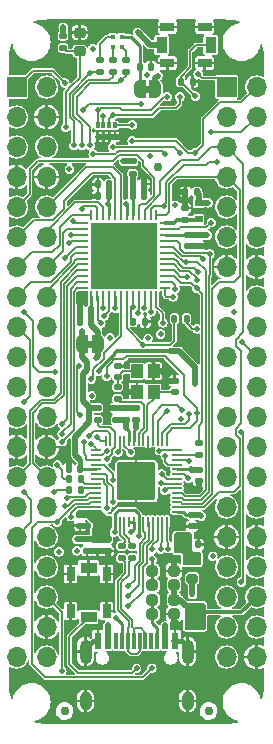
<source format=gbr>
G04 #@! TF.GenerationSoftware,KiCad,Pcbnew,(6.0.5)*
G04 #@! TF.CreationDate,2022-10-28T12:11:27-07:00*
G04 #@! TF.ProjectId,pico-ice,7069636f-2d69-4636-952e-6b696361645f,REV1*
G04 #@! TF.SameCoordinates,Original*
G04 #@! TF.FileFunction,Copper,L1,Top*
G04 #@! TF.FilePolarity,Positive*
%FSLAX46Y46*%
G04 Gerber Fmt 4.6, Leading zero omitted, Abs format (unit mm)*
G04 Created by KiCad (PCBNEW (6.0.5)) date 2022-10-28 12:11:27*
%MOMM*%
%LPD*%
G01*
G04 APERTURE LIST*
G04 Aperture macros list*
%AMRoundRect*
0 Rectangle with rounded corners*
0 $1 Rounding radius*
0 $2 $3 $4 $5 $6 $7 $8 $9 X,Y pos of 4 corners*
0 Add a 4 corners polygon primitive as box body*
4,1,4,$2,$3,$4,$5,$6,$7,$8,$9,$2,$3,0*
0 Add four circle primitives for the rounded corners*
1,1,$1+$1,$2,$3*
1,1,$1+$1,$4,$5*
1,1,$1+$1,$6,$7*
1,1,$1+$1,$8,$9*
0 Add four rect primitives between the rounded corners*
20,1,$1+$1,$2,$3,$4,$5,0*
20,1,$1+$1,$4,$5,$6,$7,0*
20,1,$1+$1,$6,$7,$8,$9,0*
20,1,$1+$1,$8,$9,$2,$3,0*%
%AMFreePoly0*
4,1,22,0.500000,-0.750000,0.000000,-0.750000,0.000000,-0.745033,-0.079941,-0.743568,-0.215256,-0.701293,-0.333266,-0.622738,-0.424486,-0.514219,-0.481581,-0.384460,-0.499164,-0.250000,-0.500000,-0.250000,-0.500000,0.250000,-0.499164,0.250000,-0.499963,0.256109,-0.478152,0.396186,-0.417904,0.524511,-0.324060,0.630769,-0.204165,0.706417,-0.067858,0.745374,0.000000,0.744959,0.000000,0.750000,
0.500000,0.750000,0.500000,-0.750000,0.500000,-0.750000,$1*%
%AMFreePoly1*
4,1,20,0.000000,0.744959,0.073905,0.744508,0.209726,0.703889,0.328688,0.626782,0.421226,0.519385,0.479903,0.390333,0.500000,0.250000,0.500000,-0.250000,0.499851,-0.262216,0.476331,-0.402017,0.414519,-0.529596,0.319384,-0.634700,0.198574,-0.708877,0.061801,-0.746166,0.000000,-0.745033,0.000000,-0.750000,-0.500000,-0.750000,-0.500000,0.750000,0.000000,0.750000,0.000000,0.744959,
0.000000,0.744959,$1*%
G04 Aperture macros list end*
G04 #@! TA.AperFunction,SMDPad,CuDef*
%ADD10RoundRect,0.135000X0.185000X-0.135000X0.185000X0.135000X-0.185000X0.135000X-0.185000X-0.135000X0*%
G04 #@! TD*
G04 #@! TA.AperFunction,SMDPad,CuDef*
%ADD11RoundRect,0.140000X0.170000X-0.140000X0.170000X0.140000X-0.170000X0.140000X-0.170000X-0.140000X0*%
G04 #@! TD*
G04 #@! TA.AperFunction,SMDPad,CuDef*
%ADD12RoundRect,0.200000X-0.275000X0.200000X-0.275000X-0.200000X0.275000X-0.200000X0.275000X0.200000X0*%
G04 #@! TD*
G04 #@! TA.AperFunction,SMDPad,CuDef*
%ADD13RoundRect,0.140000X0.140000X0.170000X-0.140000X0.170000X-0.140000X-0.170000X0.140000X-0.170000X0*%
G04 #@! TD*
G04 #@! TA.AperFunction,SMDPad,CuDef*
%ADD14RoundRect,0.140000X-0.170000X0.140000X-0.170000X-0.140000X0.170000X-0.140000X0.170000X0.140000X0*%
G04 #@! TD*
G04 #@! TA.AperFunction,SMDPad,CuDef*
%ADD15RoundRect,0.218750X-0.256250X0.218750X-0.256250X-0.218750X0.256250X-0.218750X0.256250X0.218750X0*%
G04 #@! TD*
G04 #@! TA.AperFunction,SMDPad,CuDef*
%ADD16RoundRect,0.135000X-0.135000X-0.185000X0.135000X-0.185000X0.135000X0.185000X-0.135000X0.185000X0*%
G04 #@! TD*
G04 #@! TA.AperFunction,SMDPad,CuDef*
%ADD17RoundRect,0.140000X-0.140000X-0.170000X0.140000X-0.170000X0.140000X0.170000X-0.140000X0.170000X0*%
G04 #@! TD*
G04 #@! TA.AperFunction,SMDPad,CuDef*
%ADD18R,0.950000X1.400000*%
G04 #@! TD*
G04 #@! TA.AperFunction,SMDPad,CuDef*
%ADD19R,1.150000X0.750000*%
G04 #@! TD*
G04 #@! TA.AperFunction,SMDPad,CuDef*
%ADD20RoundRect,0.237500X0.250000X0.237500X-0.250000X0.237500X-0.250000X-0.237500X0.250000X-0.237500X0*%
G04 #@! TD*
G04 #@! TA.AperFunction,SMDPad,CuDef*
%ADD21R,0.600000X1.450000*%
G04 #@! TD*
G04 #@! TA.AperFunction,SMDPad,CuDef*
%ADD22R,0.300000X1.450000*%
G04 #@! TD*
G04 #@! TA.AperFunction,ComponentPad*
%ADD23O,1.000000X2.100000*%
G04 #@! TD*
G04 #@! TA.AperFunction,ComponentPad*
%ADD24O,1.000000X1.600000*%
G04 #@! TD*
G04 #@! TA.AperFunction,SMDPad,CuDef*
%ADD25RoundRect,0.135000X-0.185000X0.135000X-0.185000X-0.135000X0.185000X-0.135000X0.185000X0.135000X0*%
G04 #@! TD*
G04 #@! TA.AperFunction,SMDPad,CuDef*
%ADD26FreePoly0,0.000000*%
G04 #@! TD*
G04 #@! TA.AperFunction,SMDPad,CuDef*
%ADD27FreePoly1,0.000000*%
G04 #@! TD*
G04 #@! TA.AperFunction,ComponentPad*
%ADD28R,1.700000X1.700000*%
G04 #@! TD*
G04 #@! TA.AperFunction,ComponentPad*
%ADD29O,1.700000X1.700000*%
G04 #@! TD*
G04 #@! TA.AperFunction,SMDPad,CuDef*
%ADD30RoundRect,0.237500X-0.250000X-0.237500X0.250000X-0.237500X0.250000X0.237500X-0.250000X0.237500X0*%
G04 #@! TD*
G04 #@! TA.AperFunction,SMDPad,CuDef*
%ADD31R,0.450000X0.600000*%
G04 #@! TD*
G04 #@! TA.AperFunction,SMDPad,CuDef*
%ADD32R,0.430000X0.430000*%
G04 #@! TD*
G04 #@! TA.AperFunction,SMDPad,CuDef*
%ADD33C,0.750000*%
G04 #@! TD*
G04 #@! TA.AperFunction,SMDPad,CuDef*
%ADD34R,1.400000X0.950000*%
G04 #@! TD*
G04 #@! TA.AperFunction,SMDPad,CuDef*
%ADD35R,0.750000X1.150000*%
G04 #@! TD*
G04 #@! TA.AperFunction,SMDPad,CuDef*
%ADD36R,0.320000X0.500000*%
G04 #@! TD*
G04 #@! TA.AperFunction,SMDPad,CuDef*
%ADD37RoundRect,0.050000X0.387500X0.050000X-0.387500X0.050000X-0.387500X-0.050000X0.387500X-0.050000X0*%
G04 #@! TD*
G04 #@! TA.AperFunction,SMDPad,CuDef*
%ADD38RoundRect,0.050000X0.050000X0.387500X-0.050000X0.387500X-0.050000X-0.387500X0.050000X-0.387500X0*%
G04 #@! TD*
G04 #@! TA.AperFunction,ComponentPad*
%ADD39C,0.600000*%
G04 #@! TD*
G04 #@! TA.AperFunction,SMDPad,CuDef*
%ADD40RoundRect,0.144000X1.456000X1.456000X-1.456000X1.456000X-1.456000X-1.456000X1.456000X-1.456000X0*%
G04 #@! TD*
G04 #@! TA.AperFunction,SMDPad,CuDef*
%ADD41R,1.000000X1.150000*%
G04 #@! TD*
G04 #@! TA.AperFunction,SMDPad,CuDef*
%ADD42R,0.700000X0.600000*%
G04 #@! TD*
G04 #@! TA.AperFunction,SMDPad,CuDef*
%ADD43RoundRect,0.062500X0.062500X-0.375000X0.062500X0.375000X-0.062500X0.375000X-0.062500X-0.375000X0*%
G04 #@! TD*
G04 #@! TA.AperFunction,SMDPad,CuDef*
%ADD44RoundRect,0.062500X0.375000X-0.062500X0.375000X0.062500X-0.375000X0.062500X-0.375000X-0.062500X0*%
G04 #@! TD*
G04 #@! TA.AperFunction,SMDPad,CuDef*
%ADD45R,5.600000X5.600000*%
G04 #@! TD*
G04 #@! TA.AperFunction,ViaPad*
%ADD46C,0.508000*%
G04 #@! TD*
G04 #@! TA.AperFunction,Conductor*
%ADD47C,0.508000*%
G04 #@! TD*
G04 #@! TA.AperFunction,Conductor*
%ADD48C,0.406400*%
G04 #@! TD*
G04 #@! TA.AperFunction,Conductor*
%ADD49C,0.254000*%
G04 #@! TD*
G04 #@! TA.AperFunction,Conductor*
%ADD50C,0.381000*%
G04 #@! TD*
G04 #@! TA.AperFunction,Conductor*
%ADD51C,0.304800*%
G04 #@! TD*
G04 #@! TA.AperFunction,Conductor*
%ADD52C,0.152400*%
G04 #@! TD*
G04 APERTURE END LIST*
G36*
X68703000Y-102077800D02*
G01*
X68203000Y-102077800D01*
X68203000Y-101477800D01*
X68703000Y-101477800D01*
X68703000Y-102077800D01*
G37*
G36*
X73579800Y-80487800D02*
G01*
X73079800Y-80487800D01*
X73079800Y-79887800D01*
X73579800Y-79887800D01*
X73579800Y-80487800D01*
G37*
D10*
X69265800Y-78767400D03*
X69265800Y-77747400D03*
D11*
X72364600Y-108176000D03*
X72364600Y-107216000D03*
D12*
X77114400Y-119977400D03*
X77114400Y-121627400D03*
D13*
X68526600Y-98933000D03*
X67566600Y-98933000D03*
D14*
X77063600Y-116258400D03*
X77063600Y-117218400D03*
X69977000Y-118315800D03*
X69977000Y-119275800D03*
D13*
X68526600Y-99898200D03*
X67566600Y-99898200D03*
D15*
X67564000Y-75412500D03*
X67564000Y-76987500D03*
D13*
X67637600Y-112318800D03*
X66677600Y-112318800D03*
X70076000Y-88265000D03*
X69116000Y-88265000D03*
D16*
X75600718Y-99618800D03*
X76620718Y-99618800D03*
D13*
X70076000Y-89204800D03*
X69116000Y-89204800D03*
D17*
X76659800Y-118745000D03*
X77619800Y-118745000D03*
D11*
X71501000Y-108176000D03*
X71501000Y-107216000D03*
D18*
X74506000Y-76454000D03*
X78656000Y-76454000D03*
D19*
X75006000Y-74929000D03*
X75006000Y-77979000D03*
X78156000Y-74929000D03*
X78156000Y-77979000D03*
D10*
X72034400Y-119890000D03*
X72034400Y-118870000D03*
D20*
X75563100Y-122199400D03*
X73738100Y-122199400D03*
D10*
X71126401Y-119890000D03*
X71126401Y-118870000D03*
D14*
X68199000Y-118315800D03*
X68199000Y-119275800D03*
X67614800Y-116182200D03*
X67614800Y-117142200D03*
D10*
X71475600Y-78767400D03*
X71475600Y-77747400D03*
D14*
X77683518Y-92542871D03*
X77683518Y-93502871D03*
D21*
X69140000Y-126892000D03*
X69940000Y-126892000D03*
D22*
X71140000Y-126892000D03*
X72140000Y-126892000D03*
X72640000Y-126892000D03*
X73640000Y-126892000D03*
D21*
X74840000Y-126892000D03*
X75640000Y-126892000D03*
X75640000Y-126892000D03*
X74840000Y-126892000D03*
D22*
X74140000Y-126892000D03*
X73140000Y-126892000D03*
X71640000Y-126892000D03*
X70640000Y-126892000D03*
D21*
X69940000Y-126892000D03*
X69140000Y-126892000D03*
D23*
X76710000Y-127807000D03*
D24*
X68070000Y-131987000D03*
X76710000Y-131987000D03*
D23*
X68070000Y-127807000D03*
D11*
X75615800Y-105839200D03*
X75615800Y-104879200D03*
D25*
X77673200Y-110157800D03*
X77673200Y-111177800D03*
D26*
X67803000Y-101777800D03*
D27*
X69103000Y-101777800D03*
D28*
X80010000Y-80010000D03*
D29*
X82550000Y-80010000D03*
X80010000Y-82550000D03*
X82550000Y-82550000D03*
X80010000Y-85090000D03*
X82550000Y-85090000D03*
X80010000Y-87630000D03*
X82550000Y-87630000D03*
X80010000Y-90170000D03*
X82550000Y-90170000D03*
X80010000Y-92710000D03*
X82550000Y-92710000D03*
X80010000Y-95250000D03*
X82550000Y-95250000D03*
X80010000Y-97790000D03*
X82550000Y-97790000D03*
X80010000Y-100330000D03*
X82550000Y-100330000D03*
X80010000Y-102870000D03*
X82550000Y-102870000D03*
X80010000Y-105410000D03*
X82550000Y-105410000D03*
X80010000Y-107950000D03*
X82550000Y-107950000D03*
X80010000Y-110490000D03*
X82550000Y-110490000D03*
X80010000Y-113030000D03*
X82550000Y-113030000D03*
X80010000Y-115570000D03*
X82550000Y-115570000D03*
X80010000Y-118110000D03*
X82550000Y-118110000D03*
X80010000Y-120650000D03*
X82550000Y-120650000D03*
X80010000Y-123190000D03*
X82550000Y-123190000D03*
X80010000Y-125730000D03*
X82550000Y-125730000D03*
X80010000Y-128270000D03*
X82550000Y-128270000D03*
D30*
X73736200Y-124637800D03*
X75561200Y-124637800D03*
D31*
X77114400Y-122902000D03*
X77114400Y-125002000D03*
D14*
X77673200Y-112397600D03*
X77673200Y-113357600D03*
D32*
X71124000Y-75815000D03*
X71124000Y-76585000D03*
X70354000Y-76585000D03*
X70354000Y-75815000D03*
D11*
X70637400Y-108176000D03*
X70637400Y-107216000D03*
D10*
X66167000Y-76710000D03*
X66167000Y-75690000D03*
D11*
X76454000Y-91236800D03*
X76454000Y-90276800D03*
D10*
X69113400Y-108206000D03*
X69113400Y-107186000D03*
D16*
X66645600Y-114122200D03*
X67665600Y-114122200D03*
D28*
X62230000Y-80010000D03*
D29*
X64770000Y-80010000D03*
X62230000Y-82550000D03*
X64770000Y-82550000D03*
X62230000Y-85090000D03*
X64770000Y-85090000D03*
X62230000Y-87630000D03*
X64770000Y-87630000D03*
X62230000Y-90170000D03*
X64770000Y-90170000D03*
X62230000Y-92710000D03*
X64770000Y-92710000D03*
X62230000Y-95250000D03*
X64770000Y-95250000D03*
X62230000Y-97790000D03*
X64770000Y-97790000D03*
X62230000Y-100330000D03*
X64770000Y-100330000D03*
X62230000Y-102870000D03*
X64770000Y-102870000D03*
X62230000Y-105410000D03*
X64770000Y-105410000D03*
X62230000Y-107950000D03*
X64770000Y-107950000D03*
X62230000Y-110490000D03*
X64770000Y-110490000D03*
X62230000Y-113030000D03*
X64770000Y-113030000D03*
X62230000Y-115570000D03*
X64770000Y-115570000D03*
X62230000Y-118110000D03*
X64770000Y-118110000D03*
X62230000Y-120650000D03*
X64770000Y-120650000D03*
X62230000Y-123190000D03*
X64770000Y-123190000D03*
X62230000Y-125730000D03*
X64770000Y-125730000D03*
X62230000Y-128270000D03*
X64770000Y-128270000D03*
D33*
X78486000Y-132842000D03*
D17*
X72085200Y-89204800D03*
X73045200Y-89204800D03*
D34*
X68326000Y-120734000D03*
X68326000Y-124884000D03*
D35*
X69851000Y-121234000D03*
X66801000Y-121234000D03*
X66801000Y-124384000D03*
X69851000Y-124384000D03*
D10*
X70358000Y-78767400D03*
X70358000Y-77747400D03*
D16*
X72093518Y-99880871D03*
X73113518Y-99880871D03*
D36*
X69084918Y-84251871D03*
X69584918Y-84251871D03*
X70084918Y-84251871D03*
X70584918Y-84251871D03*
X70584918Y-83251871D03*
X70084918Y-83251871D03*
X69584918Y-83251871D03*
X69084918Y-83251871D03*
D16*
X76121800Y-79552800D03*
X77141800Y-79552800D03*
D37*
X75802100Y-115985600D03*
X75802100Y-115585600D03*
X75802100Y-115185600D03*
X75802100Y-114785600D03*
X75802100Y-114385600D03*
X75802100Y-113985600D03*
X75802100Y-113585600D03*
X75802100Y-113185600D03*
X75802100Y-112785600D03*
X75802100Y-112385600D03*
X75802100Y-111985600D03*
X75802100Y-111585600D03*
X75802100Y-111185600D03*
X75802100Y-110785600D03*
D38*
X74964600Y-109948100D03*
X74564600Y-109948100D03*
X74164600Y-109948100D03*
X73764600Y-109948100D03*
X73364600Y-109948100D03*
X72964600Y-109948100D03*
X72564600Y-109948100D03*
X72164600Y-109948100D03*
X71764600Y-109948100D03*
X71364600Y-109948100D03*
X70964600Y-109948100D03*
X70564600Y-109948100D03*
X70164600Y-109948100D03*
X69764600Y-109948100D03*
D37*
X68927100Y-110785600D03*
X68927100Y-111185600D03*
X68927100Y-111585600D03*
X68927100Y-111985600D03*
X68927100Y-112385600D03*
X68927100Y-112785600D03*
X68927100Y-113185600D03*
X68927100Y-113585600D03*
X68927100Y-113985600D03*
X68927100Y-114385600D03*
X68927100Y-114785600D03*
X68927100Y-115185600D03*
X68927100Y-115585600D03*
X68927100Y-115985600D03*
D38*
X69764600Y-116823100D03*
X70164600Y-116823100D03*
X70564600Y-116823100D03*
X70964600Y-116823100D03*
X71364600Y-116823100D03*
X71764600Y-116823100D03*
X72164600Y-116823100D03*
X72564600Y-116823100D03*
X72964600Y-116823100D03*
X73364600Y-116823100D03*
X73764600Y-116823100D03*
X74164600Y-116823100D03*
X74564600Y-116823100D03*
X74964600Y-116823100D03*
D39*
X72364600Y-113385600D03*
X73639600Y-114660600D03*
X71089600Y-112110600D03*
X72364600Y-114660600D03*
X71089600Y-114660600D03*
D40*
X72364600Y-113385600D03*
D39*
X71089600Y-113385600D03*
X73639600Y-113385600D03*
X72364600Y-112110600D03*
X73639600Y-112110600D03*
D20*
X75563100Y-123418600D03*
X73738100Y-123418600D03*
D33*
X74203718Y-86749071D03*
D10*
X72070118Y-87335271D03*
X72070118Y-86315271D03*
D41*
X72426600Y-104077800D03*
X72426600Y-105827800D03*
X73826600Y-105827800D03*
X73826600Y-104077800D03*
D42*
X77647800Y-91225600D03*
X77647800Y-89825600D03*
D43*
X68573200Y-97722300D03*
X69073200Y-97722300D03*
X69573200Y-97722300D03*
X70073200Y-97722300D03*
X70573200Y-97722300D03*
X71073200Y-97722300D03*
X71573200Y-97722300D03*
X72073200Y-97722300D03*
X72573200Y-97722300D03*
X73073200Y-97722300D03*
X73573200Y-97722300D03*
X74073200Y-97722300D03*
D44*
X74760700Y-97034800D03*
X74760700Y-96534800D03*
X74760700Y-96034800D03*
X74760700Y-95534800D03*
X74760700Y-95034800D03*
X74760700Y-94534800D03*
X74760700Y-94034800D03*
X74760700Y-93534800D03*
X74760700Y-93034800D03*
X74760700Y-92534800D03*
X74760700Y-92034800D03*
X74760700Y-91534800D03*
D43*
X74073200Y-90847300D03*
X73573200Y-90847300D03*
X73073200Y-90847300D03*
X72573200Y-90847300D03*
X72073200Y-90847300D03*
X71573200Y-90847300D03*
X71073200Y-90847300D03*
X70573200Y-90847300D03*
X70073200Y-90847300D03*
X69573200Y-90847300D03*
X69073200Y-90847300D03*
X68573200Y-90847300D03*
D44*
X67885700Y-91534800D03*
X67885700Y-92034800D03*
X67885700Y-92534800D03*
X67885700Y-93034800D03*
X67885700Y-93534800D03*
X67885700Y-94034800D03*
X67885700Y-94534800D03*
X67885700Y-95034800D03*
X67885700Y-95534800D03*
X67885700Y-96034800D03*
X67885700Y-96534800D03*
X67885700Y-97034800D03*
D45*
X71323200Y-94284800D03*
D13*
X77492800Y-88900000D03*
X76532800Y-88900000D03*
D14*
X69088000Y-118315800D03*
X69088000Y-119275800D03*
D11*
X70789800Y-104569200D03*
X70789800Y-103609200D03*
D17*
X72062400Y-88239600D03*
X73022400Y-88239600D03*
D16*
X66647600Y-113207800D03*
X67667600Y-113207800D03*
D10*
X70789800Y-106428000D03*
X70789800Y-105408000D03*
D30*
X73738100Y-120980200D03*
X75563100Y-120980200D03*
D14*
X76718318Y-92542871D03*
X76718318Y-93502871D03*
D33*
X66294000Y-132842000D03*
D26*
X72679800Y-80187800D03*
D27*
X73979800Y-80187800D03*
D17*
X72672000Y-78282800D03*
X73632000Y-78282800D03*
D46*
X77912118Y-79764071D03*
X78394718Y-93508071D03*
X68453000Y-89204800D03*
X68300600Y-117144800D03*
X69860318Y-100566671D03*
X66675000Y-111607600D03*
X74828400Y-104927400D03*
X69977000Y-120065800D03*
X77073918Y-74912671D03*
X76728469Y-97213871D03*
X68920518Y-95046403D03*
X71551800Y-105841800D03*
X70368318Y-95046403D03*
X67574318Y-97899671D03*
X75565000Y-120015000D03*
X75829318Y-88755671D03*
X68920518Y-91879871D03*
X74965718Y-78824271D03*
X68920518Y-93463137D03*
X69864720Y-107213400D03*
X72852500Y-87384071D03*
X70368318Y-91879871D03*
X71257318Y-84259871D03*
X77851000Y-117221000D03*
X68920518Y-96629671D03*
X68564918Y-75268271D03*
X70368318Y-93463137D03*
X73517918Y-75344471D03*
X75920600Y-125603000D03*
X70368318Y-95918471D03*
X77673200Y-114071400D03*
X69199918Y-104071871D03*
X75946000Y-118110000D03*
X75946000Y-118745000D03*
X77343000Y-105156000D03*
X68666518Y-76766871D03*
X72476518Y-75369871D03*
X77851000Y-116332000D03*
X72364600Y-108864400D03*
X78838589Y-119731600D03*
X66710718Y-86952271D03*
X69087500Y-117551200D03*
X69875400Y-117703600D03*
X67802918Y-100642871D03*
X68387118Y-107196071D03*
X75651518Y-90025671D03*
X67640200Y-111582200D03*
X78394718Y-92542871D03*
X71917928Y-117712403D03*
X74203718Y-79052871D03*
X78445998Y-89822471D03*
X67335400Y-118313200D03*
X67335400Y-119278400D03*
X69961918Y-89949471D03*
X76962000Y-112395000D03*
X68935600Y-116484400D03*
X66177318Y-74938071D03*
X70561200Y-117678200D03*
X72567800Y-118059200D03*
X71501000Y-108864400D03*
X70820636Y-110927236D03*
X71886882Y-110949835D03*
X75082400Y-119100600D03*
X71704200Y-122301000D03*
X71704200Y-123126500D03*
X71704200Y-123952000D03*
X73736200Y-119151400D03*
X74422000Y-119126000D03*
X73365518Y-101303271D03*
X68580000Y-106146600D03*
X71282718Y-86317271D03*
X70586600Y-98755200D03*
X71536718Y-89924071D03*
X73517918Y-85860071D03*
X74432318Y-100922271D03*
X73289318Y-79002071D03*
X72953682Y-101831235D03*
X70114318Y-101227071D03*
X66405918Y-83421671D03*
X69872691Y-111535443D03*
X65821718Y-119362671D03*
X66065400Y-129463800D03*
X65695218Y-111996671D03*
X67741800Y-90322400D03*
X77607318Y-78900471D03*
X67828318Y-81948471D03*
X72755918Y-81440471D03*
X76794518Y-111717271D03*
X76642118Y-96070871D03*
X76073000Y-85616389D03*
X70358000Y-85115400D03*
X78699518Y-83828071D03*
X77480318Y-97061471D03*
X69580918Y-82481871D03*
X66304318Y-79662471D03*
X70393718Y-82405671D03*
X76057918Y-80830871D03*
X74610118Y-99982471D03*
X68717318Y-85700100D03*
X72019318Y-83218471D03*
X75499118Y-97772671D03*
X74803000Y-85699600D03*
X77378718Y-80780071D03*
X73029900Y-98687071D03*
X65440718Y-114308071D03*
X68920518Y-102928871D03*
X72019318Y-84564671D03*
X77347882Y-85560707D03*
X74838718Y-111285471D03*
X75651518Y-97086871D03*
X74330718Y-110802871D03*
X69098318Y-81948471D03*
X74965718Y-80830871D03*
X77480318Y-96375671D03*
X78590616Y-94154032D03*
X76616218Y-94827623D03*
X79182118Y-86342671D03*
X74787918Y-114155671D03*
X74686318Y-90076471D03*
X78724918Y-91491300D03*
X74483118Y-113520671D03*
X78013718Y-94572271D03*
X74508518Y-112758671D03*
X76769118Y-113139671D03*
X77632718Y-95664471D03*
X68395079Y-109568193D03*
X69072918Y-109659871D03*
X68564918Y-110244071D03*
X69850500Y-110797362D03*
X67903058Y-110102527D03*
X70383400Y-113258600D03*
X70358000Y-115163600D03*
X69875400Y-115646200D03*
X66863118Y-116390871D03*
X69367400Y-100025200D03*
X69570600Y-98704400D03*
X69646800Y-99390200D03*
X68564918Y-104732271D03*
X72529900Y-99169671D03*
X73634696Y-99044617D03*
X66116200Y-108534200D03*
X66101618Y-109355071D03*
X62835287Y-114318840D03*
X66101618Y-110040871D03*
X70637400Y-124942600D03*
X73736200Y-120015000D03*
X66504835Y-114838788D03*
X77497340Y-100490471D03*
X74828400Y-125603000D03*
X77825600Y-125704600D03*
X69951600Y-125603000D03*
X77114400Y-125704600D03*
X76784200Y-123926600D03*
X72390000Y-129235200D03*
X73685400Y-129235200D03*
X65669318Y-116848071D03*
X67767200Y-84963000D03*
X66863118Y-92514871D03*
X62847987Y-99066141D03*
X77497340Y-107653271D03*
X69885718Y-104478271D03*
X65491518Y-104148071D03*
X67081400Y-84963000D03*
X76210318Y-107399271D03*
X66685318Y-93251471D03*
X80655318Y-99068071D03*
X68463318Y-78849671D03*
X66329718Y-94470671D03*
X71054118Y-79459271D03*
X81315718Y-101633471D03*
X76819918Y-107678671D03*
X68453000Y-84963000D03*
X67020954Y-91377307D03*
X75004363Y-107424171D03*
X62849918Y-106688071D03*
X81264918Y-121928071D03*
X76167671Y-108110971D03*
X81264918Y-109228071D03*
X66304318Y-115501871D03*
X67624618Y-107754871D03*
X72073200Y-98661671D03*
X67548912Y-103640077D03*
D47*
X76532800Y-88900000D02*
X75973647Y-88900000D01*
X73045200Y-88262400D02*
X73022400Y-88239600D01*
X72364600Y-107216000D02*
X71501000Y-107216000D01*
D48*
X76710000Y-127383000D02*
X76710000Y-127807000D01*
D49*
X73826600Y-103339153D02*
X73826600Y-104077800D01*
D47*
X75561200Y-124637800D02*
X75561200Y-125243600D01*
X71501000Y-107216000D02*
X70637400Y-107216000D01*
D49*
X71262789Y-103609200D02*
X71765318Y-103106671D01*
D47*
X76454000Y-90276800D02*
X76454000Y-88978800D01*
D48*
X69140000Y-126892000D02*
X68688000Y-126892000D01*
D47*
X77683518Y-93502871D02*
X78389518Y-93502871D01*
D48*
X68688000Y-126892000D02*
X68070000Y-127510000D01*
D47*
X77063600Y-117218400D02*
X77848400Y-117218400D01*
D48*
X75640000Y-126892000D02*
X76219000Y-126892000D01*
D47*
X77673200Y-113357600D02*
X77673200Y-114071400D01*
X69977000Y-119275800D02*
X69977000Y-120065800D01*
D49*
X71765318Y-103106671D02*
X73594118Y-103106671D01*
D47*
X67614800Y-117142200D02*
X68298000Y-117142200D01*
X67566600Y-97907389D02*
X67574318Y-97899671D01*
X69084918Y-84251871D02*
X70584918Y-84251871D01*
X74828400Y-104368600D02*
X74828400Y-104927400D01*
X72426600Y-105827800D02*
X71565800Y-105827800D01*
X69867320Y-107216000D02*
X69864720Y-107213400D01*
X75973647Y-88900000D02*
X75829318Y-88755671D01*
X73022400Y-88239600D02*
X73022400Y-87553971D01*
X69977000Y-119275800D02*
X69088000Y-119275800D01*
X75563100Y-120980200D02*
X75563100Y-120016900D01*
X73022400Y-87553971D02*
X72852500Y-87384071D01*
X73826600Y-104077800D02*
X74537600Y-104077800D01*
X67566600Y-98933000D02*
X67566600Y-97907389D01*
X66677600Y-112318800D02*
X66677600Y-111610200D01*
D49*
X73594118Y-103106671D02*
X73826600Y-103339153D01*
D47*
X78389518Y-93502871D02*
X78394718Y-93508071D01*
X66677600Y-111610200D02*
X66675000Y-111607600D01*
X76454000Y-88978800D02*
X76532800Y-88900000D01*
X75563100Y-120016900D02*
X75565000Y-120015000D01*
X75561200Y-125243600D02*
X75920600Y-125603000D01*
X70637400Y-107216000D02*
X69867320Y-107216000D01*
X77848400Y-117218400D02*
X77851000Y-117221000D01*
X74876600Y-104879200D02*
X74828400Y-104927400D01*
X69088000Y-119275800D02*
X68199000Y-119275800D01*
D48*
X68070000Y-127510000D02*
X68070000Y-127807000D01*
D47*
X71565800Y-105827800D02*
X71551800Y-105841800D01*
D49*
X70789800Y-103609200D02*
X71262789Y-103609200D01*
D48*
X76219000Y-126892000D02*
X76710000Y-127383000D01*
D47*
X71249318Y-84251871D02*
X71257318Y-84259871D01*
X73045200Y-89204800D02*
X73045200Y-88262400D01*
X70584918Y-84251871D02*
X71249318Y-84251871D01*
X67566600Y-99898200D02*
X67566600Y-98933000D01*
X74537600Y-104077800D02*
X74828400Y-104368600D01*
D50*
X69116000Y-89204800D02*
X68453000Y-89204800D01*
D47*
X68298000Y-117142200D02*
X68300600Y-117144800D01*
X76718318Y-93502871D02*
X77683518Y-93502871D01*
X75615800Y-104879200D02*
X74876600Y-104879200D01*
X77343000Y-105156000D02*
X77343000Y-104264753D01*
X77343000Y-104264753D02*
X77343000Y-103731353D01*
X76659800Y-119522800D02*
X76659800Y-118745000D01*
D51*
X70698518Y-102395471D02*
X70571518Y-102522471D01*
X75245118Y-102395471D02*
X70698518Y-102395471D01*
D47*
X77114400Y-119977400D02*
X76659800Y-119522800D01*
D49*
X69199918Y-103894071D02*
X69199918Y-104071871D01*
D47*
X76659800Y-118745000D02*
X75946000Y-118745000D01*
X76007118Y-102395471D02*
X75245118Y-102395471D01*
X77343000Y-103731353D02*
X76007118Y-102395471D01*
D49*
X70571518Y-102522471D02*
X69199918Y-103894071D01*
D52*
X72964600Y-109382000D02*
X73304400Y-109042200D01*
X75604400Y-105827800D02*
X75615800Y-105839200D01*
X72964600Y-109948100D02*
X72964600Y-109382000D01*
X73826600Y-105827800D02*
X75604400Y-105827800D01*
X73304400Y-109042200D02*
X73304400Y-106959400D01*
X73826600Y-106437200D02*
X73826600Y-105827800D01*
X73304400Y-106959400D02*
X73826600Y-106437200D01*
X72263000Y-106654600D02*
X72745600Y-106654600D01*
X72564600Y-109350200D02*
X72834500Y-109080300D01*
X72564600Y-109948100D02*
X72564600Y-109350200D01*
X71016400Y-106654600D02*
X70789800Y-106428000D01*
X72745600Y-106654600D02*
X72999600Y-106908600D01*
X72263000Y-106654600D02*
X71016400Y-106654600D01*
X72999600Y-108915200D02*
X72834500Y-109080300D01*
X72999600Y-106908600D02*
X72999600Y-108915200D01*
D47*
X67803000Y-101777800D02*
X67803000Y-100642953D01*
D49*
X76338447Y-115985600D02*
X76611247Y-116258400D01*
D47*
X69088000Y-118315800D02*
X69088000Y-117551700D01*
X66167000Y-75690000D02*
X66167000Y-74948389D01*
X73979800Y-79276789D02*
X74203718Y-79052871D01*
X67803000Y-101777800D02*
X67803000Y-102878153D01*
X77673200Y-112397600D02*
X76964600Y-112397600D01*
X66167000Y-74948389D02*
X66177318Y-74938071D01*
D50*
X67637600Y-112318800D02*
X67637600Y-111584800D01*
D47*
X69088000Y-117551700D02*
X69087500Y-117551200D01*
D49*
X72164600Y-109064400D02*
X72364600Y-108864400D01*
D50*
X67713800Y-112395000D02*
X67637600Y-112318800D01*
D47*
X67803000Y-100642953D02*
X67802918Y-100642871D01*
X68387118Y-107145271D02*
X68387118Y-108415271D01*
X73979800Y-80187800D02*
X73979800Y-79276789D01*
X68199000Y-118315800D02*
X67338000Y-118315800D01*
D49*
X69961918Y-89318882D02*
X70076000Y-89204800D01*
D47*
X77063600Y-116258400D02*
X77777400Y-116258400D01*
X68234718Y-103309871D02*
X68234718Y-103944871D01*
D49*
X72164600Y-116823100D02*
X72164600Y-117465731D01*
D47*
X68387118Y-108415271D02*
X67193318Y-109609071D01*
X77647800Y-89055000D02*
X77492800Y-88900000D01*
D49*
X68927100Y-112385600D02*
X67704400Y-112385600D01*
X76952600Y-112385600D02*
X76962000Y-112395000D01*
D47*
X69977000Y-118315800D02*
X69088000Y-118315800D01*
X77777400Y-116258400D02*
X77851000Y-116332000D01*
X68234718Y-103944871D02*
X67879118Y-104300471D01*
X77647800Y-89825600D02*
X78442869Y-89825600D01*
D49*
X72164600Y-116823100D02*
X71764600Y-116823100D01*
X74760700Y-92534800D02*
X76710247Y-92534800D01*
D47*
X73560647Y-76454000D02*
X72476518Y-75369871D01*
D49*
X72164600Y-117465731D02*
X71917928Y-117712403D01*
D47*
X67338000Y-118315800D02*
X67335400Y-118313200D01*
D49*
X69961918Y-89949471D02*
X69961918Y-89318882D01*
D47*
X67879118Y-106637271D02*
X68387118Y-107145271D01*
X70076000Y-88265000D02*
X70076000Y-89204800D01*
D49*
X72164600Y-109948100D02*
X72164600Y-109064400D01*
D47*
X69113400Y-107186000D02*
X68427847Y-107186000D01*
X67193318Y-109609071D02*
X67193318Y-111135318D01*
D49*
X75802100Y-112385600D02*
X76952600Y-112385600D01*
D47*
X68427847Y-107186000D02*
X68387118Y-107145271D01*
D49*
X70073200Y-90060753D02*
X69961918Y-89949471D01*
X67704400Y-112385600D02*
X67637600Y-112318800D01*
D47*
X77683518Y-92542871D02*
X78394718Y-92542871D01*
D49*
X76710247Y-92534800D02*
X76718318Y-92542871D01*
D47*
X74506000Y-76454000D02*
X73560647Y-76454000D01*
X67879118Y-105748271D02*
X67879118Y-106637271D01*
X76718318Y-92542871D02*
X77683518Y-92542871D01*
X67803000Y-102878153D02*
X68234718Y-103309871D01*
X67193318Y-111135318D02*
X67640200Y-111582200D01*
X77647800Y-89825600D02*
X77647800Y-89055000D01*
D49*
X76611247Y-116258400D02*
X77063600Y-116258400D01*
X75802100Y-115985600D02*
X76338447Y-115985600D01*
D47*
X69088000Y-118315800D02*
X68199000Y-118315800D01*
X72364600Y-108176000D02*
X72364600Y-108864400D01*
X67879118Y-104300471D02*
X67879118Y-105748271D01*
X76964600Y-112397600D02*
X76962000Y-112395000D01*
D49*
X70073200Y-90847300D02*
X70073200Y-90060753D01*
D50*
X67637600Y-111584800D02*
X67640200Y-111582200D01*
D47*
X78442869Y-89825600D02*
X78445998Y-89822471D01*
D49*
X72564600Y-118056000D02*
X72567800Y-118059200D01*
D47*
X70637400Y-108176000D02*
X71501000Y-108176000D01*
D49*
X72222518Y-115806671D02*
X72564600Y-116148753D01*
X70876318Y-115806671D02*
X72222518Y-115806671D01*
X72564600Y-116148753D02*
X72564600Y-116823100D01*
X72564600Y-116823100D02*
X72564600Y-118056000D01*
X70564600Y-117674800D02*
X70561200Y-117678200D01*
X70564600Y-116823100D02*
X70564600Y-117674800D01*
X70564600Y-116823100D02*
X70564600Y-116118389D01*
X70564600Y-116118389D02*
X70876318Y-115806671D01*
D47*
X71501000Y-108176000D02*
X71501000Y-108864400D01*
D49*
X71764600Y-109948100D02*
X71764600Y-109128000D01*
X71764600Y-109128000D02*
X71501000Y-108864400D01*
D52*
X70964600Y-109948100D02*
X70964600Y-110594600D01*
X70964600Y-110594600D02*
X70964600Y-110783272D01*
X70964600Y-110783272D02*
X70820636Y-110927236D01*
X71364600Y-110427553D02*
X71886882Y-110949835D01*
X71364600Y-109948100D02*
X71364600Y-110427553D01*
X74964600Y-116823100D02*
X74964600Y-117814400D01*
X75082400Y-119100600D02*
X75082400Y-118592600D01*
X74964600Y-118474800D02*
X75082400Y-118592600D01*
X74964600Y-117814400D02*
X74964600Y-118474800D01*
X72644000Y-120153948D02*
X72263000Y-120534948D01*
X72263000Y-120534948D02*
X72263000Y-121742200D01*
X73101200Y-117779800D02*
X73101200Y-118237000D01*
X72263000Y-121742200D02*
X71704200Y-122301000D01*
X72644000Y-118694200D02*
X72644000Y-120153948D01*
X73101200Y-118237000D02*
X72644000Y-118694200D01*
X72964600Y-116823100D02*
X72964600Y-117643200D01*
X72964600Y-117643200D02*
X73101200Y-117779800D01*
X72948800Y-118795800D02*
X72948800Y-120243600D01*
X72593200Y-120599200D02*
X72593200Y-122199400D01*
X71704200Y-123088400D02*
X71704200Y-123126500D01*
X72948800Y-120243600D02*
X72593200Y-120599200D01*
X73406000Y-118338600D02*
X72948800Y-118795800D01*
X73406000Y-118338600D02*
X73406000Y-116864500D01*
X73406000Y-116864500D02*
X73364600Y-116823100D01*
X72593200Y-122199400D02*
X71704200Y-123088400D01*
X73764600Y-116823100D02*
X73764600Y-118386400D01*
X72923400Y-120684835D02*
X72923400Y-122732800D01*
X72923400Y-122732800D02*
X71704200Y-123952000D01*
X73253600Y-118897400D02*
X73253600Y-120354635D01*
X73764600Y-118386400D02*
X73253600Y-118897400D01*
X73253600Y-120354635D02*
X72923400Y-120684835D01*
X74164600Y-118380852D02*
X74164600Y-116823100D01*
X73736200Y-119151400D02*
X73736200Y-118809252D01*
X73736200Y-118809252D02*
X74164600Y-118380852D01*
X74422000Y-119126000D02*
X74422000Y-118674600D01*
X74422000Y-118674600D02*
X74564600Y-118532000D01*
X74564600Y-116823100D02*
X74564600Y-118532000D01*
X71088885Y-124196041D02*
X71088885Y-121929959D01*
X71727085Y-121291759D02*
X71727085Y-120197315D01*
X72140000Y-126892000D02*
X72140000Y-126014600D01*
X72140000Y-125804499D02*
X72036685Y-125701184D01*
X72036685Y-125143841D02*
X71088885Y-124196041D01*
X72036685Y-125701184D02*
X72036685Y-125143841D01*
X71088885Y-121929959D02*
X71727085Y-121291759D01*
X72140000Y-126892000D02*
X72140000Y-125804499D01*
X72771000Y-125857000D02*
X73140000Y-126226000D01*
X72297600Y-125857000D02*
X72771000Y-125857000D01*
X72140000Y-126014600D02*
X72297600Y-125857000D01*
X71727085Y-120197315D02*
X72034400Y-119890000D01*
X73140000Y-126226000D02*
X73140000Y-126892000D01*
X71886600Y-128016000D02*
X72390000Y-128016000D01*
X71743315Y-125265359D02*
X70795515Y-124317559D01*
X71640000Y-125804499D02*
X71743315Y-125701184D01*
X71640000Y-126892000D02*
X71640000Y-127769400D01*
X71433715Y-120197315D02*
X71126401Y-119890000D01*
X70795515Y-124317559D02*
X70795515Y-121808441D01*
X71743315Y-125701184D02*
X71743315Y-125265359D01*
X71640000Y-126892000D02*
X71640000Y-125804499D01*
X72390000Y-128016000D02*
X72640000Y-127766000D01*
X71433715Y-121170241D02*
X71433715Y-120197315D01*
X72640000Y-127766000D02*
X72640000Y-126892000D01*
X71640000Y-127769400D02*
X71886600Y-128016000D01*
X70795515Y-121808441D02*
X71433715Y-121170241D01*
X70789800Y-104569200D02*
X70789800Y-105408000D01*
X71281200Y-104077800D02*
X70789800Y-104569200D01*
X72426600Y-104077800D02*
X71281200Y-104077800D01*
D47*
X72070118Y-86315271D02*
X71284718Y-86315271D01*
X71284718Y-86315271D02*
X71282718Y-86317271D01*
D49*
X71573200Y-89960553D02*
X71536718Y-89924071D01*
X71573200Y-90847300D02*
X71573200Y-89960553D01*
X70586600Y-97735700D02*
X70573200Y-97722300D01*
X70586600Y-98755200D02*
X70586600Y-97735700D01*
X71928800Y-75815000D02*
X72672000Y-76558200D01*
X72672000Y-76558200D02*
X72672000Y-78282800D01*
X72672000Y-78282800D02*
X72672000Y-80180000D01*
X72672000Y-80180000D02*
X72679800Y-80187800D01*
X71124000Y-75815000D02*
X71928800Y-75815000D01*
D47*
X72070118Y-88231882D02*
X72062400Y-88239600D01*
X72062400Y-89182000D02*
X72085200Y-89204800D01*
X72070118Y-87335271D02*
X72070118Y-88231882D01*
D49*
X72073200Y-89216800D02*
X72085200Y-89204800D01*
X72073200Y-90847300D02*
X72073200Y-89216800D01*
D47*
X72062400Y-88239600D02*
X72062400Y-89182000D01*
D52*
X71475600Y-76936600D02*
X71124000Y-76585000D01*
X71475600Y-77747400D02*
X71475600Y-76936600D01*
X70354000Y-76585000D02*
X70354000Y-77743400D01*
X70354000Y-77743400D02*
X70358000Y-77747400D01*
X67564000Y-79240989D02*
X66837718Y-79967271D01*
X66837718Y-79967271D02*
X66405918Y-80399071D01*
X75250554Y-101831235D02*
X75600718Y-101481071D01*
X66405918Y-81186471D02*
X66405918Y-83421671D01*
X75600718Y-101481071D02*
X75600718Y-99618800D01*
X72953682Y-101831235D02*
X71573200Y-100450753D01*
X66405918Y-80399071D02*
X66405918Y-81186471D01*
X67564000Y-76987500D02*
X67564000Y-79240989D01*
X67564000Y-76987500D02*
X66444500Y-76987500D01*
X66444500Y-76987500D02*
X66167000Y-76710000D01*
X71573200Y-100450753D02*
X71573200Y-97722300D01*
X75250554Y-101831235D02*
X72953682Y-101831235D01*
X70307200Y-111100934D02*
X69872691Y-111535443D01*
X70564600Y-110486600D02*
X70307200Y-110744000D01*
X69113400Y-108635800D02*
X69113400Y-108206000D01*
X64770000Y-123190000D02*
X66065400Y-124485400D01*
X70564600Y-109248800D02*
X70154800Y-108839000D01*
X70564600Y-109948100D02*
X70564600Y-110486600D01*
X66065400Y-124635553D02*
X66065400Y-129463800D01*
X70307200Y-111056631D02*
X70307200Y-111100934D01*
X70154800Y-108839000D02*
X69316600Y-108839000D01*
X66065400Y-124485400D02*
X66065400Y-124635553D01*
X69316600Y-108839000D02*
X69113400Y-108635800D01*
X70564600Y-109948100D02*
X70564600Y-109248800D01*
X70307200Y-110744000D02*
X70307200Y-111056631D01*
X71727085Y-118274091D02*
X71727085Y-118562685D01*
X71311285Y-116876415D02*
X71311285Y-117858291D01*
X71364600Y-116823100D02*
X71311285Y-116876415D01*
X71727085Y-118562685D02*
X72034400Y-118870000D01*
X71311285Y-117858291D02*
X71727085Y-118274091D01*
X66647600Y-113207800D02*
X66270847Y-113207800D01*
X66101118Y-112402571D02*
X65695218Y-111996671D01*
X67945000Y-90119200D02*
X67741800Y-90322400D01*
X69073200Y-90282200D02*
X68910200Y-90119200D01*
X66101118Y-112530071D02*
X66101118Y-112402571D01*
X68072000Y-90119200D02*
X67945000Y-90119200D01*
X66101118Y-113038071D02*
X66101118Y-112530071D01*
X66270847Y-113207800D02*
X66101118Y-113038071D01*
X68910200Y-90119200D02*
X68072000Y-90119200D01*
X69073200Y-90847300D02*
X69073200Y-90282200D01*
X68927100Y-113585600D02*
X68045400Y-113585600D01*
X68045400Y-113585600D02*
X67667600Y-113207800D01*
X75778518Y-95766071D02*
X76083318Y-96070871D01*
X77607318Y-78900471D02*
X77954847Y-79248000D01*
X67828318Y-81948471D02*
X68247418Y-81529371D01*
X76662847Y-111585600D02*
X76794518Y-111717271D01*
X76083318Y-96070871D02*
X76642118Y-96070871D01*
X68247418Y-81529371D02*
X68336318Y-81440471D01*
X75802100Y-111585600D02*
X76662847Y-111585600D01*
X75547247Y-95534800D02*
X75778518Y-95766071D01*
X74760700Y-95534800D02*
X75547247Y-95534800D01*
X77954847Y-79248000D02*
X80137000Y-79248000D01*
X68336318Y-81440471D02*
X69301518Y-81440471D01*
X69301518Y-81440471D02*
X72324118Y-81440471D01*
X72755918Y-81440471D02*
X68336318Y-81440471D01*
X77035818Y-96616971D02*
X77480318Y-97061471D01*
X69584918Y-82485871D02*
X69580918Y-82481871D01*
X70358000Y-85115400D02*
X74262589Y-85115400D01*
X77673200Y-108679589D02*
X77954040Y-108398749D01*
X74760700Y-96034800D02*
X75539247Y-96034800D01*
X82550000Y-82550000D02*
X81271929Y-83828071D01*
X76121418Y-96616971D02*
X77035818Y-96616971D01*
X75539247Y-96034800D02*
X75981718Y-96477271D01*
X77954040Y-97535193D02*
X77480318Y-97061471D01*
X75572011Y-85115400D02*
X74262589Y-85115400D01*
X69584918Y-83251871D02*
X69584918Y-82485871D01*
X75981718Y-96477271D02*
X76121418Y-96616971D01*
X77673200Y-110157800D02*
X77673200Y-108679589D01*
X81271929Y-83828071D02*
X78699518Y-83828071D01*
X77954040Y-103191749D02*
X77954040Y-97535193D01*
X77954040Y-103191749D02*
X77954040Y-108398749D01*
X76073000Y-85616389D02*
X75572011Y-85115400D01*
X74073200Y-98632753D02*
X74610118Y-99169671D01*
X74073200Y-97722300D02*
X74073200Y-98632753D01*
X63593529Y-78646471D02*
X65288318Y-78646471D01*
X70393718Y-82405671D02*
X70084918Y-82714471D01*
X70084918Y-82833471D02*
X70084918Y-83251871D01*
X62230000Y-80010000D02*
X63593529Y-78646471D01*
X75727718Y-81796071D02*
X76057918Y-81465871D01*
X74330718Y-81796071D02*
X75727718Y-81796071D01*
X73721118Y-82405671D02*
X74330718Y-81796071D01*
X70393718Y-82405671D02*
X73721118Y-82405671D01*
X74610118Y-99169671D02*
X74610118Y-99982471D01*
X65288318Y-78646471D02*
X66304318Y-79662471D01*
X70084918Y-82714471D02*
X70084918Y-82833471D01*
X76057918Y-81465871D02*
X76057918Y-80830871D01*
X74803000Y-85699600D02*
X74803000Y-85646553D01*
X74760700Y-97618453D02*
X74914918Y-97772671D01*
X70584918Y-83251871D02*
X71985918Y-83251871D01*
X71985918Y-83251871D02*
X72019318Y-83218471D01*
X70627447Y-85636600D02*
X70563947Y-85700100D01*
X74550767Y-85394320D02*
X70869727Y-85394320D01*
X68717318Y-85700100D02*
X70563947Y-85700100D01*
X74760700Y-97034800D02*
X74760700Y-97618453D01*
X74914918Y-97772671D02*
X75499118Y-97772671D01*
X74803000Y-85646553D02*
X74550767Y-85394320D01*
X70869727Y-85394320D02*
X70627447Y-85636600D01*
X76151447Y-79552800D02*
X76121800Y-79552800D01*
X78656000Y-76454000D02*
X77421447Y-76454000D01*
X73073200Y-97722300D02*
X73073200Y-98643771D01*
X73073200Y-98643771D02*
X73029900Y-98687071D01*
X76121800Y-79141389D02*
X76921518Y-78341671D01*
X77378718Y-80780071D02*
X76151447Y-79552800D01*
X76121800Y-79552800D02*
X76121800Y-79141389D01*
X76921518Y-76953929D02*
X77421447Y-76454000D01*
X76921518Y-78341671D02*
X76921518Y-76953929D01*
X66645600Y-114122200D02*
X65626589Y-114122200D01*
X65626589Y-114122200D02*
X65440718Y-114308071D01*
X68927100Y-113985600D02*
X67802200Y-113985600D01*
X67802200Y-113985600D02*
X67665600Y-114122200D01*
D47*
X68526600Y-99898200D02*
X68526600Y-100147353D01*
D49*
X68573200Y-97722300D02*
X68573200Y-98886400D01*
D47*
X69103000Y-102746389D02*
X68920518Y-102928871D01*
X69103000Y-100723753D02*
X69103000Y-101777800D01*
X69103000Y-101777800D02*
X69103000Y-102746389D01*
X68526600Y-100147353D02*
X69103000Y-100723753D01*
D49*
X68573200Y-98886400D02*
X68526600Y-98933000D01*
D47*
X68526600Y-99898200D02*
X68526600Y-98933000D01*
D52*
X75549918Y-96705871D02*
X75651518Y-96807471D01*
X72019318Y-84564671D02*
X75727718Y-84564671D01*
X75802100Y-111985600D02*
X75030847Y-111985600D01*
X75651518Y-96807471D02*
X75651518Y-97086871D01*
X74965718Y-111920471D02*
X74838718Y-111793471D01*
X77347882Y-85560707D02*
X76723754Y-85560707D01*
X79436118Y-81313471D02*
X78013718Y-82735871D01*
X82550000Y-80010000D02*
X81246529Y-81313471D01*
X77347882Y-85560707D02*
X78013718Y-84894871D01*
X74760700Y-96534800D02*
X75378847Y-96534800D01*
X78013718Y-84894871D02*
X78013718Y-82735871D01*
X75030847Y-111985600D02*
X74965718Y-111920471D01*
X76723754Y-85560707D02*
X75727718Y-84564671D01*
X74838718Y-111793471D02*
X74838718Y-111285471D01*
X81246529Y-81313471D02*
X79436118Y-81313471D01*
X75378847Y-96534800D02*
X75549918Y-96705871D01*
X69276118Y-81770671D02*
X69098318Y-81948471D01*
X74347989Y-110785600D02*
X74330718Y-110802871D01*
X76108718Y-95588271D02*
X75555247Y-95034800D01*
X69098318Y-81948471D02*
X69098318Y-83238471D01*
X74965718Y-80830871D02*
X74711718Y-80830871D01*
X75555247Y-95034800D02*
X74760700Y-95034800D01*
X77480318Y-96197871D02*
X76870718Y-95588271D01*
X76870718Y-95588271D02*
X76108718Y-95588271D01*
X69098318Y-83238471D02*
X69084918Y-83251871D01*
X73619518Y-81923071D02*
X73035318Y-81923071D01*
X74711718Y-80830871D02*
X73619518Y-81923071D01*
X75802100Y-110785600D02*
X74347989Y-110785600D01*
X77480318Y-96375671D02*
X77480318Y-96197871D01*
X71028718Y-81770671D02*
X69276118Y-81770671D01*
X71181118Y-81923071D02*
X73035318Y-81923071D01*
X71028718Y-81770671D02*
X71181118Y-81923071D01*
X73073200Y-90431537D02*
X74406918Y-89097819D01*
X80629918Y-114308071D02*
X81163798Y-113774191D01*
X78133189Y-115585600D02*
X79410718Y-114308071D01*
X81163798Y-109838151D02*
X80782318Y-109456671D01*
X81264918Y-108466071D02*
X81264918Y-102370071D01*
X80820418Y-101392171D02*
X81417318Y-100795271D01*
X78732989Y-85090000D02*
X80010000Y-85090000D01*
X75802100Y-115585600D02*
X78133189Y-115585600D01*
X73073200Y-90847300D02*
X73073200Y-90431537D01*
X79410718Y-114308071D02*
X80629918Y-114308071D01*
X74406918Y-89097819D02*
X74406918Y-87968271D01*
X80782318Y-108948671D02*
X81264918Y-108466071D01*
X81163798Y-113774191D02*
X81163798Y-109838151D01*
X74406918Y-87968271D02*
X76184918Y-86190271D01*
X81417318Y-86497318D02*
X80010000Y-85090000D01*
X77632718Y-86190271D02*
X78732989Y-85090000D01*
X80820418Y-101925571D02*
X80820418Y-101392171D01*
X81417318Y-100795271D02*
X81417318Y-86497318D01*
X76184918Y-86190271D02*
X77632718Y-86190271D01*
X81264918Y-102370071D02*
X80820418Y-101925571D01*
X80782318Y-109456671D02*
X80782318Y-108948671D01*
X81112518Y-96045471D02*
X80655318Y-96502671D01*
X76171200Y-115185600D02*
X75802100Y-115185600D01*
X74880689Y-90847300D02*
X75168918Y-90559071D01*
X77421447Y-115290600D02*
X77945589Y-115290600D01*
X74073200Y-90847300D02*
X74880689Y-90847300D01*
X77945589Y-115290600D02*
X78790800Y-114445389D01*
X80010000Y-87630000D02*
X75735789Y-87630000D01*
X78790800Y-97097189D02*
X78790800Y-100886553D01*
X75735789Y-87630000D02*
X75168918Y-88196871D01*
X80010000Y-87630000D02*
X81112518Y-88732518D01*
X81112518Y-88732518D02*
X81112518Y-96045471D01*
X75168918Y-90559071D02*
X75168918Y-88196871D01*
X76276200Y-115290600D02*
X76171200Y-115185600D01*
X78790800Y-114445389D02*
X78790800Y-114399353D01*
X78790800Y-100886553D02*
X78790800Y-114399353D01*
X77421447Y-115290600D02*
X76276200Y-115290600D01*
X80655318Y-96502671D02*
X79385318Y-96502671D01*
X79385318Y-96502671D02*
X78790800Y-97097189D01*
X76083318Y-93276871D02*
X76083318Y-93734071D01*
X77886718Y-94038871D02*
X78475455Y-94038871D01*
X78475455Y-94038871D02*
X78590616Y-94154032D01*
X77446847Y-114985800D02*
X77818589Y-114985800D01*
X78511880Y-96046621D02*
X78511880Y-114292509D01*
X78511880Y-96046621D02*
X78590616Y-95967885D01*
X76743718Y-94038871D02*
X77886718Y-94038871D01*
X74760700Y-93034800D02*
X75385589Y-93034800D01*
X76388118Y-94038871D02*
X76743718Y-94038871D01*
X76228400Y-114785600D02*
X75802100Y-114785600D01*
X75841247Y-93034800D02*
X76083318Y-93276871D01*
X77446847Y-114985800D02*
X76428600Y-114985800D01*
X78590616Y-95967885D02*
X78590616Y-94154032D01*
X75385589Y-93034800D02*
X75841247Y-93034800D01*
X76083318Y-93734071D02*
X76388118Y-94038871D01*
X76428600Y-114985800D02*
X76228400Y-114785600D01*
X77818589Y-114985800D02*
X78511880Y-114292509D01*
X76387966Y-94827623D02*
X75595143Y-94034800D01*
X78232960Y-96292360D02*
X78232960Y-114172040D01*
X77532470Y-94827623D02*
X78232480Y-95527633D01*
X76530200Y-114681000D02*
X76234800Y-114385600D01*
X78232960Y-114172040D02*
X77724000Y-114681000D01*
X77724000Y-114681000D02*
X76530200Y-114681000D01*
X78232480Y-95674309D02*
X78232480Y-95792505D01*
X78232480Y-96291880D02*
X78232960Y-96292360D01*
X76616218Y-94827623D02*
X76387966Y-94827623D01*
X78232480Y-95792505D02*
X78232480Y-96291880D01*
X76234800Y-114385600D02*
X75802100Y-114385600D01*
X78232480Y-95527633D02*
X78232480Y-95674309D01*
X75595143Y-94034800D02*
X74760700Y-94034800D01*
X76616218Y-94827623D02*
X77532470Y-94827623D01*
X73746518Y-90152671D02*
X73822718Y-90076471D01*
X76371268Y-86589081D02*
X78275308Y-86589081D01*
X73573200Y-90325989D02*
X73746518Y-90152671D01*
X78521718Y-86342671D02*
X79182118Y-86342671D01*
X75802100Y-113985600D02*
X74957989Y-113985600D01*
X74686318Y-90076471D02*
X74889998Y-89872791D01*
X74889998Y-89872791D02*
X74889998Y-88070351D01*
X74889998Y-88070351D02*
X76371268Y-86589081D01*
X74957989Y-113985600D02*
X74787918Y-114155671D01*
X73822718Y-90076471D02*
X74686318Y-90076471D01*
X73573200Y-90847300D02*
X73573200Y-90325989D01*
X78275308Y-86589081D02*
X78521718Y-86342671D01*
X75953789Y-92034800D02*
X76083318Y-91905271D01*
X76083318Y-91905271D02*
X78013718Y-91905271D01*
X78013718Y-91905271D02*
X78310947Y-91905271D01*
X74760700Y-92034800D02*
X75953789Y-92034800D01*
X78310947Y-91905271D02*
X78724918Y-91491300D01*
X75802100Y-113585600D02*
X74548047Y-113585600D01*
X74548047Y-113585600D02*
X74483118Y-113520671D01*
X76272585Y-94317790D02*
X77417089Y-94317790D01*
X77417089Y-94317790D02*
X77759237Y-94317790D01*
X74760700Y-93534800D02*
X75489595Y-93534800D01*
X74760700Y-93534800D02*
X75350647Y-93534800D01*
X75802100Y-113185600D02*
X74935447Y-113185600D01*
X74935447Y-113185600D02*
X74508518Y-112758671D01*
X75489595Y-93534800D02*
X76272585Y-94317790D01*
X77759237Y-94317790D02*
X78013718Y-94572271D01*
X75802100Y-112785600D02*
X76415047Y-112785600D01*
X75994418Y-94965971D02*
X76337318Y-95308871D01*
X76337318Y-95308871D02*
X76921518Y-95308871D01*
X74760700Y-94534800D02*
X75563247Y-94534800D01*
X76921518Y-95308871D02*
X77277118Y-95308871D01*
X77277118Y-95308871D02*
X77632718Y-95664471D01*
X75563247Y-94534800D02*
X75803918Y-94775471D01*
X75803918Y-94775471D02*
X75994418Y-94965971D01*
X76540518Y-112911071D02*
X76769118Y-113139671D01*
X76415047Y-112785600D02*
X76540518Y-112911071D01*
X70078600Y-109270800D02*
X69977000Y-109169200D01*
X68834000Y-109169200D02*
X68794072Y-109169200D01*
X68794072Y-109169200D02*
X68395079Y-109568193D01*
X69215000Y-109169200D02*
X68834000Y-109169200D01*
X69977000Y-109169200D02*
X69215000Y-109169200D01*
X70164600Y-109948100D02*
X70164600Y-109356800D01*
X70164600Y-109356800D02*
X70078600Y-109270800D01*
X69361147Y-109948100D02*
X69072918Y-109659871D01*
X69764600Y-109948100D02*
X69536700Y-109948100D01*
X69536700Y-109948100D02*
X69361147Y-109948100D01*
X68927100Y-110606253D02*
X68564918Y-110244071D01*
X68927100Y-110785600D02*
X68927100Y-110606253D01*
X68927100Y-111185600D02*
X69462262Y-111185600D01*
X69462262Y-111185600D02*
X69850500Y-110797362D01*
X68927100Y-111585600D02*
X68227800Y-111585600D01*
X67903058Y-111004611D02*
X68122800Y-111224353D01*
X68122800Y-111480600D02*
X68122800Y-111224353D01*
X68227800Y-111585600D02*
X68122800Y-111480600D01*
X67903058Y-110102527D02*
X67903058Y-111004611D01*
X69618400Y-111985600D02*
X70383400Y-112750600D01*
X68927100Y-111985600D02*
X69618400Y-111985600D01*
X70383400Y-112750600D02*
X70383400Y-113258600D01*
X68927100Y-112785600D02*
X69707200Y-112785600D01*
X69875400Y-113436400D02*
X70358000Y-113919000D01*
X69707200Y-112785600D02*
X69875400Y-112953800D01*
X70358000Y-113919000D02*
X70358000Y-115163600D01*
X69875400Y-112953800D02*
X69875400Y-113436400D01*
X69523000Y-113185600D02*
X69596480Y-113259080D01*
X69875400Y-113830852D02*
X69875400Y-115646200D01*
X69596480Y-113259080D02*
X69596480Y-113551932D01*
X68927100Y-113185600D02*
X69523000Y-113185600D01*
X69596480Y-113551932D02*
X69875400Y-113830852D01*
X67338189Y-115585600D02*
X66964718Y-115959071D01*
X66964718Y-115959071D02*
X66863118Y-116060671D01*
X68927100Y-115585600D02*
X67404047Y-115585600D01*
X67404047Y-115585600D02*
X67338189Y-115585600D01*
X66863118Y-116060671D02*
X66863118Y-116390871D01*
X69073200Y-97722300D02*
X69110320Y-97759420D01*
X69110320Y-99768120D02*
X69367400Y-100025200D01*
X69110320Y-97759420D02*
X69110320Y-99768120D01*
X69573200Y-98701800D02*
X69570600Y-98704400D01*
X69573200Y-97722300D02*
X69573200Y-98701800D01*
X70073200Y-97722300D02*
X70073200Y-98963800D01*
X70073200Y-98963800D02*
X69646800Y-99390200D01*
X68742718Y-104554471D02*
X68564918Y-104732271D01*
X69606318Y-103005071D02*
X68742718Y-103868671D01*
X71073200Y-97722300D02*
X71073200Y-101055589D01*
X68742718Y-103868671D02*
X68742718Y-104554471D01*
X71073200Y-101055589D02*
X69606318Y-102522471D01*
X69606318Y-102522471D02*
X69606318Y-103005071D01*
X72573200Y-97722300D02*
X72573200Y-99126371D01*
X72573200Y-99126371D02*
X72529900Y-99169671D01*
X73573200Y-97722300D02*
X73573200Y-98983121D01*
X73573200Y-98983121D02*
X73634696Y-99044617D01*
X73898918Y-87688871D02*
X73898918Y-89209005D01*
X70392028Y-86266471D02*
X70900028Y-85758471D01*
X72451118Y-85758471D02*
X72933718Y-86241071D01*
X64043718Y-86266471D02*
X70392028Y-86266471D01*
X72933718Y-86241071D02*
X72933718Y-86723671D01*
X63332518Y-89067482D02*
X63332518Y-86977671D01*
X73898918Y-89209005D02*
X73198485Y-89909438D01*
X62230000Y-90170000D02*
X63332518Y-89067482D01*
X72933718Y-86723671D02*
X73898918Y-87688871D01*
X72573200Y-90106789D02*
X72573200Y-90847300D01*
X72770551Y-89909438D02*
X72573200Y-90106789D01*
X70900028Y-85758471D02*
X72451118Y-85758471D01*
X73198485Y-89909438D02*
X72770551Y-89909438D01*
X63332518Y-86977671D02*
X64043718Y-86266471D01*
X66755829Y-88184171D02*
X68122800Y-86817200D01*
X71073200Y-90847300D02*
X71073200Y-87481600D01*
X70408800Y-86817200D02*
X68912447Y-86817200D01*
X68522189Y-86817200D02*
X68912447Y-86817200D01*
X66755829Y-88184171D02*
X64770000Y-90170000D01*
X71073200Y-87481600D02*
X70408800Y-86817200D01*
X68122800Y-86817200D02*
X68522189Y-86817200D01*
X66282423Y-90301566D02*
X66282423Y-89622776D01*
X66282423Y-89622776D02*
X68605400Y-87299800D01*
X63669729Y-91270271D02*
X65313718Y-91270271D01*
X65964923Y-90619066D02*
X66282423Y-90301566D01*
X62230000Y-92710000D02*
X63669729Y-91270271D01*
X68605400Y-87299800D02*
X70104000Y-87299800D01*
X65313718Y-91270271D02*
X65964923Y-90619066D01*
X70104000Y-87299800D02*
X70573200Y-87769000D01*
X70573200Y-87769000D02*
X70573200Y-90847300D01*
X69164200Y-89789000D02*
X67540847Y-89789000D01*
X69573200Y-90847300D02*
X69573200Y-90198000D01*
X64770000Y-92208441D02*
X67189441Y-89789000D01*
X69573200Y-90198000D02*
X69164200Y-89789000D01*
X64770000Y-92710000D02*
X64770000Y-92208441D01*
X67189441Y-89789000D02*
X67540847Y-89789000D01*
X63517329Y-93962671D02*
X62230000Y-95250000D01*
X68573200Y-90847300D02*
X67278347Y-90847300D01*
X65872518Y-91879871D02*
X65872518Y-93353071D01*
X65262918Y-93962671D02*
X63517329Y-93962671D01*
X65872518Y-93353071D02*
X65262918Y-93962671D01*
X67278347Y-90847300D02*
X66905089Y-90847300D01*
X66905089Y-90847300D02*
X65872518Y-91879871D01*
X66151438Y-93868562D02*
X64770000Y-95250000D01*
X66151438Y-92388351D02*
X66151438Y-93868562D01*
X66504989Y-92034800D02*
X66151438Y-92388351D01*
X67885700Y-92034800D02*
X66504989Y-92034800D01*
X66812318Y-94419871D02*
X66812318Y-94850167D01*
X63491929Y-96528071D02*
X62230000Y-97790000D01*
X67197389Y-94034800D02*
X66812318Y-94419871D01*
X66812318Y-94850167D02*
X65134414Y-96528071D01*
X65134414Y-96528071D02*
X63491929Y-96528071D01*
X67885700Y-94034800D02*
X67197389Y-94034800D01*
X64770000Y-97286937D02*
X64770000Y-97790000D01*
X67117118Y-94750071D02*
X67117118Y-94939819D01*
X67885700Y-94534800D02*
X67332389Y-94534800D01*
X67117118Y-94939819D02*
X64770000Y-97286937D01*
X67332389Y-94534800D02*
X67117118Y-94750071D01*
X64297718Y-106510271D02*
X65389918Y-106510271D01*
X63332518Y-111927482D02*
X63332518Y-107475471D01*
X65963800Y-96487589D02*
X67416589Y-95034800D01*
X67416589Y-95034800D02*
X67885700Y-95034800D01*
X62230000Y-113030000D02*
X63332518Y-111927482D01*
X63332518Y-107475471D02*
X64297718Y-106510271D01*
X65389918Y-106510271D02*
X65963800Y-105936389D01*
X65963800Y-105936389D02*
X65963800Y-96487589D01*
X66243200Y-106063389D02*
X66243200Y-106017353D01*
X63611438Y-111871438D02*
X63611438Y-107591003D01*
X64413250Y-106789191D02*
X65517398Y-106789191D01*
X64770000Y-113030000D02*
X63611438Y-111871438D01*
X66243200Y-96660047D02*
X67368447Y-95534800D01*
X67885700Y-95534800D02*
X67368447Y-95534800D01*
X65517398Y-106789191D02*
X66243200Y-106063389D01*
X63611438Y-107591003D02*
X64413250Y-106789191D01*
X66243200Y-97432153D02*
X66243200Y-106017353D01*
X66243200Y-97432153D02*
X66243200Y-96660047D01*
X67885700Y-96034800D02*
X67385847Y-96034800D01*
X66522600Y-96898047D02*
X67385847Y-96034800D01*
X66522600Y-97503589D02*
X66522600Y-96898047D01*
X66522600Y-107924600D02*
X66522600Y-108127800D01*
X66522600Y-97503589D02*
X66522600Y-107924600D01*
X66522600Y-108127800D02*
X66116200Y-108534200D01*
X66801520Y-97685673D02*
X66801520Y-108101920D01*
X66801520Y-108101920D02*
X66801520Y-108527669D01*
X67885700Y-96534800D02*
X67364389Y-96534800D01*
X66801520Y-97685673D02*
X66801520Y-97097669D01*
X66801520Y-97097669D02*
X67364389Y-96534800D01*
X66801520Y-108527669D02*
X66101618Y-109227571D01*
X66101618Y-109227571D02*
X66101618Y-109355071D01*
X63459518Y-114943071D02*
X62835287Y-114318840D01*
X67080440Y-97326749D02*
X67080440Y-97555349D01*
X66101618Y-110040871D02*
X67080440Y-109062049D01*
X62230000Y-118110000D02*
X63459518Y-116880482D01*
X63459518Y-116880482D02*
X63459518Y-115959071D01*
X63459518Y-115959071D02*
X63459518Y-114943071D01*
X67372389Y-97034800D02*
X67080440Y-97326749D01*
X67080440Y-97555349D02*
X67080440Y-108680549D01*
X67080440Y-109062049D02*
X67080440Y-108858349D01*
X67885700Y-97034800D02*
X67372389Y-97034800D01*
X67080440Y-108680549D02*
X67080440Y-108858349D01*
X71017915Y-116876415D02*
X71017915Y-117979809D01*
X71433715Y-118562685D02*
X71126401Y-118870000D01*
X71017915Y-117979809D02*
X71433715Y-118395609D01*
X70964600Y-116823100D02*
X71017915Y-116876415D01*
X71433715Y-118395609D02*
X71433715Y-118562685D01*
D49*
X73736200Y-120978300D02*
X73738100Y-120980200D01*
X71140000Y-126892000D02*
X71140000Y-125445200D01*
X73738100Y-120980200D02*
X73738100Y-122199400D01*
X73736200Y-120015000D02*
X73736200Y-120978300D01*
X71140000Y-125445200D02*
X70637400Y-124942600D01*
X74140000Y-125778200D02*
X73736200Y-125374400D01*
X73736200Y-125374400D02*
X73736200Y-124637800D01*
X73738100Y-124635900D02*
X73736200Y-124637800D01*
X74140000Y-126892000D02*
X74140000Y-125778200D01*
X73738100Y-123418600D02*
X73738100Y-124635900D01*
D52*
X68927100Y-114385600D02*
X68392800Y-114385600D01*
X66611823Y-114731800D02*
X66504835Y-114838788D01*
X68392800Y-114385600D02*
X68122800Y-114655600D01*
X68046600Y-114731800D02*
X67640200Y-114731800D01*
X67640200Y-114731800D02*
X66611823Y-114731800D01*
X77124718Y-100490471D02*
X77497340Y-100490471D01*
X76620718Y-99618800D02*
X76620718Y-99986471D01*
X68122800Y-114655600D02*
X68046600Y-114731800D01*
X76620718Y-99986471D02*
X76921518Y-100287271D01*
X76921518Y-100287271D02*
X77124718Y-100490471D01*
X69265800Y-76403200D02*
X69854000Y-75815000D01*
X69854000Y-75815000D02*
X70354000Y-75815000D01*
X69265800Y-77747400D02*
X69265800Y-76403200D01*
D47*
X77114400Y-121627400D02*
X77114400Y-122902000D01*
D51*
X82550000Y-123190000D02*
X81271929Y-124468071D01*
D47*
X76555600Y-123926600D02*
X76047600Y-123418600D01*
X76784200Y-123926600D02*
X76555600Y-123926600D01*
X75563100Y-122199400D02*
X75563100Y-123418600D01*
X77114400Y-125002000D02*
X77114400Y-125704600D01*
X76047600Y-123418600D02*
X75563100Y-123418600D01*
X69940000Y-126892000D02*
X69940000Y-125614600D01*
X74840000Y-126892000D02*
X74840000Y-125614600D01*
D51*
X81271929Y-124468071D02*
X77648329Y-124468071D01*
D47*
X69940000Y-125614600D02*
X69951600Y-125603000D01*
X74840000Y-125614600D02*
X74828400Y-125603000D01*
D51*
X77648329Y-124468071D02*
X77114400Y-125002000D01*
D52*
X66700400Y-128295400D02*
X66700400Y-128879600D01*
X72034400Y-129590800D02*
X72390000Y-129235200D01*
X66700400Y-128879600D02*
X67411600Y-129590800D01*
X68326000Y-124884000D02*
X66700400Y-126509600D01*
X67411600Y-129590800D02*
X72034400Y-129590800D01*
X66700400Y-126509600D02*
X66700400Y-128295400D01*
X72923400Y-129997200D02*
X73685400Y-129235200D01*
X65008918Y-116848071D02*
X65669318Y-116848071D01*
X65669318Y-116848071D02*
X67210708Y-115306681D01*
X63992918Y-116848071D02*
X65008918Y-116848071D01*
X68386119Y-115306681D02*
X68039528Y-115306681D01*
X63510318Y-128862271D02*
X63510318Y-128227271D01*
X63510318Y-117330671D02*
X63853218Y-116987771D01*
X67210708Y-115306681D02*
X68039528Y-115306681D01*
X63853218Y-116987771D02*
X63992918Y-116848071D01*
X63510318Y-128227271D02*
X63510318Y-117330671D01*
X63840518Y-129192471D02*
X63510318Y-128862271D01*
X65347189Y-129997200D02*
X64645247Y-129997200D01*
X64645247Y-129997200D02*
X63840518Y-129192471D01*
X65347189Y-129997200D02*
X72923400Y-129997200D01*
X68507200Y-115185600D02*
X68386119Y-115306681D01*
X63853218Y-116987771D02*
X63942118Y-116898871D01*
X68927100Y-115185600D02*
X68507200Y-115185600D01*
X69911118Y-103693203D02*
X70255184Y-103349137D01*
X64119918Y-104148071D02*
X63688118Y-103716271D01*
X76388118Y-104402071D02*
X76388118Y-106078471D01*
X77497340Y-108322049D02*
X77497340Y-107653271D01*
X63611438Y-103639591D02*
X63611438Y-103233671D01*
X65491518Y-104148071D02*
X64119918Y-104148071D01*
X70523050Y-103081271D02*
X70850918Y-103081271D01*
X77200918Y-108618471D02*
X77497340Y-108322049D01*
X77497340Y-107653271D02*
X77497340Y-107187693D01*
X70850918Y-103081271D02*
X71282718Y-103081271D01*
X62847987Y-99066141D02*
X63611438Y-99829592D01*
X70358000Y-79139389D02*
X70063518Y-79433871D01*
X70255184Y-103349137D02*
X69885718Y-103718603D01*
X63611438Y-99829592D02*
X63611438Y-100159791D01*
X76515118Y-108923271D02*
X76896118Y-108923271D01*
X67885700Y-92534800D02*
X66883047Y-92534800D01*
X76388118Y-106078471D02*
X77497340Y-107187693D01*
X74964600Y-109948100D02*
X74964600Y-109381589D01*
X70063518Y-79433871D02*
X68285518Y-79433871D01*
X70358000Y-78767400D02*
X70358000Y-79139389D01*
X63688118Y-103716271D02*
X63611438Y-103639591D01*
X69885718Y-103718603D02*
X69885718Y-104478271D01*
X74762999Y-102776952D02*
X76324618Y-104338571D01*
X75422918Y-108923271D02*
X76515118Y-108923271D01*
X67040918Y-82431071D02*
X67767200Y-83157353D01*
X67767200Y-83157353D02*
X67767200Y-84963000D01*
X76896118Y-108923271D02*
X77200918Y-108618471D01*
X63611438Y-103233671D02*
X63611438Y-100159791D01*
X76324618Y-104338571D02*
X76388118Y-104402071D01*
X74964600Y-109381589D02*
X75219718Y-109126471D01*
X67040918Y-80678471D02*
X67040918Y-82431071D01*
X71282718Y-103081271D02*
X71587037Y-102776952D01*
X75219718Y-109126471D02*
X75422918Y-108923271D01*
X68285518Y-79433871D02*
X67040918Y-80678471D01*
X70255184Y-103349137D02*
X70523050Y-103081271D01*
X66883047Y-92534800D02*
X66863118Y-92514871D01*
X71587037Y-102776952D02*
X74762999Y-102776952D01*
X67885700Y-93034800D02*
X66901989Y-93034800D01*
X66736118Y-80576871D02*
X66736118Y-81008671D01*
X75245118Y-106967471D02*
X75778518Y-106967471D01*
X69265800Y-78767400D02*
X68545589Y-78767400D01*
X68463318Y-78849671D02*
X66736118Y-80576871D01*
X67081400Y-82903353D02*
X67081400Y-84963000D01*
X73764600Y-108193989D02*
X73764600Y-107775723D01*
X68545589Y-78767400D02*
X68463318Y-78849671D01*
X66736118Y-81008671D02*
X66736118Y-82558071D01*
X74572852Y-106967471D02*
X75245118Y-106967471D01*
X66736118Y-82558071D02*
X67081400Y-82903353D01*
X75778518Y-106967471D02*
X76210318Y-107399271D01*
X73764600Y-107775723D02*
X74572852Y-106967471D01*
X66901989Y-93034800D02*
X66685318Y-93251471D01*
X73764600Y-108193989D02*
X73764600Y-109948100D01*
X70266718Y-79713271D02*
X68488718Y-79713271D01*
X75270518Y-108567671D02*
X76464318Y-108567671D01*
X76515118Y-108516871D02*
X76819918Y-108212071D01*
X67265589Y-93534800D02*
X67167918Y-93632471D01*
X68488718Y-79713271D02*
X67333018Y-80868971D01*
X67333018Y-82291371D02*
X67333018Y-81097571D01*
X82550000Y-102870000D02*
X81315718Y-101635718D01*
X68453000Y-83411353D02*
X68453000Y-84963000D01*
X74564600Y-109948100D02*
X74564600Y-109306000D01*
X76464318Y-108567671D02*
X76515118Y-108516871D01*
X74564600Y-109273589D02*
X74965718Y-108872471D01*
X70800118Y-79713271D02*
X70266718Y-79713271D01*
X67885700Y-93534800D02*
X67265589Y-93534800D01*
X81315718Y-101635718D02*
X81315718Y-101633471D01*
X76819918Y-108212071D02*
X76819918Y-107678671D01*
X67333018Y-80868971D02*
X67333018Y-81097571D01*
X74564600Y-109948100D02*
X74564600Y-109273589D01*
X71054118Y-79459271D02*
X70800118Y-79713271D01*
X71475600Y-79037789D02*
X71054118Y-79459271D01*
X71475600Y-78767400D02*
X71475600Y-79037789D01*
X67167918Y-93632471D02*
X66329718Y-94470671D01*
X74965718Y-108872471D02*
X75270518Y-108567671D01*
X67333018Y-82291371D02*
X68453000Y-83411353D01*
X74164600Y-108263934D02*
X75004363Y-107424171D01*
X63332518Y-106205471D02*
X63332518Y-101432518D01*
X74164600Y-108555989D02*
X74164600Y-108263934D01*
X62849918Y-106688071D02*
X63332518Y-106205471D01*
X67885700Y-91534800D02*
X67178447Y-91534800D01*
X67178447Y-91534800D02*
X67020954Y-91377307D01*
X63332518Y-101432518D02*
X62230000Y-100330000D01*
X74164600Y-109948100D02*
X74164600Y-108555989D01*
X81442718Y-121750271D02*
X81264918Y-121928071D01*
X81442718Y-109405871D02*
X81442718Y-121750271D01*
X81264918Y-109228071D02*
X81442718Y-109405871D01*
X77673200Y-111177800D02*
X75809900Y-111177800D01*
X75809900Y-111177800D02*
X75802100Y-111185600D01*
X71917718Y-98817153D02*
X72073200Y-98661671D01*
X67359360Y-107514513D02*
X67359360Y-106662671D01*
X67359360Y-103829629D02*
X67548912Y-103640077D01*
X67624618Y-107754871D02*
X67599718Y-107754871D01*
X68424600Y-114785600D02*
X68275200Y-114935000D01*
X68199000Y-115011200D02*
X67099789Y-115011200D01*
X71917718Y-99705071D02*
X71917718Y-98817153D01*
X67359360Y-105297359D02*
X67359360Y-103829629D01*
X72093518Y-99880871D02*
X71917718Y-99705071D01*
X67599718Y-107754871D02*
X67359360Y-107514513D01*
X72073200Y-97722300D02*
X72073200Y-98661671D01*
X68927100Y-114785600D02*
X68424600Y-114785600D01*
X67359360Y-106662671D02*
X67359360Y-105297359D01*
X66685318Y-115425671D02*
X66609118Y-115501871D01*
X68275200Y-114935000D02*
X68199000Y-115011200D01*
X66609118Y-115501871D02*
X66304318Y-115501871D01*
X67099789Y-115011200D02*
X66685318Y-115425671D01*
D51*
X74760700Y-91534800D02*
X75548647Y-91534800D01*
X76454000Y-91236800D02*
X75846647Y-91236800D01*
X77636600Y-91236800D02*
X77647800Y-91225600D01*
X76454000Y-91236800D02*
X77636600Y-91236800D01*
X75548647Y-91534800D02*
X75846647Y-91236800D01*
G04 #@! TA.AperFunction,Conductor*
G36*
X76979190Y-117746593D02*
G01*
X76984026Y-117751026D01*
X77066974Y-117833974D01*
X77088714Y-117880594D01*
X77089000Y-117887148D01*
X77089000Y-119253000D01*
X77216000Y-119380000D01*
X77692852Y-119380000D01*
X77741190Y-119397593D01*
X77746026Y-119402026D01*
X77828974Y-119484974D01*
X77850714Y-119531594D01*
X77851000Y-119538148D01*
X77851000Y-120364852D01*
X77833407Y-120413190D01*
X77828974Y-120418026D01*
X77746026Y-120500974D01*
X77699406Y-120522714D01*
X77692852Y-120523000D01*
X76485148Y-120523000D01*
X76436810Y-120505407D01*
X76431974Y-120500974D01*
X76349026Y-120418026D01*
X76327286Y-120371406D01*
X76327000Y-120364852D01*
X76327000Y-119634000D01*
X76200000Y-119507000D01*
X75723148Y-119507000D01*
X75674810Y-119489407D01*
X75669974Y-119484974D01*
X75587026Y-119402026D01*
X75565286Y-119355406D01*
X75565000Y-119348852D01*
X75565000Y-117887148D01*
X75582593Y-117838810D01*
X75587026Y-117833974D01*
X75669974Y-117751026D01*
X75716594Y-117729286D01*
X75723148Y-117729000D01*
X76930852Y-117729000D01*
X76979190Y-117746593D01*
G37*
G04 #@! TD.AperFunction*
G04 #@! TA.AperFunction,Conductor*
G36*
X73437738Y-109865693D02*
G01*
X73463458Y-109910242D01*
X73464600Y-109923300D01*
X73464600Y-110570556D01*
X73468297Y-110580713D01*
X73471309Y-110582452D01*
X73471460Y-110582450D01*
X73506131Y-110575554D01*
X73519550Y-110569995D01*
X73597147Y-110518147D01*
X73598643Y-110520386D01*
X73634437Y-110503695D01*
X73655661Y-110504854D01*
X73693493Y-110512379D01*
X73693497Y-110512379D01*
X73697120Y-110513100D01*
X73832080Y-110513100D01*
X73883857Y-110502801D01*
X73887384Y-110500444D01*
X73936970Y-110498278D01*
X73977781Y-110529591D01*
X73988916Y-110579811D01*
X73981363Y-110604138D01*
X73949175Y-110667311D01*
X73944109Y-110677254D01*
X73924213Y-110802871D01*
X73944109Y-110928488D01*
X73965192Y-110969865D01*
X73994497Y-111027379D01*
X74001849Y-111041809D01*
X74091780Y-111131740D01*
X74097056Y-111134428D01*
X74097057Y-111134429D01*
X74118701Y-111145457D01*
X74205101Y-111189480D01*
X74330718Y-111209376D01*
X74336564Y-111208450D01*
X74336566Y-111208450D01*
X74346176Y-111206928D01*
X74396670Y-111216743D01*
X74429042Y-111256720D01*
X74433011Y-111280435D01*
X74432213Y-111285471D01*
X74452109Y-111411088D01*
X74454796Y-111416361D01*
X74506645Y-111518120D01*
X74509849Y-111524409D01*
X74599780Y-111614340D01*
X74604252Y-111616618D01*
X74632785Y-111658925D01*
X74635018Y-111677114D01*
X74635018Y-111747991D01*
X74634534Y-111756505D01*
X74633927Y-111761832D01*
X74631122Y-111769819D01*
X74632058Y-111778231D01*
X74632058Y-111778232D01*
X74634557Y-111800686D01*
X74635018Y-111809003D01*
X74635018Y-111816438D01*
X74635956Y-111820552D01*
X74635957Y-111820557D01*
X74636592Y-111823342D01*
X74638012Y-111831743D01*
X74640463Y-111853764D01*
X74640464Y-111853768D01*
X74641401Y-111862184D01*
X74645894Y-111869361D01*
X74647044Y-111872663D01*
X74648564Y-111875822D01*
X74650448Y-111884079D01*
X74655725Y-111890701D01*
X74669531Y-111908026D01*
X74674457Y-111914983D01*
X74678312Y-111921141D01*
X74683531Y-111926360D01*
X74689168Y-111932670D01*
X74708365Y-111956761D01*
X74715991Y-111960439D01*
X74720738Y-111964229D01*
X74726995Y-111969824D01*
X74854647Y-112097476D01*
X74860324Y-112103836D01*
X74863665Y-112108036D01*
X74867330Y-112115668D01*
X74886627Y-112131100D01*
X74891581Y-112135062D01*
X74897788Y-112140617D01*
X74903049Y-112145878D01*
X74906624Y-112148125D01*
X74909036Y-112149641D01*
X74915981Y-112154577D01*
X74933295Y-112168423D01*
X74933298Y-112168425D01*
X74939910Y-112173712D01*
X74948160Y-112175609D01*
X74951314Y-112177134D01*
X74954624Y-112178293D01*
X74961789Y-112182796D01*
X74992220Y-112186236D01*
X75000617Y-112187671D01*
X75007699Y-112189300D01*
X75015077Y-112189300D01*
X75023525Y-112189776D01*
X75045725Y-112192286D01*
X75054137Y-112193237D01*
X75062129Y-112190446D01*
X75068166Y-112189769D01*
X75076548Y-112189300D01*
X75171092Y-112189300D01*
X75219430Y-112206893D01*
X75245150Y-112251442D01*
X75244847Y-112279170D01*
X75237821Y-112314493D01*
X75237100Y-112318120D01*
X75237100Y-112453080D01*
X75237821Y-112456704D01*
X75237821Y-112456705D01*
X75245653Y-112496077D01*
X75247399Y-112504857D01*
X75251513Y-112511015D01*
X75251514Y-112511016D01*
X75273434Y-112543821D01*
X75285661Y-112593787D01*
X75273434Y-112627379D01*
X75251643Y-112659992D01*
X75247399Y-112666343D01*
X75245955Y-112673605D01*
X75245954Y-112673606D01*
X75244353Y-112681657D01*
X75237100Y-112718120D01*
X75237100Y-112853080D01*
X75237821Y-112856703D01*
X75237821Y-112856707D01*
X75244847Y-112892030D01*
X75237021Y-112942871D01*
X75198347Y-112976787D01*
X75171092Y-112981900D01*
X75050970Y-112981900D01*
X75002632Y-112964307D01*
X74997796Y-112959874D01*
X74925924Y-112888002D01*
X74904184Y-112841382D01*
X74904824Y-112823064D01*
X74912555Y-112774252D01*
X74915023Y-112758671D01*
X74895127Y-112633054D01*
X74850544Y-112545555D01*
X74840076Y-112525010D01*
X74840075Y-112525009D01*
X74837387Y-112519733D01*
X74747456Y-112429802D01*
X74726763Y-112419258D01*
X74663419Y-112386983D01*
X74634135Y-112372062D01*
X74508518Y-112352166D01*
X74382901Y-112372062D01*
X74377628Y-112374749D01*
X74377627Y-112374749D01*
X74277139Y-112425950D01*
X74226082Y-112432219D01*
X74182941Y-112404202D01*
X74167799Y-112358946D01*
X74167799Y-111891377D01*
X74167478Y-111886481D01*
X74161894Y-111844059D01*
X74158709Y-111833133D01*
X74112179Y-111733348D01*
X74104741Y-111722726D01*
X74027474Y-111645459D01*
X74016852Y-111638021D01*
X73917063Y-111591489D01*
X73906145Y-111588306D01*
X73863716Y-111582720D01*
X73858826Y-111582400D01*
X72479459Y-111582400D01*
X72469302Y-111586097D01*
X72466200Y-111591469D01*
X72466200Y-115175540D01*
X72469897Y-115185697D01*
X72475269Y-115188799D01*
X73858823Y-115188799D01*
X73863719Y-115188478D01*
X73906141Y-115182894D01*
X73917067Y-115179709D01*
X74016852Y-115133179D01*
X74027474Y-115125741D01*
X74104741Y-115048474D01*
X74112179Y-115037852D01*
X74158711Y-114938063D01*
X74161894Y-114927145D01*
X74167480Y-114884716D01*
X74167800Y-114879826D01*
X74167800Y-113933338D01*
X74185393Y-113885000D01*
X74229942Y-113859280D01*
X74277140Y-113866334D01*
X74357501Y-113907280D01*
X74363349Y-113908206D01*
X74365444Y-113908887D01*
X74405979Y-113940557D01*
X74416674Y-113990872D01*
X74409210Y-114014546D01*
X74403997Y-114024777D01*
X74403996Y-114024781D01*
X74401309Y-114030054D01*
X74381413Y-114155671D01*
X74401309Y-114281288D01*
X74403996Y-114286561D01*
X74454881Y-114386428D01*
X74459049Y-114394609D01*
X74548980Y-114484540D01*
X74554256Y-114487228D01*
X74554257Y-114487229D01*
X74574600Y-114497594D01*
X74662301Y-114542280D01*
X74787918Y-114562176D01*
X74913535Y-114542280D01*
X75001236Y-114497594D01*
X75021579Y-114487229D01*
X75021580Y-114487228D01*
X75026856Y-114484540D01*
X75108974Y-114402422D01*
X75155594Y-114380682D01*
X75205281Y-114393996D01*
X75234786Y-114436133D01*
X75236986Y-114448226D01*
X75237100Y-114449383D01*
X75237100Y-114453080D01*
X75237821Y-114456704D01*
X75245642Y-114496022D01*
X75247399Y-114504857D01*
X75251513Y-114511015D01*
X75251514Y-114511016D01*
X75273434Y-114543821D01*
X75285661Y-114593787D01*
X75273434Y-114627379D01*
X75252434Y-114658808D01*
X75247399Y-114666343D01*
X75245955Y-114673605D01*
X75245954Y-114673606D01*
X75242297Y-114691993D01*
X75237100Y-114718120D01*
X75237100Y-114853080D01*
X75247399Y-114904857D01*
X75251513Y-114911015D01*
X75251514Y-114911016D01*
X75273434Y-114943821D01*
X75285661Y-114993787D01*
X75273434Y-115027379D01*
X75252577Y-115058594D01*
X75247399Y-115066343D01*
X75237100Y-115118120D01*
X75237100Y-115253080D01*
X75237821Y-115256704D01*
X75237821Y-115256705D01*
X75240110Y-115268210D01*
X75247399Y-115304857D01*
X75251513Y-115311015D01*
X75251514Y-115311016D01*
X75273434Y-115343821D01*
X75285661Y-115393787D01*
X75273434Y-115427379D01*
X75247399Y-115466343D01*
X75245955Y-115473605D01*
X75245954Y-115473606D01*
X75242202Y-115492469D01*
X75237100Y-115518120D01*
X75237100Y-115653080D01*
X75247399Y-115704857D01*
X75251513Y-115711015D01*
X75251514Y-115711016D01*
X75273434Y-115743821D01*
X75285661Y-115793787D01*
X75273434Y-115827379D01*
X75257718Y-115850900D01*
X75247399Y-115866343D01*
X75245955Y-115873605D01*
X75245954Y-115873606D01*
X75242827Y-115889328D01*
X75237100Y-115918120D01*
X75237100Y-116053080D01*
X75237821Y-116056704D01*
X75237821Y-116056705D01*
X75243777Y-116086646D01*
X75247399Y-116104857D01*
X75251513Y-116111015D01*
X75251514Y-116111016D01*
X75280604Y-116154551D01*
X75286630Y-116163570D01*
X75292787Y-116167684D01*
X75339184Y-116198686D01*
X75339185Y-116198687D01*
X75345343Y-116202801D01*
X75352605Y-116204245D01*
X75352606Y-116204246D01*
X75392746Y-116212230D01*
X75397120Y-116213100D01*
X75662081Y-116213100D01*
X75690859Y-116218824D01*
X75696639Y-116221218D01*
X75702799Y-116225334D01*
X75777033Y-116240100D01*
X76201880Y-116240100D01*
X76250218Y-116257693D01*
X76255054Y-116262125D01*
X76408328Y-116415398D01*
X76417680Y-116426794D01*
X76427763Y-116441884D01*
X76433920Y-116445998D01*
X76505787Y-116494019D01*
X76505788Y-116494020D01*
X76511946Y-116498134D01*
X76519210Y-116499579D01*
X76586173Y-116512899D01*
X76586178Y-116512900D01*
X76586181Y-116512900D01*
X76586189Y-116512901D01*
X76611247Y-116517885D01*
X76613367Y-116517463D01*
X76658894Y-116534033D01*
X76673082Y-116549861D01*
X76696628Y-116585100D01*
X76696631Y-116585103D01*
X76700743Y-116591257D01*
X76706897Y-116595369D01*
X76706900Y-116595372D01*
X76764538Y-116633885D01*
X76794955Y-116675368D01*
X76791590Y-116726698D01*
X76754539Y-116764566D01*
X76699675Y-116790149D01*
X76689059Y-116797583D01*
X76612783Y-116873859D01*
X76605351Y-116884473D01*
X76559411Y-116982993D01*
X76556230Y-116993903D01*
X76550720Y-117035756D01*
X76550400Y-117040646D01*
X76550400Y-117103541D01*
X76554097Y-117113698D01*
X76559469Y-117116800D01*
X77563540Y-117116800D01*
X77573697Y-117113103D01*
X77576799Y-117107731D01*
X77576799Y-117040649D01*
X77576478Y-117035754D01*
X77570969Y-116993904D01*
X77567790Y-116982993D01*
X77521849Y-116884473D01*
X77514417Y-116873859D01*
X77438141Y-116797583D01*
X77427523Y-116790147D01*
X77412740Y-116783254D01*
X77376367Y-116746881D01*
X77371883Y-116695637D01*
X77401388Y-116653500D01*
X77444521Y-116639900D01*
X77560343Y-116639900D01*
X77604547Y-116654264D01*
X77607875Y-116656682D01*
X77612062Y-116660869D01*
X77725383Y-116718609D01*
X77851000Y-116738505D01*
X77976617Y-116718609D01*
X78061482Y-116675368D01*
X78084661Y-116663558D01*
X78084662Y-116663557D01*
X78089938Y-116660869D01*
X78179869Y-116570938D01*
X78237609Y-116457617D01*
X78257505Y-116332000D01*
X78237609Y-116206383D01*
X78192774Y-116118389D01*
X78182558Y-116098339D01*
X78182557Y-116098338D01*
X78179869Y-116093062D01*
X78089938Y-116003131D01*
X78084659Y-116000441D01*
X78042472Y-115978945D01*
X78027996Y-115969313D01*
X78026947Y-115968424D01*
X78024752Y-115966229D01*
X78007980Y-115954243D01*
X78005145Y-115952115D01*
X77992017Y-115941766D01*
X77968918Y-115923556D01*
X77941850Y-115879814D01*
X77949231Y-115828906D01*
X77987608Y-115794654D01*
X78015474Y-115789300D01*
X78087709Y-115789300D01*
X78096223Y-115789784D01*
X78101550Y-115790391D01*
X78109537Y-115793196D01*
X78117949Y-115792260D01*
X78117950Y-115792260D01*
X78140404Y-115789761D01*
X78148721Y-115789300D01*
X78156156Y-115789300D01*
X78160270Y-115788362D01*
X78160275Y-115788361D01*
X78163060Y-115787726D01*
X78171461Y-115786306D01*
X78193482Y-115783855D01*
X78193486Y-115783854D01*
X78201902Y-115782917D01*
X78209079Y-115778424D01*
X78212381Y-115777274D01*
X78215540Y-115775754D01*
X78223797Y-115773870D01*
X78247746Y-115754786D01*
X78254701Y-115749861D01*
X78260859Y-115746006D01*
X78266078Y-115740787D01*
X78272388Y-115735150D01*
X78283090Y-115726622D01*
X78296479Y-115715953D01*
X78300157Y-115708327D01*
X78303947Y-115703580D01*
X78309542Y-115697323D01*
X79079602Y-114927263D01*
X79126221Y-114905523D01*
X79175908Y-114918837D01*
X79205413Y-114960974D01*
X79198673Y-115016665D01*
X79129345Y-115142772D01*
X79107198Y-115183058D01*
X79101090Y-115202314D01*
X79051088Y-115359940D01*
X79049234Y-115365783D01*
X79027866Y-115556286D01*
X79028174Y-115559954D01*
X79028174Y-115559957D01*
X79041717Y-115721230D01*
X79043907Y-115747311D01*
X79066866Y-115827379D01*
X79093272Y-115919466D01*
X79096746Y-115931583D01*
X79184370Y-116102082D01*
X79303443Y-116252314D01*
X79306237Y-116254691D01*
X79306238Y-116254693D01*
X79390205Y-116326154D01*
X79449428Y-116376557D01*
X79452630Y-116378346D01*
X79452632Y-116378348D01*
X79613554Y-116468285D01*
X79613559Y-116468287D01*
X79616765Y-116470079D01*
X79799081Y-116529317D01*
X79868460Y-116537590D01*
X79985772Y-116551579D01*
X79985774Y-116551579D01*
X79989430Y-116552015D01*
X80180562Y-116537308D01*
X80322593Y-116497652D01*
X80361654Y-116486746D01*
X80361656Y-116486745D01*
X80365199Y-116485756D01*
X80464239Y-116435727D01*
X80533021Y-116400983D01*
X80533022Y-116400982D01*
X80536305Y-116399324D01*
X80563153Y-116378348D01*
X80684467Y-116283568D01*
X80684472Y-116283563D01*
X80687365Y-116281303D01*
X80694952Y-116272514D01*
X80788989Y-116163570D01*
X80812624Y-116136189D01*
X80895748Y-115989866D01*
X80905495Y-115972708D01*
X80905496Y-115972706D01*
X80907312Y-115969509D01*
X80953474Y-115830740D01*
X80966659Y-115791106D01*
X80966660Y-115791103D01*
X80967821Y-115787612D01*
X80991847Y-115597425D01*
X80992230Y-115570000D01*
X80991476Y-115562310D01*
X80973884Y-115382884D01*
X80973883Y-115382879D01*
X80973524Y-115379217D01*
X80918117Y-115195701D01*
X80828120Y-115026442D01*
X80821476Y-115018295D01*
X80728911Y-114904799D01*
X80706962Y-114877887D01*
X80703102Y-114874693D01*
X80562087Y-114758036D01*
X80559256Y-114755694D01*
X80390629Y-114664518D01*
X80372183Y-114658808D01*
X80331209Y-114627707D01*
X80319813Y-114577546D01*
X80343326Y-114531794D01*
X80394420Y-114511771D01*
X80584438Y-114511771D01*
X80592952Y-114512255D01*
X80598279Y-114512862D01*
X80606266Y-114515667D01*
X80614678Y-114514731D01*
X80614679Y-114514731D01*
X80637133Y-114512232D01*
X80645450Y-114511771D01*
X80652885Y-114511771D01*
X80656999Y-114510833D01*
X80657004Y-114510832D01*
X80659789Y-114510197D01*
X80668190Y-114508777D01*
X80690211Y-114506326D01*
X80690215Y-114506325D01*
X80698631Y-114505388D01*
X80705808Y-114500895D01*
X80709110Y-114499745D01*
X80712269Y-114498225D01*
X80720526Y-114496341D01*
X80744475Y-114477257D01*
X80751430Y-114472332D01*
X80757588Y-114468477D01*
X80762807Y-114463258D01*
X80769117Y-114457621D01*
X80793208Y-114438424D01*
X80796886Y-114430798D01*
X80800676Y-114426051D01*
X80806271Y-114419794D01*
X81110644Y-114115421D01*
X81157264Y-114093681D01*
X81206951Y-114106995D01*
X81236456Y-114149132D01*
X81239018Y-114168595D01*
X81239018Y-121461442D01*
X81221425Y-121509780D01*
X81175582Y-121535716D01*
X81139301Y-121541462D01*
X81085351Y-121568951D01*
X81033805Y-121595215D01*
X81025980Y-121599202D01*
X80936049Y-121689133D01*
X80933361Y-121694409D01*
X80933360Y-121694410D01*
X80922509Y-121715707D01*
X80878309Y-121802454D01*
X80858413Y-121928071D01*
X80878309Y-122053688D01*
X80936049Y-122167009D01*
X81025980Y-122256940D01*
X81031256Y-122259628D01*
X81031257Y-122259629D01*
X81077971Y-122283431D01*
X81139301Y-122314680D01*
X81264918Y-122334576D01*
X81390535Y-122314680D01*
X81451865Y-122283431D01*
X81498579Y-122259629D01*
X81498580Y-122259628D01*
X81503856Y-122256940D01*
X81593787Y-122167009D01*
X81651527Y-122053688D01*
X81671423Y-121928071D01*
X81651527Y-121802454D01*
X81649604Y-121798681D01*
X81647055Y-121773419D01*
X81646418Y-121773419D01*
X81646418Y-121766041D01*
X81646894Y-121757593D01*
X81649404Y-121735393D01*
X81650355Y-121726981D01*
X81647564Y-121718989D01*
X81646887Y-121712952D01*
X81646418Y-121704570D01*
X81646418Y-121299676D01*
X81664011Y-121251338D01*
X81708560Y-121225618D01*
X81759218Y-121234551D01*
X81780550Y-121252963D01*
X81843443Y-121332314D01*
X81846237Y-121334691D01*
X81846238Y-121334693D01*
X81921729Y-121398941D01*
X81989428Y-121456557D01*
X81992630Y-121458346D01*
X81992632Y-121458348D01*
X82153554Y-121548285D01*
X82153559Y-121548287D01*
X82156765Y-121550079D01*
X82339081Y-121609317D01*
X82408460Y-121617590D01*
X82525772Y-121631579D01*
X82525774Y-121631579D01*
X82529430Y-121632015D01*
X82720562Y-121617308D01*
X82862109Y-121577787D01*
X82901654Y-121566746D01*
X82901656Y-121566745D01*
X82905199Y-121565756D01*
X83075394Y-121479784D01*
X83126472Y-121473693D01*
X83169515Y-121501859D01*
X83184500Y-121546906D01*
X83184500Y-122295636D01*
X83166907Y-122343974D01*
X83122358Y-122369694D01*
X83073534Y-122361786D01*
X82930629Y-122284518D01*
X82885465Y-122270538D01*
X82751018Y-122228919D01*
X82751014Y-122228918D01*
X82747505Y-122227832D01*
X82615514Y-122213959D01*
X82560512Y-122208178D01*
X82560510Y-122208178D01*
X82556857Y-122207794D01*
X82365948Y-122225168D01*
X82273999Y-122252230D01*
X82185579Y-122278253D01*
X82185576Y-122278254D01*
X82182050Y-122279292D01*
X82178792Y-122280995D01*
X82178790Y-122280996D01*
X82024254Y-122361786D01*
X82012167Y-122368105D01*
X82009299Y-122370411D01*
X81880214Y-122474198D01*
X81862770Y-122488223D01*
X81739549Y-122635072D01*
X81737778Y-122638294D01*
X81737777Y-122638295D01*
X81648972Y-122799831D01*
X81647198Y-122803058D01*
X81630042Y-122857139D01*
X81604199Y-122938609D01*
X81589234Y-122985783D01*
X81567866Y-123176286D01*
X81568174Y-123179954D01*
X81568174Y-123179957D01*
X81571384Y-123218182D01*
X81583907Y-123367311D01*
X81636746Y-123551583D01*
X81664581Y-123605745D01*
X81671028Y-123656777D01*
X81650871Y-123693291D01*
X81178017Y-124166145D01*
X81131397Y-124187885D01*
X81124843Y-124188171D01*
X80517701Y-124188171D01*
X80469363Y-124170578D01*
X80443643Y-124126029D01*
X80452576Y-124075371D01*
X80483795Y-124045849D01*
X80533021Y-124020983D01*
X80533022Y-124020982D01*
X80536305Y-124019324D01*
X80564546Y-123997260D01*
X80684467Y-123903568D01*
X80684472Y-123903563D01*
X80687365Y-123901303D01*
X80812624Y-123756189D01*
X80892181Y-123616145D01*
X80905495Y-123592708D01*
X80905496Y-123592706D01*
X80907312Y-123589509D01*
X80948775Y-123464866D01*
X80966659Y-123411106D01*
X80966660Y-123411103D01*
X80967821Y-123407612D01*
X80991847Y-123217425D01*
X80992230Y-123190000D01*
X80991573Y-123183295D01*
X80973884Y-123002884D01*
X80973883Y-123002879D01*
X80973524Y-122999217D01*
X80918117Y-122815701D01*
X80828120Y-122646442D01*
X80821839Y-122638740D01*
X80743948Y-122543237D01*
X80706962Y-122497887D01*
X80696642Y-122489349D01*
X80562087Y-122378036D01*
X80559256Y-122375694D01*
X80390629Y-122284518D01*
X80345465Y-122270538D01*
X80211018Y-122228919D01*
X80211014Y-122228918D01*
X80207505Y-122227832D01*
X80075514Y-122213959D01*
X80020512Y-122208178D01*
X80020510Y-122208178D01*
X80016857Y-122207794D01*
X79825948Y-122225168D01*
X79733999Y-122252230D01*
X79645579Y-122278253D01*
X79645576Y-122278254D01*
X79642050Y-122279292D01*
X79638792Y-122280995D01*
X79638790Y-122280996D01*
X79484254Y-122361786D01*
X79472167Y-122368105D01*
X79469299Y-122370411D01*
X79340214Y-122474198D01*
X79322770Y-122488223D01*
X79199549Y-122635072D01*
X79197778Y-122638294D01*
X79197777Y-122638295D01*
X79108972Y-122799831D01*
X79107198Y-122803058D01*
X79090042Y-122857139D01*
X79064199Y-122938609D01*
X79049234Y-122985783D01*
X79027866Y-123176286D01*
X79028174Y-123179954D01*
X79028174Y-123179957D01*
X79031384Y-123218182D01*
X79043907Y-123367311D01*
X79096746Y-123551583D01*
X79184370Y-123722082D01*
X79186655Y-123724965D01*
X79220511Y-123767681D01*
X79303443Y-123872314D01*
X79306237Y-123874691D01*
X79306238Y-123874693D01*
X79390205Y-123946154D01*
X79449428Y-123996557D01*
X79452630Y-123998346D01*
X79452632Y-123998348D01*
X79540270Y-124047327D01*
X79573882Y-124086267D01*
X79574600Y-124137702D01*
X79542089Y-124177565D01*
X79503583Y-124188171D01*
X78465100Y-124188171D01*
X78416762Y-124170578D01*
X78391042Y-124126029D01*
X78389900Y-124112971D01*
X78389900Y-123856148D01*
X78389750Y-123849264D01*
X78389464Y-123842710D01*
X78374819Y-123782861D01*
X78353079Y-123736241D01*
X78321626Y-123691322D01*
X78238678Y-123608374D01*
X78233723Y-123603629D01*
X78233465Y-123603392D01*
X78231617Y-123601698D01*
X78231614Y-123601696D01*
X78228887Y-123599196D01*
X78176193Y-123567215D01*
X78172717Y-123565950D01*
X78172713Y-123565948D01*
X78152662Y-123558651D01*
X78127855Y-123549622D01*
X78124624Y-123549052D01*
X78124623Y-123549052D01*
X78077082Y-123540669D01*
X78077076Y-123540668D01*
X78073852Y-123540100D01*
X76916423Y-123540100D01*
X76904659Y-123539174D01*
X76790046Y-123521021D01*
X76784200Y-123520095D01*
X76739531Y-123527170D01*
X76689036Y-123517355D01*
X76674592Y-123506070D01*
X76351818Y-123183295D01*
X76341819Y-123170914D01*
X76337044Y-123163519D01*
X76337042Y-123163517D01*
X76333671Y-123158296D01*
X76304775Y-123135516D01*
X76298157Y-123129634D01*
X76294952Y-123126429D01*
X76278180Y-123114443D01*
X76275345Y-123112315D01*
X76238809Y-123083512D01*
X76238808Y-123083511D01*
X76233930Y-123079666D01*
X76228069Y-123077608D01*
X76225727Y-123076320D01*
X76225484Y-123076167D01*
X76225204Y-123076050D01*
X76222813Y-123074879D01*
X76217757Y-123071266D01*
X76188362Y-123062475D01*
X76147092Y-123031770D01*
X76142405Y-123023571D01*
X76116723Y-122971263D01*
X76116722Y-122971262D01*
X76113985Y-122965687D01*
X76109590Y-122961299D01*
X76109588Y-122961297D01*
X76051512Y-122903323D01*
X76027987Y-122879839D01*
X76021177Y-122876510D01*
X76020330Y-122875631D01*
X76017342Y-122873500D01*
X76017739Y-122872944D01*
X75985476Y-122839478D01*
X75981930Y-122788161D01*
X76012201Y-122746570D01*
X76021056Y-122741447D01*
X76022934Y-122740525D01*
X76022938Y-122740522D01*
X76028513Y-122737785D01*
X76032901Y-122733390D01*
X76032903Y-122733388D01*
X76081838Y-122684367D01*
X76114361Y-122651787D01*
X76117090Y-122646203D01*
X76117092Y-122646201D01*
X76165162Y-122547859D01*
X76167724Y-122542618D01*
X76178100Y-122471495D01*
X76178099Y-121927306D01*
X76167539Y-121855563D01*
X76113985Y-121746487D01*
X76109591Y-121742100D01*
X76109589Y-121742098D01*
X76058917Y-121691515D01*
X76037137Y-121644913D01*
X76050407Y-121595215D01*
X76067367Y-121577805D01*
X76123724Y-121536179D01*
X76131579Y-121528324D01*
X76203635Y-121430768D01*
X76208838Y-121420942D01*
X76220046Y-121389025D01*
X76511900Y-121389025D01*
X76511901Y-121865774D01*
X76518179Y-121913471D01*
X76566989Y-122018144D01*
X76648656Y-122099811D01*
X76689481Y-122118848D01*
X76725854Y-122155221D01*
X76732900Y-122187002D01*
X76732900Y-122933692D01*
X76748478Y-123027283D01*
X76751427Y-123032749D01*
X76751429Y-123032754D01*
X76752880Y-123035443D01*
X76761900Y-123071153D01*
X76761900Y-123214558D01*
X76769298Y-123251748D01*
X76797478Y-123293922D01*
X76839652Y-123322102D01*
X76876842Y-123329500D01*
X77351958Y-123329500D01*
X77389148Y-123322102D01*
X77431322Y-123293922D01*
X77459502Y-123251748D01*
X77466900Y-123214558D01*
X77466900Y-123062520D01*
X77471148Y-123037603D01*
X77473197Y-123031770D01*
X77495416Y-122968498D01*
X77495900Y-122962909D01*
X77495900Y-122187002D01*
X77513493Y-122138664D01*
X77539319Y-122118848D01*
X77580144Y-122099811D01*
X77661811Y-122018144D01*
X77706539Y-121922225D01*
X77708190Y-121918685D01*
X77708191Y-121918683D01*
X77710621Y-121913471D01*
X77711373Y-121907764D01*
X77716579Y-121868210D01*
X77716900Y-121865775D01*
X77716899Y-121389026D01*
X77710621Y-121341329D01*
X77661811Y-121236656D01*
X77580144Y-121154989D01*
X77519827Y-121126862D01*
X77480685Y-121108610D01*
X77480683Y-121108609D01*
X77475471Y-121106179D01*
X77469771Y-121105429D01*
X77469769Y-121105428D01*
X77451741Y-121103055D01*
X77427775Y-121099900D01*
X77114528Y-121099900D01*
X76801026Y-121099901D01*
X76753329Y-121106179D01*
X76648656Y-121154989D01*
X76566989Y-121236656D01*
X76547028Y-121279463D01*
X76520612Y-121336112D01*
X76518179Y-121341329D01*
X76517429Y-121347029D01*
X76517428Y-121347031D01*
X76515916Y-121358518D01*
X76511900Y-121389025D01*
X76220046Y-121389025D01*
X76249365Y-121305536D01*
X76251315Y-121296648D01*
X76253634Y-121272123D01*
X76253800Y-121268598D01*
X76253800Y-121095059D01*
X76250103Y-121084902D01*
X76244731Y-121081800D01*
X74885660Y-121081800D01*
X74875503Y-121085497D01*
X74872401Y-121090869D01*
X74872401Y-121268589D01*
X74872567Y-121272122D01*
X74874885Y-121296648D01*
X74876836Y-121305539D01*
X74917362Y-121420942D01*
X74922565Y-121430768D01*
X74994621Y-121528324D01*
X75002476Y-121536179D01*
X75058808Y-121577787D01*
X75087237Y-121620657D01*
X75081458Y-121671772D01*
X75067351Y-121691404D01*
X75011839Y-121747013D01*
X75009110Y-121752597D01*
X75009108Y-121752599D01*
X74995155Y-121781145D01*
X74958476Y-121856182D01*
X74956721Y-121868213D01*
X74949358Y-121918685D01*
X74948100Y-121927305D01*
X74948101Y-122471494D01*
X74958661Y-122543237D01*
X75012215Y-122652313D01*
X75016609Y-122656700D01*
X75016611Y-122656702D01*
X75044325Y-122684367D01*
X75098213Y-122738161D01*
X75105023Y-122741490D01*
X75105870Y-122742369D01*
X75108858Y-122744500D01*
X75108461Y-122745056D01*
X75140724Y-122778522D01*
X75144270Y-122829839D01*
X75113999Y-122871430D01*
X75105144Y-122876553D01*
X75103266Y-122877475D01*
X75103262Y-122877478D01*
X75097687Y-122880215D01*
X75093299Y-122884610D01*
X75093297Y-122884612D01*
X75081613Y-122896317D01*
X75011839Y-122966213D01*
X75009110Y-122971797D01*
X75009108Y-122971799D01*
X75002273Y-122985783D01*
X74958476Y-123075382D01*
X74948100Y-123146505D01*
X74948101Y-123690694D01*
X74958661Y-123762437D01*
X75012215Y-123871513D01*
X75016609Y-123875900D01*
X75016611Y-123875902D01*
X75066475Y-123925678D01*
X75088255Y-123972279D01*
X75074985Y-124021978D01*
X75058025Y-124039388D01*
X75000576Y-124081821D01*
X74992721Y-124089676D01*
X74920665Y-124187232D01*
X74915462Y-124197058D01*
X74874935Y-124312464D01*
X74872985Y-124321352D01*
X74870666Y-124345877D01*
X74870500Y-124349402D01*
X74870500Y-124522941D01*
X74874197Y-124533098D01*
X74879569Y-124536200D01*
X75587600Y-124536200D01*
X75635938Y-124553793D01*
X75661658Y-124598342D01*
X75662800Y-124611400D01*
X75662800Y-125302740D01*
X75666497Y-125312897D01*
X75671869Y-125315999D01*
X75862089Y-125315999D01*
X75865622Y-125315833D01*
X75890148Y-125313515D01*
X75899039Y-125311564D01*
X76014442Y-125271038D01*
X76024268Y-125265835D01*
X76121824Y-125193779D01*
X76129679Y-125185924D01*
X76160411Y-125144316D01*
X76203281Y-125115887D01*
X76254395Y-125121666D01*
X76289837Y-125158948D01*
X76296100Y-125188994D01*
X76296100Y-125825852D01*
X76296250Y-125832736D01*
X76296536Y-125839290D01*
X76301993Y-125861591D01*
X76307218Y-125882942D01*
X76311181Y-125899139D01*
X76332921Y-125945759D01*
X76364374Y-125990678D01*
X76447322Y-126073626D01*
X76452277Y-126078371D01*
X76452535Y-126078608D01*
X76454383Y-126080302D01*
X76454386Y-126080304D01*
X76457113Y-126082804D01*
X76509807Y-126114785D01*
X76513283Y-126116050D01*
X76513287Y-126116052D01*
X76533338Y-126123349D01*
X76558145Y-126132378D01*
X76561376Y-126132948D01*
X76561377Y-126132948D01*
X76608918Y-126141331D01*
X76608924Y-126141332D01*
X76612148Y-126141900D01*
X78073852Y-126141900D01*
X78074210Y-126141892D01*
X78074229Y-126141892D01*
X78076236Y-126141848D01*
X78080736Y-126141750D01*
X78083091Y-126141647D01*
X78083603Y-126141625D01*
X78083604Y-126141625D01*
X78087290Y-126141464D01*
X78123073Y-126132708D01*
X78143552Y-126127697D01*
X78143554Y-126127696D01*
X78147139Y-126126819D01*
X78193759Y-126105079D01*
X78238678Y-126073626D01*
X78321626Y-125990678D01*
X78326371Y-125985723D01*
X78330804Y-125980887D01*
X78362785Y-125928193D01*
X78380378Y-125879855D01*
X78383090Y-125864474D01*
X78389331Y-125829082D01*
X78389332Y-125829076D01*
X78389900Y-125825852D01*
X78389900Y-124823171D01*
X78407493Y-124774833D01*
X78452042Y-124749113D01*
X78465100Y-124747971D01*
X79472316Y-124747971D01*
X79520654Y-124765564D01*
X79546374Y-124810113D01*
X79537441Y-124860771D01*
X79507156Y-124889813D01*
X79485540Y-124901114D01*
X79472167Y-124908105D01*
X79464901Y-124913947D01*
X79333275Y-125019777D01*
X79322770Y-125028223D01*
X79270937Y-125089995D01*
X79205909Y-125167493D01*
X79199549Y-125175072D01*
X79197778Y-125178294D01*
X79197777Y-125178295D01*
X79114302Y-125330135D01*
X79107198Y-125343058D01*
X79101864Y-125359872D01*
X79064199Y-125478609D01*
X79049234Y-125525783D01*
X79027866Y-125716286D01*
X79028174Y-125719954D01*
X79028174Y-125719957D01*
X79043221Y-125899139D01*
X79043907Y-125907311D01*
X79085139Y-126051106D01*
X79094780Y-126084725D01*
X79096746Y-126091583D01*
X79184370Y-126262082D01*
X79303443Y-126412314D01*
X79306237Y-126414691D01*
X79306238Y-126414693D01*
X79377358Y-126475221D01*
X79449428Y-126536557D01*
X79452630Y-126538346D01*
X79452632Y-126538348D01*
X79613554Y-126628285D01*
X79613559Y-126628287D01*
X79616765Y-126630079D01*
X79799081Y-126689317D01*
X79894977Y-126700752D01*
X79985772Y-126711579D01*
X79985774Y-126711579D01*
X79989430Y-126712015D01*
X80180562Y-126697308D01*
X80341353Y-126652414D01*
X80361654Y-126646746D01*
X80361656Y-126646745D01*
X80365199Y-126645756D01*
X80501736Y-126576786D01*
X80533021Y-126560983D01*
X80533022Y-126560982D01*
X80536305Y-126559324D01*
X80563153Y-126538348D01*
X80684467Y-126443568D01*
X80684472Y-126443563D01*
X80687365Y-126441303D01*
X80812624Y-126296189D01*
X80900273Y-126141900D01*
X80905495Y-126132708D01*
X80905496Y-126132706D01*
X80907312Y-126129509D01*
X80949374Y-126003065D01*
X80966659Y-125951106D01*
X80966660Y-125951103D01*
X80967821Y-125947612D01*
X80991847Y-125757425D01*
X80992230Y-125730000D01*
X80991929Y-125726932D01*
X80973884Y-125542884D01*
X80973883Y-125542879D01*
X80973524Y-125539217D01*
X80918117Y-125355701D01*
X80828120Y-125186442D01*
X80824121Y-125181538D01*
X80709287Y-125040738D01*
X80706962Y-125037887D01*
X80695281Y-125028223D01*
X80562087Y-124918036D01*
X80559256Y-124915694D01*
X80510480Y-124889321D01*
X80476328Y-124850854D01*
X80474891Y-124799434D01*
X80506843Y-124759121D01*
X80546247Y-124747971D01*
X81221364Y-124747971D01*
X81226126Y-124748321D01*
X81230332Y-124749765D01*
X81237267Y-124749505D01*
X81237270Y-124749505D01*
X81276704Y-124748024D01*
X81279525Y-124747971D01*
X81297960Y-124747971D01*
X81301365Y-124747337D01*
X81303683Y-124747123D01*
X81307772Y-124746858D01*
X81327590Y-124746114D01*
X81327592Y-124746113D01*
X81334530Y-124745853D01*
X81340908Y-124743113D01*
X81340912Y-124743112D01*
X81346123Y-124740873D01*
X81362035Y-124736039D01*
X81367610Y-124735001D01*
X81367617Y-124734998D01*
X81374437Y-124733728D01*
X81380345Y-124730086D01*
X81380348Y-124730085D01*
X81396620Y-124720055D01*
X81406392Y-124714978D01*
X81411200Y-124712912D01*
X81430333Y-124704692D01*
X81434886Y-124700952D01*
X81440354Y-124695484D01*
X81454066Y-124684644D01*
X81463200Y-124679014D01*
X81480355Y-124656454D01*
X81487040Y-124648798D01*
X82045341Y-124090498D01*
X82091961Y-124068758D01*
X82135203Y-124078028D01*
X82156765Y-124090079D01*
X82160266Y-124091216D01*
X82160267Y-124091217D01*
X82174923Y-124095979D01*
X82339081Y-124149317D01*
X82408460Y-124157590D01*
X82525772Y-124171579D01*
X82525774Y-124171579D01*
X82529430Y-124172015D01*
X82720562Y-124157308D01*
X82884036Y-124111665D01*
X82901654Y-124106746D01*
X82901656Y-124106745D01*
X82905199Y-124105756D01*
X83075394Y-124019784D01*
X83126472Y-124013693D01*
X83169515Y-124041859D01*
X83184500Y-124086906D01*
X83184500Y-124835636D01*
X83166907Y-124883974D01*
X83122358Y-124909694D01*
X83073534Y-124901786D01*
X82930629Y-124824518D01*
X82884094Y-124810113D01*
X82751018Y-124768919D01*
X82751014Y-124768918D01*
X82747505Y-124767832D01*
X82615514Y-124753959D01*
X82560512Y-124748178D01*
X82560510Y-124748178D01*
X82556857Y-124747794D01*
X82365948Y-124765168D01*
X82273999Y-124792230D01*
X82185579Y-124818253D01*
X82185576Y-124818254D01*
X82182050Y-124819292D01*
X82178792Y-124820995D01*
X82178790Y-124820996D01*
X82024254Y-124901786D01*
X82012167Y-124908105D01*
X82004901Y-124913947D01*
X81873275Y-125019777D01*
X81862770Y-125028223D01*
X81810937Y-125089995D01*
X81745909Y-125167493D01*
X81739549Y-125175072D01*
X81737778Y-125178294D01*
X81737777Y-125178295D01*
X81654302Y-125330135D01*
X81647198Y-125343058D01*
X81641864Y-125359872D01*
X81604199Y-125478609D01*
X81589234Y-125525783D01*
X81567866Y-125716286D01*
X81568174Y-125719954D01*
X81568174Y-125719957D01*
X81583221Y-125899139D01*
X81583907Y-125907311D01*
X81625139Y-126051106D01*
X81634780Y-126084725D01*
X81636746Y-126091583D01*
X81724370Y-126262082D01*
X81843443Y-126412314D01*
X81846237Y-126414691D01*
X81846238Y-126414693D01*
X81917358Y-126475221D01*
X81989428Y-126536557D01*
X81992630Y-126538346D01*
X81992632Y-126538348D01*
X82153554Y-126628285D01*
X82153559Y-126628287D01*
X82156765Y-126630079D01*
X82339081Y-126689317D01*
X82434977Y-126700752D01*
X82525772Y-126711579D01*
X82525774Y-126711579D01*
X82529430Y-126712015D01*
X82720562Y-126697308D01*
X82881353Y-126652414D01*
X82901654Y-126646746D01*
X82901656Y-126646745D01*
X82905199Y-126645756D01*
X83075394Y-126559784D01*
X83126472Y-126553693D01*
X83169515Y-126581859D01*
X83184500Y-126626906D01*
X83184500Y-127289576D01*
X83166907Y-127337914D01*
X83122358Y-127363634D01*
X83073533Y-127355726D01*
X82963338Y-127296144D01*
X82956593Y-127293309D01*
X82766311Y-127234406D01*
X82759144Y-127232935D01*
X82664787Y-127223018D01*
X82654298Y-127225633D01*
X82651600Y-127229347D01*
X82651600Y-129305282D01*
X82655297Y-129315439D01*
X82659603Y-129317925D01*
X82730102Y-129312500D01*
X82737313Y-129311229D01*
X82929161Y-129257665D01*
X82935994Y-129255014D01*
X83075394Y-129184598D01*
X83126472Y-129178507D01*
X83169515Y-129206673D01*
X83184500Y-129251720D01*
X83184500Y-130753244D01*
X83183555Y-130765126D01*
X83180304Y-130785422D01*
X83180676Y-130789946D01*
X83180676Y-130789947D01*
X83182355Y-130810370D01*
X83182377Y-130822424D01*
X83173135Y-130940025D01*
X83159907Y-131108344D01*
X83159059Y-131119129D01*
X83158084Y-131126650D01*
X83115206Y-131363061D01*
X83100247Y-131445535D01*
X83098519Y-131452917D01*
X83060326Y-131585530D01*
X83008823Y-131764353D01*
X83006359Y-131771527D01*
X83000158Y-131786988D01*
X82965837Y-131825303D01*
X82914916Y-131832593D01*
X82871223Y-131805446D01*
X82857240Y-131776551D01*
X82811380Y-131585530D01*
X82811379Y-131585526D01*
X82810688Y-131582649D01*
X82714040Y-131349320D01*
X82582081Y-131133983D01*
X82418061Y-130941939D01*
X82226017Y-130777919D01*
X82174059Y-130746079D01*
X82013205Y-130647507D01*
X82013202Y-130647505D01*
X82010680Y-130645960D01*
X81934895Y-130614569D01*
X81780085Y-130550444D01*
X81780080Y-130550442D01*
X81777351Y-130549312D01*
X81774474Y-130548621D01*
X81774470Y-130548620D01*
X81534649Y-130491044D01*
X81531775Y-130490354D01*
X81528831Y-130490122D01*
X81528829Y-130490122D01*
X81344514Y-130475616D01*
X81344506Y-130475616D01*
X81343036Y-130475500D01*
X81216964Y-130475500D01*
X81215494Y-130475616D01*
X81215486Y-130475616D01*
X81031171Y-130490122D01*
X81031169Y-130490122D01*
X81028225Y-130490354D01*
X81025351Y-130491044D01*
X80785530Y-130548620D01*
X80785526Y-130548621D01*
X80782649Y-130549312D01*
X80779920Y-130550442D01*
X80779915Y-130550444D01*
X80625105Y-130614569D01*
X80549320Y-130645960D01*
X80546798Y-130647505D01*
X80546795Y-130647507D01*
X80385941Y-130746079D01*
X80333983Y-130777919D01*
X80141939Y-130941939D01*
X79977919Y-131133983D01*
X79845960Y-131349320D01*
X79749312Y-131582649D01*
X79748621Y-131585526D01*
X79748620Y-131585530D01*
X79705688Y-131764353D01*
X79690354Y-131828225D01*
X79670539Y-132080000D01*
X79670771Y-132082948D01*
X79683498Y-132244655D01*
X79690354Y-132331775D01*
X79691044Y-132334649D01*
X79732228Y-132506190D01*
X79749312Y-132577351D01*
X79750442Y-132580080D01*
X79750444Y-132580085D01*
X79787979Y-132670701D01*
X79845960Y-132810680D01*
X79847505Y-132813202D01*
X79847507Y-132813205D01*
X79885348Y-132874955D01*
X79977919Y-133026017D01*
X80141939Y-133218061D01*
X80333983Y-133382081D01*
X80336506Y-133383627D01*
X80546795Y-133512493D01*
X80546798Y-133512495D01*
X80549320Y-133514040D01*
X80582156Y-133527641D01*
X80779915Y-133609556D01*
X80779920Y-133609558D01*
X80782649Y-133610688D01*
X80785526Y-133611379D01*
X80785530Y-133611380D01*
X80976551Y-133657240D01*
X81019446Y-133685631D01*
X81034056Y-133734953D01*
X81013544Y-133782126D01*
X80986989Y-133800158D01*
X80971526Y-133806359D01*
X80964353Y-133808823D01*
X80868587Y-133836405D01*
X80652917Y-133898519D01*
X80645544Y-133900245D01*
X80326650Y-133958084D01*
X80319135Y-133959058D01*
X80029294Y-133981837D01*
X80015672Y-133981670D01*
X80003329Y-133980394D01*
X80003325Y-133980394D01*
X79998825Y-133979929D01*
X79973495Y-133983444D01*
X79971030Y-133983786D01*
X79960694Y-133984500D01*
X64826756Y-133984500D01*
X64814874Y-133983555D01*
X64794578Y-133980304D01*
X64790054Y-133980676D01*
X64790053Y-133980676D01*
X64769630Y-133982355D01*
X64757576Y-133982377D01*
X64601411Y-133970104D01*
X64460865Y-133959058D01*
X64453350Y-133958084D01*
X64134456Y-133900245D01*
X64127083Y-133898519D01*
X63911413Y-133836405D01*
X63815647Y-133808823D01*
X63808474Y-133806359D01*
X63793012Y-133800158D01*
X63754697Y-133765837D01*
X63747407Y-133714916D01*
X63774554Y-133671223D01*
X63803449Y-133657240D01*
X63994470Y-133611380D01*
X63994474Y-133611379D01*
X63997351Y-133610688D01*
X64000080Y-133609558D01*
X64000085Y-133609556D01*
X64197844Y-133527641D01*
X64230680Y-133514040D01*
X64233202Y-133512495D01*
X64233205Y-133512493D01*
X64443494Y-133383627D01*
X64446017Y-133382081D01*
X64638061Y-133218061D01*
X64802081Y-133026017D01*
X64894652Y-132874955D01*
X64921309Y-132831455D01*
X65538825Y-132831455D01*
X65555255Y-132999025D01*
X65608402Y-133158791D01*
X65610580Y-133162387D01*
X65693446Y-133299217D01*
X65693450Y-133299222D01*
X65695624Y-133302812D01*
X65698544Y-133305836D01*
X65698545Y-133305837D01*
X65809665Y-133420905D01*
X65809669Y-133420908D01*
X65812586Y-133423929D01*
X65953475Y-133516125D01*
X65993723Y-133531093D01*
X66107349Y-133573350D01*
X66107351Y-133573351D01*
X66111289Y-133574815D01*
X66278183Y-133597083D01*
X66282360Y-133596703D01*
X66282364Y-133596703D01*
X66441681Y-133582204D01*
X66441684Y-133582203D01*
X66445864Y-133581823D01*
X66449860Y-133580525D01*
X66449863Y-133580524D01*
X66601996Y-133531093D01*
X66605997Y-133529793D01*
X66628925Y-133516125D01*
X66747015Y-133445729D01*
X66747016Y-133445728D01*
X66750623Y-133443578D01*
X66872554Y-133327465D01*
X66886924Y-133305837D01*
X66963408Y-133190720D01*
X66963409Y-133190717D01*
X66965731Y-133187223D01*
X67025521Y-133029823D01*
X67048955Y-132863088D01*
X67049249Y-132842000D01*
X67030481Y-132674676D01*
X66975108Y-132515668D01*
X66972883Y-132512107D01*
X66972881Y-132512103D01*
X66909595Y-132410825D01*
X66885884Y-132372879D01*
X66840729Y-132327408D01*
X67366800Y-132327408D01*
X67367074Y-132331942D01*
X67381537Y-132451467D01*
X67383685Y-132460212D01*
X67440640Y-132610939D01*
X67444813Y-132618921D01*
X67536080Y-132751714D01*
X67542034Y-132758467D01*
X67662340Y-132865656D01*
X67669734Y-132870795D01*
X67812134Y-132946192D01*
X67820548Y-132949422D01*
X67955538Y-132983328D01*
X67966292Y-132982217D01*
X67968011Y-132980443D01*
X67968400Y-132978621D01*
X67968400Y-132972566D01*
X68171600Y-132972566D01*
X68175297Y-132982723D01*
X68177620Y-132984064D01*
X68179125Y-132984018D01*
X68312505Y-132951997D01*
X68320947Y-132948857D01*
X68464131Y-132874955D01*
X68471577Y-132869894D01*
X68593000Y-132763971D01*
X68599025Y-132757279D01*
X68691675Y-132625451D01*
X68695934Y-132617508D01*
X68754462Y-132467389D01*
X68756702Y-132458669D01*
X68772880Y-132335786D01*
X68773200Y-132330896D01*
X68773200Y-132327408D01*
X76006800Y-132327408D01*
X76007074Y-132331942D01*
X76021537Y-132451467D01*
X76023685Y-132460212D01*
X76080640Y-132610939D01*
X76084813Y-132618921D01*
X76176080Y-132751714D01*
X76182034Y-132758467D01*
X76302340Y-132865656D01*
X76309734Y-132870795D01*
X76452134Y-132946192D01*
X76460548Y-132949422D01*
X76595538Y-132983328D01*
X76606292Y-132982217D01*
X76608011Y-132980443D01*
X76608400Y-132978621D01*
X76608400Y-132972566D01*
X76811600Y-132972566D01*
X76815297Y-132982723D01*
X76817620Y-132984064D01*
X76819125Y-132984018D01*
X76952505Y-132951997D01*
X76960947Y-132948857D01*
X77104131Y-132874955D01*
X77111577Y-132869894D01*
X77155641Y-132831455D01*
X77730825Y-132831455D01*
X77747255Y-132999025D01*
X77800402Y-133158791D01*
X77802580Y-133162387D01*
X77885446Y-133299217D01*
X77885450Y-133299222D01*
X77887624Y-133302812D01*
X77890544Y-133305836D01*
X77890545Y-133305837D01*
X78001665Y-133420905D01*
X78001669Y-133420908D01*
X78004586Y-133423929D01*
X78145475Y-133516125D01*
X78185723Y-133531093D01*
X78299349Y-133573350D01*
X78299351Y-133573351D01*
X78303289Y-133574815D01*
X78470183Y-133597083D01*
X78474360Y-133596703D01*
X78474364Y-133596703D01*
X78633681Y-133582204D01*
X78633684Y-133582203D01*
X78637864Y-133581823D01*
X78641860Y-133580525D01*
X78641863Y-133580524D01*
X78793996Y-133531093D01*
X78797997Y-133529793D01*
X78820925Y-133516125D01*
X78939015Y-133445729D01*
X78939016Y-133445728D01*
X78942623Y-133443578D01*
X79064554Y-133327465D01*
X79078924Y-133305837D01*
X79155408Y-133190720D01*
X79155409Y-133190717D01*
X79157731Y-133187223D01*
X79217521Y-133029823D01*
X79240955Y-132863088D01*
X79241249Y-132842000D01*
X79222481Y-132674676D01*
X79167108Y-132515668D01*
X79164883Y-132512107D01*
X79164881Y-132512103D01*
X79101595Y-132410825D01*
X79077884Y-132372879D01*
X78959242Y-132253406D01*
X78817079Y-132163187D01*
X78813122Y-132161778D01*
X78813118Y-132161776D01*
X78719004Y-132128264D01*
X78658462Y-132106706D01*
X78491273Y-132086769D01*
X78487096Y-132087208D01*
X78487093Y-132087208D01*
X78328006Y-132103929D01*
X78328005Y-132103929D01*
X78323821Y-132104369D01*
X78319839Y-132105725D01*
X78319837Y-132105725D01*
X78168414Y-132157274D01*
X78164431Y-132158630D01*
X78160854Y-132160831D01*
X78160849Y-132160833D01*
X78024599Y-132244655D01*
X78024597Y-132244657D01*
X78021022Y-132246856D01*
X78018024Y-132249792D01*
X78018020Y-132249795D01*
X77934306Y-132331775D01*
X77900724Y-132364661D01*
X77809515Y-132506190D01*
X77808077Y-132510141D01*
X77808075Y-132510145D01*
X77783614Y-132577351D01*
X77751927Y-132664409D01*
X77730825Y-132831455D01*
X77155641Y-132831455D01*
X77233000Y-132763971D01*
X77239025Y-132757279D01*
X77331675Y-132625451D01*
X77335934Y-132617508D01*
X77394462Y-132467389D01*
X77396702Y-132458669D01*
X77412880Y-132335786D01*
X77413200Y-132330896D01*
X77413200Y-132101859D01*
X77409503Y-132091702D01*
X77404131Y-132088600D01*
X76824859Y-132088600D01*
X76814702Y-132092297D01*
X76811600Y-132097669D01*
X76811600Y-132972566D01*
X76608400Y-132972566D01*
X76608400Y-132101859D01*
X76604703Y-132091702D01*
X76599331Y-132088600D01*
X76020059Y-132088600D01*
X76009902Y-132092297D01*
X76006800Y-132097669D01*
X76006800Y-132327408D01*
X68773200Y-132327408D01*
X68773200Y-132101859D01*
X68769503Y-132091702D01*
X68764131Y-132088600D01*
X68184859Y-132088600D01*
X68174702Y-132092297D01*
X68171600Y-132097669D01*
X68171600Y-132972566D01*
X67968400Y-132972566D01*
X67968400Y-132101859D01*
X67964703Y-132091702D01*
X67959331Y-132088600D01*
X67380059Y-132088600D01*
X67369902Y-132092297D01*
X67366800Y-132097669D01*
X67366800Y-132327408D01*
X66840729Y-132327408D01*
X66767242Y-132253406D01*
X66625079Y-132163187D01*
X66621122Y-132161778D01*
X66621118Y-132161776D01*
X66527004Y-132128264D01*
X66466462Y-132106706D01*
X66299273Y-132086769D01*
X66295096Y-132087208D01*
X66295093Y-132087208D01*
X66136006Y-132103929D01*
X66136005Y-132103929D01*
X66131821Y-132104369D01*
X66127839Y-132105725D01*
X66127837Y-132105725D01*
X65976414Y-132157274D01*
X65972431Y-132158630D01*
X65968854Y-132160831D01*
X65968849Y-132160833D01*
X65832599Y-132244655D01*
X65832597Y-132244657D01*
X65829022Y-132246856D01*
X65826024Y-132249792D01*
X65826020Y-132249795D01*
X65742306Y-132331775D01*
X65708724Y-132364661D01*
X65617515Y-132506190D01*
X65616077Y-132510141D01*
X65616075Y-132510145D01*
X65591614Y-132577351D01*
X65559927Y-132664409D01*
X65538825Y-132831455D01*
X64921309Y-132831455D01*
X64932493Y-132813205D01*
X64932495Y-132813202D01*
X64934040Y-132810680D01*
X64992021Y-132670701D01*
X65029556Y-132580085D01*
X65029558Y-132580080D01*
X65030688Y-132577351D01*
X65047773Y-132506190D01*
X65088956Y-132334649D01*
X65089646Y-132331775D01*
X65096503Y-132244655D01*
X65109229Y-132082948D01*
X65109461Y-132080000D01*
X65093102Y-131872141D01*
X67366800Y-131872141D01*
X67370497Y-131882298D01*
X67375869Y-131885400D01*
X67955141Y-131885400D01*
X67965298Y-131881703D01*
X67968400Y-131876331D01*
X67968400Y-131872141D01*
X68171600Y-131872141D01*
X68175297Y-131882298D01*
X68180669Y-131885400D01*
X68759941Y-131885400D01*
X68770098Y-131881703D01*
X68773200Y-131876331D01*
X68773200Y-131872141D01*
X76006800Y-131872141D01*
X76010497Y-131882298D01*
X76015869Y-131885400D01*
X76595141Y-131885400D01*
X76605298Y-131881703D01*
X76608400Y-131876331D01*
X76608400Y-131872141D01*
X76811600Y-131872141D01*
X76815297Y-131882298D01*
X76820669Y-131885400D01*
X77399941Y-131885400D01*
X77410098Y-131881703D01*
X77413200Y-131876331D01*
X77413200Y-131646592D01*
X77412926Y-131642058D01*
X77398463Y-131522533D01*
X77396315Y-131513788D01*
X77339360Y-131363061D01*
X77335187Y-131355079D01*
X77243920Y-131222286D01*
X77237966Y-131215533D01*
X77117660Y-131108344D01*
X77110266Y-131103205D01*
X76967866Y-131027808D01*
X76959452Y-131024578D01*
X76824462Y-130990672D01*
X76813708Y-130991783D01*
X76811989Y-130993557D01*
X76811600Y-130995379D01*
X76811600Y-131872141D01*
X76608400Y-131872141D01*
X76608400Y-131001434D01*
X76604703Y-130991277D01*
X76602380Y-130989936D01*
X76600875Y-130989982D01*
X76467495Y-131022003D01*
X76459053Y-131025143D01*
X76315869Y-131099045D01*
X76308423Y-131104106D01*
X76187000Y-131210029D01*
X76180975Y-131216721D01*
X76088325Y-131348549D01*
X76084066Y-131356492D01*
X76025538Y-131506611D01*
X76023298Y-131515331D01*
X76007120Y-131638214D01*
X76006800Y-131643104D01*
X76006800Y-131872141D01*
X68773200Y-131872141D01*
X68773200Y-131646592D01*
X68772926Y-131642058D01*
X68758463Y-131522533D01*
X68756315Y-131513788D01*
X68699360Y-131363061D01*
X68695187Y-131355079D01*
X68603920Y-131222286D01*
X68597966Y-131215533D01*
X68477660Y-131108344D01*
X68470266Y-131103205D01*
X68327866Y-131027808D01*
X68319452Y-131024578D01*
X68184462Y-130990672D01*
X68173708Y-130991783D01*
X68171989Y-130993557D01*
X68171600Y-130995379D01*
X68171600Y-131872141D01*
X67968400Y-131872141D01*
X67968400Y-131001434D01*
X67964703Y-130991277D01*
X67962380Y-130989936D01*
X67960875Y-130989982D01*
X67827495Y-131022003D01*
X67819053Y-131025143D01*
X67675869Y-131099045D01*
X67668423Y-131104106D01*
X67547000Y-131210029D01*
X67540975Y-131216721D01*
X67448325Y-131348549D01*
X67444066Y-131356492D01*
X67385538Y-131506611D01*
X67383298Y-131515331D01*
X67367120Y-131638214D01*
X67366800Y-131643104D01*
X67366800Y-131872141D01*
X65093102Y-131872141D01*
X65089646Y-131828225D01*
X65074312Y-131764353D01*
X65031380Y-131585530D01*
X65031379Y-131585526D01*
X65030688Y-131582649D01*
X64934040Y-131349320D01*
X64802081Y-131133983D01*
X64638061Y-130941939D01*
X64446017Y-130777919D01*
X64394059Y-130746079D01*
X64233205Y-130647507D01*
X64233202Y-130647505D01*
X64230680Y-130645960D01*
X64154895Y-130614569D01*
X64000085Y-130550444D01*
X64000080Y-130550442D01*
X63997351Y-130549312D01*
X63994474Y-130548621D01*
X63994470Y-130548620D01*
X63754649Y-130491044D01*
X63751775Y-130490354D01*
X63748831Y-130490122D01*
X63748829Y-130490122D01*
X63564514Y-130475616D01*
X63564506Y-130475616D01*
X63563036Y-130475500D01*
X63436964Y-130475500D01*
X63435494Y-130475616D01*
X63435486Y-130475616D01*
X63251171Y-130490122D01*
X63251169Y-130490122D01*
X63248225Y-130490354D01*
X63245351Y-130491044D01*
X63005530Y-130548620D01*
X63005526Y-130548621D01*
X63002649Y-130549312D01*
X62999920Y-130550442D01*
X62999915Y-130550444D01*
X62845105Y-130614569D01*
X62769320Y-130645960D01*
X62766798Y-130647505D01*
X62766795Y-130647507D01*
X62605941Y-130746079D01*
X62553983Y-130777919D01*
X62361939Y-130941939D01*
X62197919Y-131133983D01*
X62065960Y-131349320D01*
X61969312Y-131582649D01*
X61968621Y-131585526D01*
X61968620Y-131585530D01*
X61922760Y-131776551D01*
X61894369Y-131819446D01*
X61845047Y-131834056D01*
X61797874Y-131813544D01*
X61779842Y-131786989D01*
X61773641Y-131771527D01*
X61771177Y-131764353D01*
X61719674Y-131585530D01*
X61681481Y-131452917D01*
X61679753Y-131445535D01*
X61664795Y-131363061D01*
X61621916Y-131126650D01*
X61620941Y-131119129D01*
X61620094Y-131108344D01*
X61598163Y-130829294D01*
X61598330Y-130815672D01*
X61599606Y-130803329D01*
X61599606Y-130803325D01*
X61600071Y-130798825D01*
X61596214Y-130771030D01*
X61595500Y-130760694D01*
X61595500Y-129163416D01*
X61613093Y-129115078D01*
X61657642Y-129089358D01*
X61707387Y-129097772D01*
X61833554Y-129168285D01*
X61833559Y-129168287D01*
X61836765Y-129170079D01*
X62019081Y-129229317D01*
X62116394Y-129240921D01*
X62205772Y-129251579D01*
X62205774Y-129251579D01*
X62209430Y-129252015D01*
X62400562Y-129237308D01*
X62535953Y-129199506D01*
X62581654Y-129186746D01*
X62581656Y-129186745D01*
X62585199Y-129185756D01*
X62724421Y-129115430D01*
X62753021Y-129100983D01*
X62753022Y-129100982D01*
X62756305Y-129099324D01*
X62783153Y-129078348D01*
X62904467Y-128983568D01*
X62904472Y-128983563D01*
X62907365Y-128981303D01*
X63032624Y-128836189D01*
X63112575Y-128695451D01*
X63125495Y-128672708D01*
X63125496Y-128672706D01*
X63127312Y-128669509D01*
X63160063Y-128571056D01*
X63192014Y-128530743D01*
X63242403Y-128520400D01*
X63287652Y-128544866D01*
X63306618Y-128594793D01*
X63306618Y-128816791D01*
X63306134Y-128825305D01*
X63305527Y-128830632D01*
X63302722Y-128838619D01*
X63303658Y-128847031D01*
X63303658Y-128847032D01*
X63306157Y-128869486D01*
X63306618Y-128877803D01*
X63306618Y-128885238D01*
X63307556Y-128889352D01*
X63307557Y-128889357D01*
X63308192Y-128892142D01*
X63309612Y-128900543D01*
X63312063Y-128922564D01*
X63312064Y-128922568D01*
X63313001Y-128930984D01*
X63317494Y-128938161D01*
X63318644Y-128941463D01*
X63320164Y-128944622D01*
X63322048Y-128952879D01*
X63327325Y-128959501D01*
X63341131Y-128976826D01*
X63346057Y-128983783D01*
X63349912Y-128989941D01*
X63355131Y-128995160D01*
X63360768Y-129001470D01*
X63379965Y-129025561D01*
X63387591Y-129029239D01*
X63392338Y-129033029D01*
X63398595Y-129038624D01*
X63680112Y-129320141D01*
X64469043Y-130109071D01*
X64474720Y-130115431D01*
X64478065Y-130119636D01*
X64481730Y-130127268D01*
X64505986Y-130146666D01*
X64512193Y-130152221D01*
X64517450Y-130157478D01*
X64521020Y-130159722D01*
X64521025Y-130159726D01*
X64523442Y-130161245D01*
X64530387Y-130166181D01*
X64554310Y-130185312D01*
X64562563Y-130187210D01*
X64565711Y-130188732D01*
X64569019Y-130189891D01*
X64576190Y-130194397D01*
X64584603Y-130195348D01*
X64606620Y-130197837D01*
X64615026Y-130199274D01*
X64617951Y-130199947D01*
X64617960Y-130199948D01*
X64622099Y-130200900D01*
X64629474Y-130200900D01*
X64637921Y-130201376D01*
X64660124Y-130203886D01*
X64668537Y-130204837D01*
X64676529Y-130202046D01*
X64682566Y-130201369D01*
X64690948Y-130200900D01*
X72877920Y-130200900D01*
X72886434Y-130201384D01*
X72891761Y-130201991D01*
X72899748Y-130204796D01*
X72908160Y-130203860D01*
X72908161Y-130203860D01*
X72930615Y-130201361D01*
X72938932Y-130200900D01*
X72946367Y-130200900D01*
X72950481Y-130199962D01*
X72950486Y-130199961D01*
X72953271Y-130199326D01*
X72961672Y-130197906D01*
X72983693Y-130195455D01*
X72983697Y-130195454D01*
X72992113Y-130194517D01*
X72999290Y-130190024D01*
X73002592Y-130188874D01*
X73005751Y-130187354D01*
X73014008Y-130185470D01*
X73037957Y-130166386D01*
X73044912Y-130161461D01*
X73051070Y-130157606D01*
X73056289Y-130152387D01*
X73062599Y-130146750D01*
X73062704Y-130146666D01*
X73086690Y-130127553D01*
X73090368Y-130119927D01*
X73094158Y-130115180D01*
X73099753Y-130108923D01*
X73556069Y-129652606D01*
X73602689Y-129630866D01*
X73621007Y-129631506D01*
X73685400Y-129641705D01*
X73811017Y-129621809D01*
X73924338Y-129564069D01*
X74014269Y-129474138D01*
X74019537Y-129463800D01*
X74069322Y-129366090D01*
X74072009Y-129360817D01*
X74091905Y-129235200D01*
X74072009Y-129109583D01*
X74018041Y-129003665D01*
X74016958Y-129001539D01*
X74016957Y-129001538D01*
X74014269Y-128996262D01*
X73924338Y-128906331D01*
X73916284Y-128902227D01*
X73841967Y-128864361D01*
X73811017Y-128848591D01*
X73685400Y-128828695D01*
X73559783Y-128848591D01*
X73528833Y-128864361D01*
X73454517Y-128902227D01*
X73446462Y-128906331D01*
X73356531Y-128996262D01*
X73353843Y-129001538D01*
X73353842Y-129001539D01*
X73352759Y-129003665D01*
X73298791Y-129109583D01*
X73278895Y-129235200D01*
X73281558Y-129252015D01*
X73289094Y-129299593D01*
X73279279Y-129350088D01*
X73267995Y-129364530D01*
X73048954Y-129583570D01*
X72861050Y-129771474D01*
X72814430Y-129793214D01*
X72807876Y-129793500D01*
X72301324Y-129793500D01*
X72252986Y-129775907D01*
X72227266Y-129731358D01*
X72236199Y-129680700D01*
X72248150Y-129665126D01*
X72260670Y-129652606D01*
X72307290Y-129630866D01*
X72325608Y-129631506D01*
X72390000Y-129641705D01*
X72515617Y-129621809D01*
X72628938Y-129564069D01*
X72718869Y-129474138D01*
X72724137Y-129463800D01*
X72773922Y-129366090D01*
X72776609Y-129360817D01*
X72796505Y-129235200D01*
X72776609Y-129109583D01*
X72722641Y-129003665D01*
X72721558Y-129001539D01*
X72721557Y-129001538D01*
X72718869Y-128996262D01*
X72628938Y-128906331D01*
X72620884Y-128902227D01*
X72546567Y-128864361D01*
X72515617Y-128848591D01*
X72390000Y-128828695D01*
X72264383Y-128848591D01*
X72233433Y-128864361D01*
X72159117Y-128902227D01*
X72151062Y-128906331D01*
X72061131Y-128996262D01*
X72058443Y-129001538D01*
X72058442Y-129001539D01*
X72057359Y-129003665D01*
X72003391Y-129109583D01*
X71983495Y-129235200D01*
X71986158Y-129252015D01*
X71993694Y-129299592D01*
X71983879Y-129350087D01*
X71972594Y-129364530D01*
X71972050Y-129365074D01*
X71925430Y-129386814D01*
X71918876Y-129387100D01*
X67527123Y-129387100D01*
X67478785Y-129369507D01*
X67473949Y-129365074D01*
X66926126Y-128817250D01*
X66904386Y-128770630D01*
X66904100Y-128764076D01*
X66904100Y-128397408D01*
X67366800Y-128397408D01*
X67367074Y-128401942D01*
X67381537Y-128521467D01*
X67383685Y-128530212D01*
X67440640Y-128680939D01*
X67444813Y-128688921D01*
X67536080Y-128821714D01*
X67542034Y-128828467D01*
X67662340Y-128935656D01*
X67669734Y-128940795D01*
X67812134Y-129016192D01*
X67820548Y-129019422D01*
X67955538Y-129053328D01*
X67966292Y-129052217D01*
X67968011Y-129050443D01*
X67968400Y-129048621D01*
X67968400Y-127921859D01*
X67964703Y-127911702D01*
X67959331Y-127908600D01*
X67380059Y-127908600D01*
X67369902Y-127912297D01*
X67366800Y-127917669D01*
X67366800Y-128397408D01*
X66904100Y-128397408D01*
X66904100Y-127692141D01*
X67366800Y-127692141D01*
X67370497Y-127702298D01*
X67375869Y-127705400D01*
X67955141Y-127705400D01*
X67965298Y-127701703D01*
X67968400Y-127696331D01*
X67968400Y-126571434D01*
X67964703Y-126561277D01*
X67962380Y-126559936D01*
X67960875Y-126559982D01*
X67827495Y-126592003D01*
X67819053Y-126595143D01*
X67675869Y-126669045D01*
X67668423Y-126674106D01*
X67547000Y-126780029D01*
X67540975Y-126786721D01*
X67448325Y-126918549D01*
X67444066Y-126926492D01*
X67385538Y-127076611D01*
X67383298Y-127085331D01*
X67367120Y-127208214D01*
X67366800Y-127213104D01*
X67366800Y-127692141D01*
X66904100Y-127692141D01*
X66904100Y-126625124D01*
X66921693Y-126576786D01*
X66926126Y-126571950D01*
X67989549Y-125508526D01*
X68036169Y-125486786D01*
X68042723Y-125486500D01*
X69038558Y-125486500D01*
X69075748Y-125479102D01*
X69117922Y-125450922D01*
X69146102Y-125408748D01*
X69153500Y-125371558D01*
X69153500Y-125089995D01*
X69171093Y-125041657D01*
X69215642Y-125015937D01*
X69266300Y-125024870D01*
X69291227Y-125048216D01*
X69325390Y-125099345D01*
X69335658Y-125109613D01*
X69390556Y-125146295D01*
X69403979Y-125151855D01*
X69452361Y-125161479D01*
X69459682Y-125162200D01*
X69643045Y-125162200D01*
X69691383Y-125179793D01*
X69717103Y-125224342D01*
X69708170Y-125275000D01*
X69696219Y-125290574D01*
X69622731Y-125364062D01*
X69620043Y-125369338D01*
X69620042Y-125369339D01*
X69602101Y-125404551D01*
X69564991Y-125477383D01*
X69545095Y-125603000D01*
X69546021Y-125608846D01*
X69546021Y-125608847D01*
X69557574Y-125681789D01*
X69558500Y-125693553D01*
X69558500Y-125891759D01*
X69540907Y-125940097D01*
X69496358Y-125965817D01*
X69468626Y-125965513D01*
X69463641Y-125964521D01*
X69456318Y-125963800D01*
X69254859Y-125963800D01*
X69244702Y-125967497D01*
X69241600Y-125972869D01*
X69241600Y-126918400D01*
X69224007Y-126966738D01*
X69179458Y-126992458D01*
X69166400Y-126993600D01*
X68672000Y-126993600D01*
X68623662Y-126976007D01*
X68597942Y-126931458D01*
X68596800Y-126918400D01*
X68596800Y-126865600D01*
X68614393Y-126817262D01*
X68658942Y-126791542D01*
X68672000Y-126790400D01*
X69025141Y-126790400D01*
X69035298Y-126786703D01*
X69038400Y-126781331D01*
X69038400Y-125977059D01*
X69034703Y-125966902D01*
X69029331Y-125963800D01*
X68823682Y-125963800D01*
X68816361Y-125964521D01*
X68767979Y-125974145D01*
X68754556Y-125979705D01*
X68699658Y-126016387D01*
X68689387Y-126026658D01*
X68652705Y-126081556D01*
X68647145Y-126094979D01*
X68637521Y-126143361D01*
X68636800Y-126150682D01*
X68636800Y-126652414D01*
X68619207Y-126700752D01*
X68574658Y-126726472D01*
X68524000Y-126717539D01*
X68511575Y-126708561D01*
X68477660Y-126678344D01*
X68470266Y-126673205D01*
X68327866Y-126597808D01*
X68319452Y-126594578D01*
X68184462Y-126560672D01*
X68173708Y-126561783D01*
X68171989Y-126563557D01*
X68171600Y-126565379D01*
X68171600Y-129042566D01*
X68175297Y-129052723D01*
X68177620Y-129054064D01*
X68179125Y-129054018D01*
X68312505Y-129021997D01*
X68320947Y-129018857D01*
X68464131Y-128944955D01*
X68471577Y-128939894D01*
X68593000Y-128833971D01*
X68599025Y-128827279D01*
X68691675Y-128695451D01*
X68695934Y-128687508D01*
X68754462Y-128537389D01*
X68756702Y-128528669D01*
X68772880Y-128405785D01*
X68773356Y-128398511D01*
X68794069Y-128351426D01*
X68823654Y-128336833D01*
X68802621Y-128330202D01*
X68774983Y-128286818D01*
X68773200Y-128270542D01*
X68773200Y-127895400D01*
X68790793Y-127847062D01*
X68835342Y-127821342D01*
X68848400Y-127820200D01*
X69013621Y-127820200D01*
X69061959Y-127837793D01*
X69087679Y-127882342D01*
X69078746Y-127933000D01*
X69073282Y-127941177D01*
X68993808Y-128044750D01*
X68986548Y-128062277D01*
X68938340Y-128178662D01*
X68935416Y-128185720D01*
X68930430Y-128223596D01*
X68922957Y-128280357D01*
X68899204Y-128325985D01*
X68873221Y-128336747D01*
X68890169Y-128340893D01*
X68920589Y-128382374D01*
X68922952Y-128393607D01*
X68928288Y-128434137D01*
X68935416Y-128488280D01*
X68937301Y-128492832D01*
X68937302Y-128492834D01*
X68950923Y-128525718D01*
X68993808Y-128629250D01*
X69086696Y-128750304D01*
X69207750Y-128843192D01*
X69238546Y-128855948D01*
X69344166Y-128899698D01*
X69344168Y-128899699D01*
X69348720Y-128901584D01*
X69462020Y-128916500D01*
X69537980Y-128916500D01*
X69651280Y-128901584D01*
X69655832Y-128899699D01*
X69655834Y-128899698D01*
X69761454Y-128855948D01*
X69792250Y-128843192D01*
X69913304Y-128750304D01*
X70006192Y-128629250D01*
X70049077Y-128525718D01*
X70062698Y-128492834D01*
X70062699Y-128492832D01*
X70064584Y-128488280D01*
X70084500Y-128337000D01*
X70064584Y-128185720D01*
X70061661Y-128178662D01*
X70013452Y-128062277D01*
X70006192Y-128044750D01*
X69925936Y-127940158D01*
X69916302Y-127927603D01*
X69913304Y-127923696D01*
X69905450Y-127917669D01*
X69873906Y-127893465D01*
X69855524Y-127879360D01*
X69827886Y-127835976D01*
X69834600Y-127784977D01*
X69872525Y-127750224D01*
X69901303Y-127744500D01*
X70252558Y-127744500D01*
X70289748Y-127737102D01*
X70305702Y-127726442D01*
X70323221Y-127714736D01*
X70373187Y-127702509D01*
X70406779Y-127714736D01*
X70424298Y-127726442D01*
X70440252Y-127737102D01*
X70477442Y-127744500D01*
X70802558Y-127744500D01*
X70839748Y-127737102D01*
X70848221Y-127731440D01*
X70851687Y-127730592D01*
X70852747Y-127730153D01*
X70852815Y-127730316D01*
X70898184Y-127719213D01*
X70931777Y-127731439D01*
X70940252Y-127737102D01*
X70977442Y-127744500D01*
X71302558Y-127744500D01*
X71339748Y-127737102D01*
X71339859Y-127737659D01*
X71385400Y-127735668D01*
X71426211Y-127766980D01*
X71435271Y-127792608D01*
X71436301Y-127792373D01*
X71437874Y-127799271D01*
X71439294Y-127807672D01*
X71441745Y-127829693D01*
X71441746Y-127829697D01*
X71442683Y-127838113D01*
X71447176Y-127845290D01*
X71448326Y-127848592D01*
X71449846Y-127851751D01*
X71451730Y-127860008D01*
X71469528Y-127882342D01*
X71470813Y-127883955D01*
X71475739Y-127890912D01*
X71479594Y-127897070D01*
X71484813Y-127902289D01*
X71490450Y-127908599D01*
X71509647Y-127932690D01*
X71517273Y-127936368D01*
X71522020Y-127940158D01*
X71528277Y-127945753D01*
X71710400Y-128127876D01*
X71716077Y-128134236D01*
X71719418Y-128138436D01*
X71723083Y-128146068D01*
X71746385Y-128164703D01*
X71747334Y-128165462D01*
X71753541Y-128171017D01*
X71758802Y-128176278D01*
X71762377Y-128178525D01*
X71764789Y-128180041D01*
X71771734Y-128184977D01*
X71789048Y-128198823D01*
X71789051Y-128198825D01*
X71795663Y-128204112D01*
X71803913Y-128206009D01*
X71807067Y-128207534D01*
X71810377Y-128208693D01*
X71817542Y-128213196D01*
X71847973Y-128216636D01*
X71856370Y-128218071D01*
X71863452Y-128219700D01*
X71870830Y-128219700D01*
X71879278Y-128220176D01*
X71901478Y-128222686D01*
X71909890Y-128223637D01*
X71917882Y-128220846D01*
X71923919Y-128220169D01*
X71932301Y-128219700D01*
X72344520Y-128219700D01*
X72353034Y-128220184D01*
X72358361Y-128220791D01*
X72366348Y-128223596D01*
X72374760Y-128222660D01*
X72374761Y-128222660D01*
X72397215Y-128220161D01*
X72405532Y-128219700D01*
X72412967Y-128219700D01*
X72417081Y-128218762D01*
X72417086Y-128218761D01*
X72419871Y-128218126D01*
X72428272Y-128216706D01*
X72450293Y-128214255D01*
X72450297Y-128214254D01*
X72458713Y-128213317D01*
X72465890Y-128208824D01*
X72469192Y-128207674D01*
X72472351Y-128206154D01*
X72480608Y-128204270D01*
X72504557Y-128185186D01*
X72511512Y-128180261D01*
X72517670Y-128176406D01*
X72522889Y-128171187D01*
X72529199Y-128165550D01*
X72546665Y-128151632D01*
X72553290Y-128146353D01*
X72556970Y-128138723D01*
X72560753Y-128133984D01*
X72566350Y-128127725D01*
X72751871Y-127942204D01*
X72758231Y-127936527D01*
X72762436Y-127933182D01*
X72770068Y-127929517D01*
X72789467Y-127905260D01*
X72795021Y-127899054D01*
X72800277Y-127893798D01*
X72804043Y-127887806D01*
X72808976Y-127880865D01*
X72822825Y-127863549D01*
X72822826Y-127863547D01*
X72828112Y-127856937D01*
X72830009Y-127848687D01*
X72831534Y-127845533D01*
X72832693Y-127842223D01*
X72837196Y-127835058D01*
X72840636Y-127804627D01*
X72842074Y-127796219D01*
X72843429Y-127790328D01*
X72871410Y-127747164D01*
X72920590Y-127732085D01*
X72938948Y-127736231D01*
X72940252Y-127737102D01*
X72977442Y-127744500D01*
X73302558Y-127744500D01*
X73339748Y-127737102D01*
X73348221Y-127731440D01*
X73351687Y-127730592D01*
X73352747Y-127730153D01*
X73352815Y-127730316D01*
X73398184Y-127719213D01*
X73431777Y-127731439D01*
X73440252Y-127737102D01*
X73477442Y-127744500D01*
X73802558Y-127744500D01*
X73839748Y-127737102D01*
X73848221Y-127731440D01*
X73851687Y-127730592D01*
X73852747Y-127730153D01*
X73852815Y-127730316D01*
X73898184Y-127719213D01*
X73931777Y-127731439D01*
X73940252Y-127737102D01*
X73977442Y-127744500D01*
X74302558Y-127744500D01*
X74339748Y-127737102D01*
X74355702Y-127726442D01*
X74373221Y-127714736D01*
X74423187Y-127702509D01*
X74456779Y-127714736D01*
X74474298Y-127726442D01*
X74490252Y-127737102D01*
X74527442Y-127744500D01*
X74878697Y-127744500D01*
X74927035Y-127762093D01*
X74952755Y-127806642D01*
X74943822Y-127857300D01*
X74924476Y-127879360D01*
X74906094Y-127893465D01*
X74874551Y-127917669D01*
X74866696Y-127923696D01*
X74863698Y-127927603D01*
X74854064Y-127940158D01*
X74773808Y-128044750D01*
X74766548Y-128062277D01*
X74718340Y-128178662D01*
X74715416Y-128185720D01*
X74695500Y-128337000D01*
X74715416Y-128488280D01*
X74717301Y-128492832D01*
X74717302Y-128492834D01*
X74730923Y-128525718D01*
X74773808Y-128629250D01*
X74866696Y-128750304D01*
X74987750Y-128843192D01*
X75018546Y-128855948D01*
X75124166Y-128899698D01*
X75124168Y-128899699D01*
X75128720Y-128901584D01*
X75242020Y-128916500D01*
X75317980Y-128916500D01*
X75431280Y-128901584D01*
X75435832Y-128899699D01*
X75435834Y-128899698D01*
X75541454Y-128855948D01*
X75572250Y-128843192D01*
X75693304Y-128750304D01*
X75786192Y-128629250D01*
X75829077Y-128525718D01*
X75842698Y-128492834D01*
X75842699Y-128492832D01*
X75844584Y-128488280D01*
X75857199Y-128392455D01*
X75880951Y-128346828D01*
X75903747Y-128337386D01*
X75894000Y-128335667D01*
X75860935Y-128296262D01*
X75857043Y-128280357D01*
X75849570Y-128223596D01*
X75844584Y-128185720D01*
X75841661Y-128178662D01*
X75793452Y-128062277D01*
X75786192Y-128044750D01*
X75706719Y-127941179D01*
X75691251Y-127892120D01*
X75710936Y-127844596D01*
X75756563Y-127820843D01*
X75766379Y-127820200D01*
X75931600Y-127820200D01*
X75979938Y-127837793D01*
X76005658Y-127882342D01*
X76006800Y-127895400D01*
X76006800Y-128270542D01*
X75989207Y-128318880D01*
X75958499Y-128336609D01*
X75977535Y-128342611D01*
X76005173Y-128385994D01*
X76006819Y-128397740D01*
X76007072Y-128401928D01*
X76021537Y-128521467D01*
X76023685Y-128530212D01*
X76080640Y-128680939D01*
X76084813Y-128688921D01*
X76176080Y-128821714D01*
X76182034Y-128828467D01*
X76302340Y-128935656D01*
X76309734Y-128940795D01*
X76452134Y-129016192D01*
X76460548Y-129019422D01*
X76595538Y-129053328D01*
X76606292Y-129052217D01*
X76608011Y-129050443D01*
X76608400Y-129048621D01*
X76608400Y-129042566D01*
X76811600Y-129042566D01*
X76815297Y-129052723D01*
X76817620Y-129054064D01*
X76819125Y-129054018D01*
X76952505Y-129021997D01*
X76960947Y-129018857D01*
X77104131Y-128944955D01*
X77111577Y-128939894D01*
X77233000Y-128833971D01*
X77239025Y-128827279D01*
X77331675Y-128695451D01*
X77335934Y-128687508D01*
X77394462Y-128537389D01*
X77396702Y-128528669D01*
X77412880Y-128405786D01*
X77413200Y-128400896D01*
X77413200Y-128256286D01*
X79027866Y-128256286D01*
X79028174Y-128259954D01*
X79028174Y-128259957D01*
X79034630Y-128336833D01*
X79043907Y-128447311D01*
X79096746Y-128631583D01*
X79184370Y-128802082D01*
X79303443Y-128952314D01*
X79306237Y-128954691D01*
X79306238Y-128954693D01*
X79352606Y-128994155D01*
X79449428Y-129076557D01*
X79452630Y-129078346D01*
X79452632Y-129078348D01*
X79613554Y-129168285D01*
X79613559Y-129168287D01*
X79616765Y-129170079D01*
X79799081Y-129229317D01*
X79896394Y-129240921D01*
X79985772Y-129251579D01*
X79985774Y-129251579D01*
X79989430Y-129252015D01*
X80180562Y-129237308D01*
X80315953Y-129199506D01*
X80361654Y-129186746D01*
X80361656Y-129186745D01*
X80365199Y-129185756D01*
X80504421Y-129115430D01*
X80533021Y-129100983D01*
X80533022Y-129100982D01*
X80536305Y-129099324D01*
X80563153Y-129078348D01*
X80684467Y-128983568D01*
X80684472Y-128983563D01*
X80687365Y-128981303D01*
X80812624Y-128836189D01*
X80892575Y-128695451D01*
X80905495Y-128672708D01*
X80905496Y-128672706D01*
X80907312Y-128669509D01*
X80948775Y-128544866D01*
X80966659Y-128491106D01*
X80966660Y-128491103D01*
X80967821Y-128487612D01*
X80981476Y-128379518D01*
X81502244Y-128379518D01*
X81508782Y-128457376D01*
X81510104Y-128464578D01*
X81565007Y-128656049D01*
X81567703Y-128662858D01*
X81658751Y-128840016D01*
X81662717Y-128846171D01*
X81786445Y-129002276D01*
X81791521Y-129007533D01*
X81943222Y-129136641D01*
X81949220Y-129140810D01*
X82123101Y-129237988D01*
X82129813Y-129240921D01*
X82319248Y-129302471D01*
X82326396Y-129304043D01*
X82435234Y-129317022D01*
X82445757Y-129314554D01*
X82448400Y-129311021D01*
X82448400Y-128384859D01*
X82444703Y-128374702D01*
X82439331Y-128371600D01*
X81514838Y-128371600D01*
X81504681Y-128375297D01*
X81502244Y-128379518D01*
X80981476Y-128379518D01*
X80991847Y-128297425D01*
X80992230Y-128270000D01*
X80992025Y-128267907D01*
X80980976Y-128155221D01*
X81503024Y-128155221D01*
X81505566Y-128165730D01*
X81509188Y-128168400D01*
X82435141Y-128168400D01*
X82445298Y-128164703D01*
X82448400Y-128159331D01*
X82448400Y-127234907D01*
X82444703Y-127224750D01*
X82440566Y-127222361D01*
X82355362Y-127230115D01*
X82348163Y-127231489D01*
X82157084Y-127287726D01*
X82150295Y-127290469D01*
X81973775Y-127382752D01*
X81967649Y-127386761D01*
X81812419Y-127511568D01*
X81807183Y-127516695D01*
X81679151Y-127669280D01*
X81675013Y-127675323D01*
X81579057Y-127849867D01*
X81576170Y-127856602D01*
X81515942Y-128046463D01*
X81514420Y-128053625D01*
X81503024Y-128155221D01*
X80980976Y-128155221D01*
X80973884Y-128082884D01*
X80973883Y-128082879D01*
X80973524Y-128079217D01*
X80918117Y-127895701D01*
X80828120Y-127726442D01*
X80821476Y-127718295D01*
X80709287Y-127580738D01*
X80706962Y-127577887D01*
X80695281Y-127568223D01*
X80562087Y-127458036D01*
X80559256Y-127455694D01*
X80390629Y-127364518D01*
X80304685Y-127337914D01*
X80211018Y-127308919D01*
X80211014Y-127308918D01*
X80207505Y-127307832D01*
X80075514Y-127293959D01*
X80020512Y-127288178D01*
X80020510Y-127288178D01*
X80016857Y-127287794D01*
X79825948Y-127305168D01*
X79733999Y-127332230D01*
X79645579Y-127358253D01*
X79645576Y-127358254D01*
X79642050Y-127359292D01*
X79638792Y-127360995D01*
X79638790Y-127360996D01*
X79475430Y-127446399D01*
X79472167Y-127448105D01*
X79322770Y-127568223D01*
X79199549Y-127715072D01*
X79197778Y-127718294D01*
X79197777Y-127718295D01*
X79119870Y-127860008D01*
X79107198Y-127883058D01*
X79101798Y-127900082D01*
X79064199Y-128018609D01*
X79049234Y-128065783D01*
X79027866Y-128256286D01*
X77413200Y-128256286D01*
X77413200Y-127921859D01*
X77409503Y-127911702D01*
X77404131Y-127908600D01*
X76824859Y-127908600D01*
X76814702Y-127912297D01*
X76811600Y-127917669D01*
X76811600Y-129042566D01*
X76608400Y-129042566D01*
X76608400Y-127692141D01*
X76811600Y-127692141D01*
X76815297Y-127702298D01*
X76820669Y-127705400D01*
X77399941Y-127705400D01*
X77410098Y-127701703D01*
X77413200Y-127696331D01*
X77413200Y-127216592D01*
X77412926Y-127212058D01*
X77398463Y-127092533D01*
X77396315Y-127083788D01*
X77339360Y-126933061D01*
X77335187Y-126925079D01*
X77243920Y-126792286D01*
X77237966Y-126785533D01*
X77117660Y-126678344D01*
X77110266Y-126673205D01*
X76967866Y-126597808D01*
X76959452Y-126594578D01*
X76824462Y-126560672D01*
X76813708Y-126561783D01*
X76811989Y-126563557D01*
X76811600Y-126565379D01*
X76811600Y-127692141D01*
X76608400Y-127692141D01*
X76608400Y-126571434D01*
X76604703Y-126561277D01*
X76602380Y-126559936D01*
X76600875Y-126559982D01*
X76467495Y-126592003D01*
X76459053Y-126595143D01*
X76315869Y-126669045D01*
X76308428Y-126674103D01*
X76267835Y-126709514D01*
X76219844Y-126728032D01*
X76171177Y-126711370D01*
X76144607Y-126667324D01*
X76143200Y-126652846D01*
X76143200Y-126150682D01*
X76142479Y-126143361D01*
X76132855Y-126094979D01*
X76127295Y-126081556D01*
X76090613Y-126026658D01*
X76080342Y-126016387D01*
X76025444Y-125979705D01*
X76012021Y-125974145D01*
X75963639Y-125964521D01*
X75956318Y-125963800D01*
X75754859Y-125963800D01*
X75744702Y-125967497D01*
X75741600Y-125972869D01*
X75741600Y-126918400D01*
X75724007Y-126966738D01*
X75679458Y-126992458D01*
X75666400Y-126993600D01*
X75342700Y-126993600D01*
X75294362Y-126976007D01*
X75268642Y-126931458D01*
X75267500Y-126918400D01*
X75267500Y-126865600D01*
X75285093Y-126817262D01*
X75329642Y-126791542D01*
X75342700Y-126790400D01*
X75525141Y-126790400D01*
X75535298Y-126786703D01*
X75538400Y-126781331D01*
X75538400Y-125977059D01*
X75534703Y-125966902D01*
X75529331Y-125963800D01*
X75323682Y-125963800D01*
X75316359Y-125964521D01*
X75311374Y-125965513D01*
X75260532Y-125957690D01*
X75226614Y-125919017D01*
X75221500Y-125891759D01*
X75221500Y-125693553D01*
X75222426Y-125681789D01*
X75233979Y-125608847D01*
X75233979Y-125608846D01*
X75234905Y-125603000D01*
X75215009Y-125477383D01*
X75188417Y-125425193D01*
X75182148Y-125374137D01*
X75210165Y-125330996D01*
X75258537Y-125316069D01*
X75258537Y-125316000D01*
X75258761Y-125316000D01*
X75258965Y-125315937D01*
X75260300Y-125316000D01*
X75446341Y-125316000D01*
X75456498Y-125312303D01*
X75459600Y-125306931D01*
X75459600Y-124752659D01*
X75455903Y-124742502D01*
X75450531Y-124739400D01*
X74883760Y-124739400D01*
X74873603Y-124743097D01*
X74870501Y-124748469D01*
X74870501Y-124926189D01*
X74870667Y-124929722D01*
X74872985Y-124954248D01*
X74874936Y-124963139D01*
X74915463Y-125078545D01*
X74921178Y-125089338D01*
X74928248Y-125140290D01*
X74900913Y-125183865D01*
X74851963Y-125199675D01*
X74842957Y-125198800D01*
X74834249Y-125197421D01*
X74834246Y-125197421D01*
X74828400Y-125196495D01*
X74702783Y-125216391D01*
X74676586Y-125229739D01*
X74602910Y-125267279D01*
X74589462Y-125274131D01*
X74499531Y-125364062D01*
X74496843Y-125369338D01*
X74496842Y-125369339D01*
X74478901Y-125404551D01*
X74441791Y-125477383D01*
X74440865Y-125483229D01*
X74432040Y-125538946D01*
X74407101Y-125583936D01*
X74359078Y-125602370D01*
X74315988Y-125589707D01*
X74308385Y-125584627D01*
X74296998Y-125575281D01*
X74072222Y-125350504D01*
X74050483Y-125303884D01*
X74063797Y-125254197D01*
X74093784Y-125232278D01*
X74092537Y-125229739D01*
X74114251Y-125219078D01*
X74201613Y-125176185D01*
X74206000Y-125171791D01*
X74206002Y-125171789D01*
X74256037Y-125121666D01*
X74287461Y-125090187D01*
X74290190Y-125084603D01*
X74290192Y-125084601D01*
X74338262Y-124986259D01*
X74340824Y-124981018D01*
X74346429Y-124942600D01*
X74350806Y-124912598D01*
X74350806Y-124912593D01*
X74351200Y-124909895D01*
X74351199Y-124365706D01*
X74340639Y-124293963D01*
X74287085Y-124184887D01*
X74282691Y-124180500D01*
X74282689Y-124180498D01*
X74244289Y-124142165D01*
X74201087Y-124099039D01*
X74195498Y-124096307D01*
X74195227Y-124096174D01*
X74195039Y-124095979D01*
X74190442Y-124092700D01*
X74191053Y-124091844D01*
X74159527Y-124059140D01*
X74155983Y-124007823D01*
X74186255Y-123966233D01*
X74195108Y-123961112D01*
X74197936Y-123959724D01*
X74197940Y-123959721D01*
X74203513Y-123956985D01*
X74207900Y-123952591D01*
X74207902Y-123952589D01*
X74272769Y-123887608D01*
X74289361Y-123870987D01*
X74292090Y-123865403D01*
X74292092Y-123865401D01*
X74340162Y-123767059D01*
X74342724Y-123761818D01*
X74349837Y-123713062D01*
X74352706Y-123693398D01*
X74352706Y-123693393D01*
X74353100Y-123690695D01*
X74353099Y-123146506D01*
X74342539Y-123074763D01*
X74288985Y-122965687D01*
X74284591Y-122961300D01*
X74284589Y-122961298D01*
X74226512Y-122903323D01*
X74202987Y-122879839D01*
X74197403Y-122877109D01*
X74197398Y-122877106D01*
X74196170Y-122876506D01*
X74195320Y-122875624D01*
X74192342Y-122873500D01*
X74192738Y-122872945D01*
X74160472Y-122839469D01*
X74156933Y-122788151D01*
X74187208Y-122746564D01*
X74196054Y-122741447D01*
X74203513Y-122737785D01*
X74207900Y-122733391D01*
X74207902Y-122733389D01*
X74256838Y-122684367D01*
X74289361Y-122651787D01*
X74292090Y-122646203D01*
X74292092Y-122646201D01*
X74340162Y-122547859D01*
X74342724Y-122542618D01*
X74353100Y-122471495D01*
X74353099Y-121927306D01*
X74342539Y-121855563D01*
X74288985Y-121746487D01*
X74284591Y-121742100D01*
X74284589Y-121742098D01*
X74236817Y-121694410D01*
X74202987Y-121660639D01*
X74197403Y-121657909D01*
X74197398Y-121657906D01*
X74196170Y-121657306D01*
X74195320Y-121656424D01*
X74192342Y-121654300D01*
X74192738Y-121653745D01*
X74160472Y-121620269D01*
X74156933Y-121568951D01*
X74187208Y-121527364D01*
X74196050Y-121522249D01*
X74203513Y-121518585D01*
X74207900Y-121514191D01*
X74207902Y-121514189D01*
X74263645Y-121458348D01*
X74289361Y-121432587D01*
X74292090Y-121427003D01*
X74292092Y-121427001D01*
X74336447Y-121336260D01*
X74342724Y-121323418D01*
X74350207Y-121272123D01*
X74352706Y-121254998D01*
X74352706Y-121254993D01*
X74353100Y-121252295D01*
X74353099Y-120865341D01*
X74872400Y-120865341D01*
X74876097Y-120875498D01*
X74881469Y-120878600D01*
X75448241Y-120878600D01*
X75458398Y-120874903D01*
X75461500Y-120869531D01*
X75461500Y-120315260D01*
X75457803Y-120305103D01*
X75452431Y-120302001D01*
X75262211Y-120302001D01*
X75258678Y-120302167D01*
X75234152Y-120304485D01*
X75225261Y-120306436D01*
X75109858Y-120346962D01*
X75100032Y-120352165D01*
X75002476Y-120424221D01*
X74994621Y-120432076D01*
X74922565Y-120529632D01*
X74917362Y-120539458D01*
X74876835Y-120654864D01*
X74874885Y-120663752D01*
X74872566Y-120688277D01*
X74872400Y-120691802D01*
X74872400Y-120865341D01*
X74353099Y-120865341D01*
X74353099Y-120708106D01*
X74343469Y-120642682D01*
X74343390Y-120642144D01*
X74343390Y-120642143D01*
X74342539Y-120636363D01*
X74288985Y-120527287D01*
X74284591Y-120522900D01*
X74284589Y-120522898D01*
X74233305Y-120471704D01*
X74202987Y-120441439D01*
X74197403Y-120438710D01*
X74197401Y-120438708D01*
X74099062Y-120390639D01*
X74099060Y-120390638D01*
X74093818Y-120388076D01*
X74088039Y-120387233D01*
X74087832Y-120387169D01*
X74046843Y-120356088D01*
X74035422Y-120305932D01*
X74056860Y-120262147D01*
X74065069Y-120253938D01*
X74074535Y-120235361D01*
X74120122Y-120145890D01*
X74122809Y-120140617D01*
X74142705Y-120015000D01*
X74122809Y-119889383D01*
X74065069Y-119776062D01*
X73975138Y-119686131D01*
X73904627Y-119650204D01*
X73869545Y-119612583D01*
X73866853Y-119561214D01*
X73897810Y-119520132D01*
X73904627Y-119516196D01*
X73907605Y-119514679D01*
X73949718Y-119493221D01*
X73969861Y-119482958D01*
X73969862Y-119482957D01*
X73975138Y-119480269D01*
X74038626Y-119416781D01*
X74085246Y-119395041D01*
X74134933Y-119408355D01*
X74144974Y-119416781D01*
X74183062Y-119454869D01*
X74188338Y-119457557D01*
X74188339Y-119457558D01*
X74215602Y-119471449D01*
X74296383Y-119512609D01*
X74422000Y-119532505D01*
X74547617Y-119512609D01*
X74628398Y-119471449D01*
X74655661Y-119457558D01*
X74655662Y-119457557D01*
X74660938Y-119454869D01*
X74711726Y-119404081D01*
X74758346Y-119382341D01*
X74808033Y-119395655D01*
X74818074Y-119404081D01*
X74843462Y-119429469D01*
X74848738Y-119432157D01*
X74848739Y-119432158D01*
X74876308Y-119446205D01*
X74956783Y-119487209D01*
X75082400Y-119507105D01*
X75208017Y-119487209D01*
X75321338Y-119429469D01*
X75325208Y-119425599D01*
X75374455Y-119411474D01*
X75421449Y-119432393D01*
X75437369Y-119454709D01*
X75443921Y-119468759D01*
X75475374Y-119513678D01*
X75558322Y-119596626D01*
X75558621Y-119596912D01*
X75562587Y-119600710D01*
X75563277Y-119601371D01*
X75563537Y-119601609D01*
X75565383Y-119603302D01*
X75565386Y-119603304D01*
X75568113Y-119605804D01*
X75620807Y-119637785D01*
X75624283Y-119639050D01*
X75624287Y-119639052D01*
X75644338Y-119646349D01*
X75669145Y-119655378D01*
X75672376Y-119655948D01*
X75672377Y-119655948D01*
X75719918Y-119664331D01*
X75719924Y-119664332D01*
X75723148Y-119664900D01*
X76093900Y-119664900D01*
X76142238Y-119682493D01*
X76167958Y-119727042D01*
X76169100Y-119740100D01*
X76169100Y-120308704D01*
X76151507Y-120357042D01*
X76106958Y-120382762D01*
X76056300Y-120373829D01*
X76049222Y-120369193D01*
X76026168Y-120352165D01*
X76016342Y-120346962D01*
X75900936Y-120306435D01*
X75892048Y-120304485D01*
X75867523Y-120302166D01*
X75863998Y-120302000D01*
X75677959Y-120302000D01*
X75667802Y-120305697D01*
X75664700Y-120311069D01*
X75664700Y-120865341D01*
X75668397Y-120875498D01*
X75673769Y-120878600D01*
X76240540Y-120878600D01*
X76250697Y-120874903D01*
X76253799Y-120869531D01*
X76253799Y-120709094D01*
X76271392Y-120660756D01*
X76315941Y-120635036D01*
X76368016Y-120644808D01*
X76382807Y-120653785D01*
X76386283Y-120655050D01*
X76386287Y-120655052D01*
X76401960Y-120660756D01*
X76431145Y-120671378D01*
X76434376Y-120671948D01*
X76434377Y-120671948D01*
X76481918Y-120680331D01*
X76481924Y-120680332D01*
X76485148Y-120680900D01*
X77692852Y-120680900D01*
X77693210Y-120680892D01*
X77693229Y-120680892D01*
X77695236Y-120680848D01*
X77699736Y-120680750D01*
X77702091Y-120680647D01*
X77702603Y-120680625D01*
X77702604Y-120680625D01*
X77706290Y-120680464D01*
X77741092Y-120671948D01*
X77762552Y-120666697D01*
X77762554Y-120666696D01*
X77766139Y-120665819D01*
X77812759Y-120644079D01*
X77857678Y-120612626D01*
X77940626Y-120529678D01*
X77945371Y-120524723D01*
X77949804Y-120519887D01*
X77981785Y-120467193D01*
X77983354Y-120462884D01*
X77991158Y-120441439D01*
X77999378Y-120418855D01*
X78006531Y-120378290D01*
X78008331Y-120368082D01*
X78008332Y-120368076D01*
X78008900Y-120364852D01*
X78008900Y-119731600D01*
X78432084Y-119731600D01*
X78451980Y-119857217D01*
X78471349Y-119895230D01*
X78504727Y-119960738D01*
X78509720Y-119970538D01*
X78599651Y-120060469D01*
X78604927Y-120063157D01*
X78604928Y-120063158D01*
X78621522Y-120071613D01*
X78712972Y-120118209D01*
X78838589Y-120138105D01*
X78964206Y-120118209D01*
X79055656Y-120071613D01*
X79106711Y-120065344D01*
X79149852Y-120093360D01*
X79164892Y-120142552D01*
X79155693Y-120174845D01*
X79118400Y-120242682D01*
X79107198Y-120263058D01*
X79089112Y-120320071D01*
X79064199Y-120398609D01*
X79049234Y-120445783D01*
X79027866Y-120636286D01*
X79028174Y-120639954D01*
X79028174Y-120639957D01*
X79031612Y-120680900D01*
X79043907Y-120827311D01*
X79096746Y-121011583D01*
X79184370Y-121182082D01*
X79303443Y-121332314D01*
X79306237Y-121334691D01*
X79306238Y-121334693D01*
X79381729Y-121398941D01*
X79449428Y-121456557D01*
X79452630Y-121458346D01*
X79452632Y-121458348D01*
X79613554Y-121548285D01*
X79613559Y-121548287D01*
X79616765Y-121550079D01*
X79799081Y-121609317D01*
X79868460Y-121617590D01*
X79985772Y-121631579D01*
X79985774Y-121631579D01*
X79989430Y-121632015D01*
X80180562Y-121617308D01*
X80322109Y-121577787D01*
X80361654Y-121566746D01*
X80361656Y-121566745D01*
X80365199Y-121565756D01*
X80467284Y-121514189D01*
X80533021Y-121480983D01*
X80533022Y-121480982D01*
X80536305Y-121479324D01*
X80559193Y-121461442D01*
X80684467Y-121363568D01*
X80684472Y-121363563D01*
X80687365Y-121361303D01*
X80812624Y-121216189D01*
X80875545Y-121105428D01*
X80905495Y-121052708D01*
X80905496Y-121052706D01*
X80907312Y-121049509D01*
X80967821Y-120867612D01*
X80991847Y-120677425D01*
X80992080Y-120660756D01*
X80992201Y-120652099D01*
X80992201Y-120652093D01*
X80992230Y-120650000D01*
X80992025Y-120647907D01*
X80973884Y-120462884D01*
X80973883Y-120462879D01*
X80973524Y-120459217D01*
X80918117Y-120275701D01*
X80828120Y-120106442D01*
X80821476Y-120098295D01*
X80709287Y-119960738D01*
X80706962Y-119957887D01*
X80695281Y-119948223D01*
X80562087Y-119838036D01*
X80559256Y-119835694D01*
X80390629Y-119744518D01*
X80329253Y-119725519D01*
X80211018Y-119688919D01*
X80211014Y-119688918D01*
X80207505Y-119687832D01*
X80051223Y-119671406D01*
X80020512Y-119668178D01*
X80020510Y-119668178D01*
X80016857Y-119667794D01*
X79825948Y-119685168D01*
X79761796Y-119704049D01*
X79645579Y-119738253D01*
X79645576Y-119738254D01*
X79642050Y-119739292D01*
X79638792Y-119740995D01*
X79638790Y-119740996D01*
X79484254Y-119821786D01*
X79472167Y-119828105D01*
X79469299Y-119830411D01*
X79345941Y-119929593D01*
X79297245Y-119946171D01*
X79249286Y-119927569D01*
X79224505Y-119882491D01*
X79226523Y-119857427D01*
X79225198Y-119857217D01*
X79244168Y-119737446D01*
X79245094Y-119731600D01*
X79225198Y-119605983D01*
X79190634Y-119538148D01*
X79170147Y-119497939D01*
X79170146Y-119497938D01*
X79167458Y-119492662D01*
X79077527Y-119402731D01*
X79053835Y-119390659D01*
X78998157Y-119362290D01*
X78964206Y-119344991D01*
X78838589Y-119325095D01*
X78712972Y-119344991D01*
X78679021Y-119362290D01*
X78623344Y-119390659D01*
X78599651Y-119402731D01*
X78509720Y-119492662D01*
X78507032Y-119497938D01*
X78507031Y-119497939D01*
X78486544Y-119538148D01*
X78451980Y-119605983D01*
X78432084Y-119731600D01*
X78008900Y-119731600D01*
X78008900Y-119538148D01*
X78008750Y-119531264D01*
X78008464Y-119524710D01*
X77993819Y-119464861D01*
X77972079Y-119418241D01*
X77940626Y-119373322D01*
X77904747Y-119337443D01*
X77883007Y-119290823D01*
X77896321Y-119241136D01*
X77926140Y-119216115D01*
X77953723Y-119203253D01*
X77964341Y-119195817D01*
X78040617Y-119119541D01*
X78048049Y-119108927D01*
X78093989Y-119010407D01*
X78097170Y-118999497D01*
X78102680Y-118957644D01*
X78103000Y-118952754D01*
X78103000Y-118859859D01*
X78099303Y-118849702D01*
X78093931Y-118846600D01*
X77593400Y-118846600D01*
X77545062Y-118829007D01*
X77519342Y-118784458D01*
X77518200Y-118771400D01*
X77518200Y-118630141D01*
X77721400Y-118630141D01*
X77725097Y-118640298D01*
X77730469Y-118643400D01*
X78089740Y-118643400D01*
X78099897Y-118639703D01*
X78102999Y-118634331D01*
X78102999Y-118537249D01*
X78102678Y-118532354D01*
X78097169Y-118490504D01*
X78093990Y-118479593D01*
X78048049Y-118381073D01*
X78040617Y-118370459D01*
X77964341Y-118294183D01*
X77953727Y-118286751D01*
X77855207Y-118240811D01*
X77844297Y-118237630D01*
X77802444Y-118232120D01*
X77797554Y-118231800D01*
X77734659Y-118231800D01*
X77724502Y-118235497D01*
X77721400Y-118240869D01*
X77721400Y-118630141D01*
X77518200Y-118630141D01*
X77518200Y-118245060D01*
X77514503Y-118234903D01*
X77509131Y-118231801D01*
X77442049Y-118231801D01*
X77437154Y-118232122D01*
X77395304Y-118237631D01*
X77384391Y-118240811D01*
X77353880Y-118255038D01*
X77302636Y-118259520D01*
X77260499Y-118230015D01*
X77257189Y-118219518D01*
X78962244Y-118219518D01*
X78968782Y-118297376D01*
X78970104Y-118304578D01*
X79025007Y-118496049D01*
X79027703Y-118502858D01*
X79118751Y-118680016D01*
X79122717Y-118686171D01*
X79246445Y-118842276D01*
X79251521Y-118847533D01*
X79403222Y-118976641D01*
X79409220Y-118980810D01*
X79583101Y-119077988D01*
X79589813Y-119080921D01*
X79779248Y-119142471D01*
X79786396Y-119144043D01*
X79895234Y-119157022D01*
X79905757Y-119154554D01*
X79908400Y-119151021D01*
X79908400Y-119145282D01*
X80111600Y-119145282D01*
X80115297Y-119155439D01*
X80119603Y-119157925D01*
X80190102Y-119152500D01*
X80197313Y-119151229D01*
X80389161Y-119097665D01*
X80395994Y-119095014D01*
X80573779Y-119005208D01*
X80579962Y-119001284D01*
X80736924Y-118878653D01*
X80742226Y-118873603D01*
X80872376Y-118722823D01*
X80876598Y-118716837D01*
X80974985Y-118543647D01*
X80977964Y-118536954D01*
X81040835Y-118347958D01*
X81042458Y-118340813D01*
X81057119Y-118224755D01*
X81054724Y-118214214D01*
X81051280Y-118211600D01*
X80124859Y-118211600D01*
X80114702Y-118215297D01*
X80111600Y-118220669D01*
X80111600Y-119145282D01*
X79908400Y-119145282D01*
X79908400Y-118224859D01*
X79904703Y-118214702D01*
X79899331Y-118211600D01*
X78974838Y-118211600D01*
X78964681Y-118215297D01*
X78962244Y-118219518D01*
X77257189Y-118219518D01*
X77246900Y-118186883D01*
X77246900Y-117995221D01*
X78963024Y-117995221D01*
X78965566Y-118005730D01*
X78969188Y-118008400D01*
X79895141Y-118008400D01*
X79905298Y-118004703D01*
X79908400Y-117999331D01*
X79908400Y-117995141D01*
X80111600Y-117995141D01*
X80115297Y-118005298D01*
X80120669Y-118008400D01*
X81045075Y-118008400D01*
X81055232Y-118004703D01*
X81057574Y-118000647D01*
X81048501Y-117908110D01*
X81047075Y-117900914D01*
X80989506Y-117710236D01*
X80986718Y-117703470D01*
X80893203Y-117527595D01*
X80889152Y-117521497D01*
X80763261Y-117367139D01*
X80758103Y-117361945D01*
X80604623Y-117234975D01*
X80598561Y-117230886D01*
X80423338Y-117136144D01*
X80416593Y-117133309D01*
X80226311Y-117074406D01*
X80219144Y-117072935D01*
X80124787Y-117063018D01*
X80114298Y-117065633D01*
X80111600Y-117069347D01*
X80111600Y-117995141D01*
X79908400Y-117995141D01*
X79908400Y-117074907D01*
X79904703Y-117064750D01*
X79900566Y-117062361D01*
X79815362Y-117070115D01*
X79808163Y-117071489D01*
X79617084Y-117127726D01*
X79610295Y-117130469D01*
X79433775Y-117222752D01*
X79427649Y-117226761D01*
X79272419Y-117351568D01*
X79267183Y-117356695D01*
X79139151Y-117509280D01*
X79135013Y-117515323D01*
X79039057Y-117689867D01*
X79036170Y-117696602D01*
X78975942Y-117886463D01*
X78974420Y-117893625D01*
X78963024Y-117995221D01*
X77246900Y-117995221D01*
X77246900Y-117887148D01*
X77246750Y-117880264D01*
X77246464Y-117873710D01*
X77236475Y-117832889D01*
X77232697Y-117817448D01*
X77232696Y-117817446D01*
X77231819Y-117813861D01*
X77228272Y-117806254D01*
X77223787Y-117755010D01*
X77253290Y-117712872D01*
X77286611Y-117699914D01*
X77318096Y-117695769D01*
X77329007Y-117692590D01*
X77427527Y-117646649D01*
X77438141Y-117639217D01*
X77514417Y-117562941D01*
X77521849Y-117552327D01*
X77567789Y-117453807D01*
X77570970Y-117442897D01*
X77576480Y-117401044D01*
X77576800Y-117396154D01*
X77576800Y-117333259D01*
X77573103Y-117323102D01*
X77567731Y-117320000D01*
X76563660Y-117320000D01*
X76553503Y-117323697D01*
X76550401Y-117329069D01*
X76550401Y-117396151D01*
X76550722Y-117401046D01*
X76556231Y-117442896D01*
X76559412Y-117453812D01*
X76564218Y-117464119D01*
X76568702Y-117515363D01*
X76539197Y-117557500D01*
X76496064Y-117571100D01*
X75723148Y-117571100D01*
X75722790Y-117571108D01*
X75722771Y-117571108D01*
X75720764Y-117571152D01*
X75716264Y-117571250D01*
X75713909Y-117571353D01*
X75713397Y-117571375D01*
X75713396Y-117571375D01*
X75709710Y-117571536D01*
X75694471Y-117575265D01*
X75653448Y-117585303D01*
X75653446Y-117585304D01*
X75649861Y-117586181D01*
X75603241Y-117607921D01*
X75558322Y-117639374D01*
X75475374Y-117722322D01*
X75470629Y-117727277D01*
X75470392Y-117727535D01*
X75468698Y-117729383D01*
X75468696Y-117729386D01*
X75466196Y-117732113D01*
X75434215Y-117784807D01*
X75416622Y-117833145D01*
X75416052Y-117836376D01*
X75416052Y-117836377D01*
X75407669Y-117883918D01*
X75407668Y-117883924D01*
X75407100Y-117887148D01*
X75407100Y-118460153D01*
X75389507Y-118508491D01*
X75344958Y-118534211D01*
X75294300Y-118525278D01*
X75271836Y-118501063D01*
X75270670Y-118501992D01*
X75251587Y-118478045D01*
X75246661Y-118471088D01*
X75242806Y-118464930D01*
X75237587Y-118459711D01*
X75231950Y-118453401D01*
X75225900Y-118445809D01*
X75212753Y-118429310D01*
X75205127Y-118425632D01*
X75200380Y-118421842D01*
X75194123Y-118416247D01*
X75190326Y-118412450D01*
X75168586Y-118365830D01*
X75168300Y-118359276D01*
X75168300Y-117322874D01*
X75177121Y-117293797D01*
X75174852Y-117292857D01*
X75177685Y-117286017D01*
X75181801Y-117279857D01*
X75192100Y-117228080D01*
X75192100Y-116418120D01*
X75181801Y-116366343D01*
X75154948Y-116326154D01*
X75146684Y-116313787D01*
X75142570Y-116307630D01*
X75099001Y-116278518D01*
X75090016Y-116272514D01*
X75090015Y-116272513D01*
X75083857Y-116268399D01*
X75076595Y-116266955D01*
X75076594Y-116266954D01*
X75035705Y-116258821D01*
X75035704Y-116258821D01*
X75032080Y-116258100D01*
X74897120Y-116258100D01*
X74893496Y-116258821D01*
X74893495Y-116258821D01*
X74852606Y-116266954D01*
X74852605Y-116266955D01*
X74845343Y-116268399D01*
X74839185Y-116272513D01*
X74839184Y-116272514D01*
X74806379Y-116294434D01*
X74756413Y-116306661D01*
X74722821Y-116294434D01*
X74690016Y-116272514D01*
X74690015Y-116272513D01*
X74683857Y-116268399D01*
X74676595Y-116266955D01*
X74676594Y-116266954D01*
X74635705Y-116258821D01*
X74635704Y-116258821D01*
X74632080Y-116258100D01*
X74497120Y-116258100D01*
X74493496Y-116258821D01*
X74493495Y-116258821D01*
X74452606Y-116266954D01*
X74452605Y-116266955D01*
X74445343Y-116268399D01*
X74439185Y-116272513D01*
X74439184Y-116272514D01*
X74406379Y-116294434D01*
X74356413Y-116306661D01*
X74322821Y-116294434D01*
X74290016Y-116272514D01*
X74290015Y-116272513D01*
X74283857Y-116268399D01*
X74276595Y-116266955D01*
X74276594Y-116266954D01*
X74235705Y-116258821D01*
X74235704Y-116258821D01*
X74232080Y-116258100D01*
X74097120Y-116258100D01*
X74093496Y-116258821D01*
X74093495Y-116258821D01*
X74052606Y-116266954D01*
X74052605Y-116266955D01*
X74045343Y-116268399D01*
X74039185Y-116272513D01*
X74039184Y-116272514D01*
X74006379Y-116294434D01*
X73956413Y-116306661D01*
X73922821Y-116294434D01*
X73890016Y-116272514D01*
X73890015Y-116272513D01*
X73883857Y-116268399D01*
X73876595Y-116266955D01*
X73876594Y-116266954D01*
X73835705Y-116258821D01*
X73835704Y-116258821D01*
X73832080Y-116258100D01*
X73697120Y-116258100D01*
X73693496Y-116258821D01*
X73693495Y-116258821D01*
X73652606Y-116266954D01*
X73652605Y-116266955D01*
X73645343Y-116268399D01*
X73639185Y-116272513D01*
X73639184Y-116272514D01*
X73606379Y-116294434D01*
X73556413Y-116306661D01*
X73522821Y-116294434D01*
X73490016Y-116272514D01*
X73490015Y-116272513D01*
X73483857Y-116268399D01*
X73476595Y-116266955D01*
X73476594Y-116266954D01*
X73435705Y-116258821D01*
X73435704Y-116258821D01*
X73432080Y-116258100D01*
X73297120Y-116258100D01*
X73293496Y-116258821D01*
X73293495Y-116258821D01*
X73252606Y-116266954D01*
X73252605Y-116266955D01*
X73245343Y-116268399D01*
X73239185Y-116272513D01*
X73239184Y-116272514D01*
X73206379Y-116294434D01*
X73156413Y-116306661D01*
X73122821Y-116294434D01*
X73090016Y-116272514D01*
X73090015Y-116272513D01*
X73083857Y-116268399D01*
X73076595Y-116266955D01*
X73076594Y-116266954D01*
X73035705Y-116258821D01*
X73035704Y-116258821D01*
X73032080Y-116258100D01*
X72897120Y-116258100D01*
X72897120Y-116256847D01*
X72851847Y-116245249D01*
X72821881Y-116203439D01*
X72819100Y-116183178D01*
X72819100Y-116181225D01*
X72820545Y-116166554D01*
X72822641Y-116156017D01*
X72824086Y-116148753D01*
X72816299Y-116109602D01*
X72804334Y-116049452D01*
X72796363Y-116037523D01*
X72762284Y-115986519D01*
X72762281Y-115986516D01*
X72748084Y-115965269D01*
X72736360Y-115957435D01*
X72732994Y-115955186D01*
X72721599Y-115945834D01*
X72425437Y-115649672D01*
X72416085Y-115638277D01*
X72410116Y-115629344D01*
X72406002Y-115623187D01*
X72384755Y-115608990D01*
X72384752Y-115608987D01*
X72321819Y-115566937D01*
X72314554Y-115565492D01*
X72314552Y-115565491D01*
X72298557Y-115562310D01*
X72247585Y-115552171D01*
X72229783Y-115548630D01*
X72222518Y-115547185D01*
X72204714Y-115550726D01*
X72190046Y-115552171D01*
X70908790Y-115552171D01*
X70894122Y-115550726D01*
X70876318Y-115547185D01*
X70869053Y-115548630D01*
X70851251Y-115552171D01*
X70800279Y-115562310D01*
X70784284Y-115565491D01*
X70784282Y-115565492D01*
X70777017Y-115566937D01*
X70714084Y-115608987D01*
X70714081Y-115608990D01*
X70692834Y-115623187D01*
X70688720Y-115629344D01*
X70682751Y-115638277D01*
X70673399Y-115649672D01*
X70407601Y-115915470D01*
X70396206Y-115924822D01*
X70381116Y-115934905D01*
X70366919Y-115956152D01*
X70366916Y-115956155D01*
X70324866Y-116019088D01*
X70323422Y-116026350D01*
X70323421Y-116026351D01*
X70305195Y-116117980D01*
X70278509Y-116161956D01*
X70229799Y-116178491D01*
X70218383Y-116177367D01*
X70206346Y-116175245D01*
X70199852Y-116174100D01*
X70036949Y-116174100D01*
X69988611Y-116156507D01*
X69962891Y-116111958D01*
X69971824Y-116061300D01*
X70002809Y-116031896D01*
X70109061Y-115977758D01*
X70109062Y-115977757D01*
X70114338Y-115975069D01*
X70204269Y-115885138D01*
X70208467Y-115876900D01*
X70256353Y-115782917D01*
X70262009Y-115771817D01*
X70281905Y-115646200D01*
X70281423Y-115643158D01*
X70298572Y-115596041D01*
X70343121Y-115570321D01*
X70353586Y-115569406D01*
X70358000Y-115570105D01*
X70483617Y-115550209D01*
X70596938Y-115492469D01*
X70686869Y-115402538D01*
X70695500Y-115385600D01*
X70730284Y-115317331D01*
X70744609Y-115289217D01*
X70751247Y-115247304D01*
X70776185Y-115202314D01*
X70824208Y-115183879D01*
X70835336Y-115184511D01*
X70865481Y-115188479D01*
X70870374Y-115188800D01*
X72249741Y-115188800D01*
X72259898Y-115185103D01*
X72263000Y-115179731D01*
X72263000Y-111595660D01*
X72259303Y-111585503D01*
X72253931Y-111582401D01*
X70870377Y-111582401D01*
X70865481Y-111582722D01*
X70823059Y-111588306D01*
X70812133Y-111591491D01*
X70712348Y-111638021D01*
X70701726Y-111645459D01*
X70624459Y-111722726D01*
X70617021Y-111733348D01*
X70570489Y-111833137D01*
X70567306Y-111844055D01*
X70561720Y-111886484D01*
X70561400Y-111891374D01*
X70561400Y-112458977D01*
X70543807Y-112507315D01*
X70499258Y-112533035D01*
X70448600Y-112524102D01*
X70433026Y-112512151D01*
X69967071Y-112046195D01*
X69945331Y-111999575D01*
X69958645Y-111949888D01*
X69995707Y-111922464D01*
X69998308Y-111922052D01*
X70086922Y-111876901D01*
X70106352Y-111867001D01*
X70106353Y-111867000D01*
X70111629Y-111864312D01*
X70201560Y-111774381D01*
X70207069Y-111763570D01*
X70236984Y-111704857D01*
X70259300Y-111661060D01*
X70279196Y-111535443D01*
X70268997Y-111471050D01*
X70278812Y-111420555D01*
X70290097Y-111406112D01*
X70419071Y-111277138D01*
X70425431Y-111271461D01*
X70429637Y-111268115D01*
X70437268Y-111264451D01*
X70452673Y-111245187D01*
X70496601Y-111218427D01*
X70547456Y-111226163D01*
X70564575Y-111238982D01*
X70581698Y-111256105D01*
X70586974Y-111258793D01*
X70586975Y-111258794D01*
X70626051Y-111278704D01*
X70695019Y-111313845D01*
X70820636Y-111333741D01*
X70946253Y-111313845D01*
X71015221Y-111278704D01*
X71054297Y-111258794D01*
X71054298Y-111258793D01*
X71059574Y-111256105D01*
X71149505Y-111166174D01*
X71154873Y-111155640D01*
X71196996Y-111072968D01*
X71207245Y-111052853D01*
X71227141Y-110927236D01*
X71207245Y-110801619D01*
X71176496Y-110741270D01*
X71168300Y-110707131D01*
X71168300Y-110700877D01*
X71185893Y-110652539D01*
X71230442Y-110626819D01*
X71281100Y-110635752D01*
X71296674Y-110647703D01*
X71469476Y-110820505D01*
X71491216Y-110867125D01*
X71490576Y-110885443D01*
X71480377Y-110949835D01*
X71500273Y-111075452D01*
X71524249Y-111122508D01*
X71551201Y-111175403D01*
X71558013Y-111188773D01*
X71647944Y-111278704D01*
X71761265Y-111336444D01*
X71886882Y-111356340D01*
X72012499Y-111336444D01*
X72125820Y-111278704D01*
X72215751Y-111188773D01*
X72222564Y-111175403D01*
X72249515Y-111122508D01*
X72273491Y-111075452D01*
X72293387Y-110949835D01*
X72273491Y-110824218D01*
X72231227Y-110741271D01*
X72218440Y-110716174D01*
X72218439Y-110716173D01*
X72215751Y-110710897D01*
X72146328Y-110641474D01*
X72124588Y-110594854D01*
X72137902Y-110545167D01*
X72180039Y-110515662D01*
X72199502Y-110513100D01*
X72232080Y-110513100D01*
X72252587Y-110509021D01*
X72276594Y-110504246D01*
X72276595Y-110504245D01*
X72283857Y-110502801D01*
X72290015Y-110498687D01*
X72290016Y-110498686D01*
X72322821Y-110476766D01*
X72372787Y-110464539D01*
X72406379Y-110476766D01*
X72439184Y-110498686D01*
X72439185Y-110498687D01*
X72445343Y-110502801D01*
X72452605Y-110504245D01*
X72452606Y-110504246D01*
X72476613Y-110509021D01*
X72497120Y-110513100D01*
X72632080Y-110513100D01*
X72652587Y-110509021D01*
X72676594Y-110504246D01*
X72676595Y-110504245D01*
X72683857Y-110502801D01*
X72690015Y-110498687D01*
X72690016Y-110498686D01*
X72722821Y-110476766D01*
X72772787Y-110464539D01*
X72806379Y-110476766D01*
X72839184Y-110498686D01*
X72839185Y-110498687D01*
X72845343Y-110502801D01*
X72852605Y-110504245D01*
X72852606Y-110504246D01*
X72876613Y-110509021D01*
X72897120Y-110513100D01*
X73032080Y-110513100D01*
X73035703Y-110512379D01*
X73035707Y-110512379D01*
X73073539Y-110504854D01*
X73124380Y-110512680D01*
X73131924Y-110518340D01*
X73132053Y-110518147D01*
X73209650Y-110569995D01*
X73223069Y-110575554D01*
X73251595Y-110581228D01*
X73262279Y-110579584D01*
X73264572Y-110576969D01*
X73264600Y-110576821D01*
X73264600Y-109923300D01*
X73282193Y-109874962D01*
X73326742Y-109849242D01*
X73339800Y-109848100D01*
X73389400Y-109848100D01*
X73437738Y-109865693D01*
G37*
G04 #@! TD.AperFunction*
G04 #@! TA.AperFunction,Conductor*
G36*
X66442815Y-116450531D02*
G01*
X66472320Y-116492668D01*
X66473956Y-116500368D01*
X66476509Y-116516488D01*
X66494389Y-116551579D01*
X66523445Y-116608604D01*
X66534249Y-116629809D01*
X66624180Y-116719740D01*
X66629456Y-116722428D01*
X66629457Y-116722429D01*
X66641321Y-116728474D01*
X66737501Y-116777480D01*
X66863118Y-116797376D01*
X66988735Y-116777480D01*
X66994010Y-116774792D01*
X66994011Y-116774792D01*
X67033090Y-116754881D01*
X67084146Y-116748613D01*
X67127287Y-116776629D01*
X67142326Y-116825821D01*
X67135383Y-116853666D01*
X67110612Y-116906787D01*
X67107430Y-116917703D01*
X67101920Y-116959556D01*
X67101600Y-116964446D01*
X67101600Y-117027341D01*
X67105297Y-117037498D01*
X67110669Y-117040600D01*
X68114740Y-117040600D01*
X68124897Y-117036903D01*
X68127999Y-117031531D01*
X68127999Y-116964449D01*
X68127678Y-116959554D01*
X68122169Y-116917704D01*
X68118990Y-116906793D01*
X68073049Y-116808273D01*
X68065617Y-116797659D01*
X68064032Y-116796074D01*
X68063085Y-116794043D01*
X68061846Y-116792274D01*
X68062158Y-116792055D01*
X68042292Y-116749454D01*
X68055606Y-116699767D01*
X68097743Y-116670262D01*
X68117206Y-116667700D01*
X68132222Y-116667700D01*
X68183654Y-116688039D01*
X68487413Y-116972812D01*
X68502985Y-116993534D01*
X68504893Y-116997280D01*
X68504906Y-116997305D01*
X68505235Y-116997950D01*
X68505592Y-116998588D01*
X68505603Y-116998608D01*
X68509281Y-117005174D01*
X68511293Y-117008767D01*
X68517454Y-117018821D01*
X68517874Y-117019449D01*
X68520234Y-117022982D01*
X68528252Y-117038719D01*
X68529721Y-117042700D01*
X68529980Y-117043401D01*
X68530244Y-117044039D01*
X68530256Y-117044069D01*
X68533293Y-117051398D01*
X68534495Y-117054301D01*
X68534794Y-117054949D01*
X68534802Y-117054968D01*
X68536586Y-117058839D01*
X68542044Y-117075640D01*
X68543016Y-117080528D01*
X68545769Y-117091997D01*
X68545958Y-117092668D01*
X68545965Y-117092694D01*
X68547126Y-117096810D01*
X68549891Y-117114265D01*
X68550087Y-117119251D01*
X68550142Y-117119955D01*
X68550143Y-117119965D01*
X68550900Y-117129576D01*
X68551013Y-117131014D01*
X68551098Y-117131728D01*
X68551099Y-117131743D01*
X68551598Y-117135952D01*
X68551598Y-117153643D01*
X68551013Y-117158586D01*
X68550087Y-117170350D01*
X68550059Y-117171070D01*
X68549891Y-117175336D01*
X68547126Y-117192792D01*
X68546299Y-117195726D01*
X68545771Y-117197597D01*
X68543018Y-117209064D01*
X68542875Y-117209783D01*
X68542042Y-117213967D01*
X68536581Y-117230773D01*
X68536019Y-117231993D01*
X68534495Y-117235299D01*
X68534226Y-117235949D01*
X68534217Y-117235969D01*
X68530256Y-117245531D01*
X68530244Y-117245561D01*
X68529980Y-117246199D01*
X68529728Y-117246883D01*
X68529721Y-117246900D01*
X68528252Y-117250881D01*
X68520234Y-117266618D01*
X68517456Y-117270776D01*
X68511294Y-117280831D01*
X68505232Y-117291655D01*
X68504894Y-117292318D01*
X68504891Y-117292324D01*
X68499304Y-117303289D01*
X68499300Y-117303298D01*
X68498303Y-117305255D01*
X68497541Y-117307319D01*
X68497539Y-117307325D01*
X68491076Y-117324846D01*
X68485457Y-117340078D01*
X68477262Y-117374216D01*
X68472900Y-117411074D01*
X68472900Y-117833332D01*
X68455307Y-117881670D01*
X68410758Y-117907390D01*
X68395348Y-117907977D01*
X68395348Y-117908300D01*
X68002652Y-117908300D01*
X67924627Y-117923820D01*
X67918467Y-117927936D01*
X67916922Y-117928576D01*
X67888144Y-117934300D01*
X67493658Y-117934300D01*
X67470421Y-117930620D01*
X67466291Y-117929278D01*
X67461017Y-117926591D01*
X67335400Y-117906695D01*
X67209783Y-117926591D01*
X67096462Y-117984331D01*
X67006531Y-118074262D01*
X67003843Y-118079538D01*
X67003842Y-118079539D01*
X66988071Y-118110491D01*
X66948791Y-118187583D01*
X66928895Y-118313200D01*
X66948791Y-118438817D01*
X66975127Y-118490504D01*
X67002205Y-118543647D01*
X67006531Y-118552138D01*
X67096462Y-118642069D01*
X67101738Y-118644757D01*
X67101739Y-118644758D01*
X67131255Y-118659797D01*
X67209783Y-118699809D01*
X67335400Y-118719705D01*
X67341246Y-118718779D01*
X67353508Y-118716837D01*
X67461017Y-118699809D01*
X67461037Y-118699932D01*
X67477653Y-118697300D01*
X67818079Y-118697300D01*
X67866417Y-118714893D01*
X67892137Y-118759442D01*
X67883204Y-118810100D01*
X67849860Y-118840654D01*
X67835077Y-118847547D01*
X67824459Y-118854983D01*
X67748183Y-118931259D01*
X67740747Y-118941877D01*
X67730780Y-118963252D01*
X67694407Y-118999625D01*
X67643162Y-119004109D01*
X67609452Y-118984645D01*
X67574338Y-118949531D01*
X67559317Y-118941877D01*
X67501586Y-118912462D01*
X67461017Y-118891791D01*
X67335400Y-118871895D01*
X67209783Y-118891791D01*
X67169214Y-118912462D01*
X67111484Y-118941877D01*
X67096462Y-118949531D01*
X67006531Y-119039462D01*
X66948791Y-119152783D01*
X66928895Y-119278400D01*
X66948791Y-119404017D01*
X67006531Y-119517338D01*
X67096462Y-119607269D01*
X67101738Y-119609957D01*
X67101739Y-119609958D01*
X67137916Y-119628391D01*
X67209783Y-119665009D01*
X67335400Y-119684905D01*
X67461017Y-119665009D01*
X67532884Y-119628391D01*
X67569061Y-119609958D01*
X67569062Y-119609957D01*
X67574338Y-119607269D01*
X67611106Y-119570501D01*
X67657726Y-119548761D01*
X67707413Y-119562075D01*
X67732435Y-119591895D01*
X67740749Y-119609726D01*
X67748183Y-119620341D01*
X67824459Y-119696617D01*
X67835073Y-119704049D01*
X67933593Y-119749989D01*
X67944503Y-119753170D01*
X67986356Y-119758680D01*
X67991246Y-119759000D01*
X68084141Y-119759000D01*
X68094298Y-119755303D01*
X68097400Y-119749931D01*
X68097400Y-119745740D01*
X68300600Y-119745740D01*
X68304297Y-119755897D01*
X68309669Y-119758999D01*
X68406751Y-119758999D01*
X68411646Y-119758678D01*
X68453496Y-119753169D01*
X68464407Y-119749990D01*
X68562927Y-119704049D01*
X68573541Y-119696617D01*
X68590326Y-119679832D01*
X68636946Y-119658092D01*
X68686633Y-119671406D01*
X68696674Y-119679832D01*
X68713459Y-119696617D01*
X68724073Y-119704049D01*
X68822593Y-119749989D01*
X68833503Y-119753170D01*
X68875356Y-119758680D01*
X68880246Y-119759000D01*
X68973141Y-119759000D01*
X68983298Y-119755303D01*
X68986400Y-119749931D01*
X68986400Y-119745740D01*
X69189600Y-119745740D01*
X69193297Y-119755897D01*
X69198669Y-119758999D01*
X69295751Y-119758999D01*
X69300646Y-119758678D01*
X69342496Y-119753169D01*
X69353407Y-119749990D01*
X69451927Y-119704049D01*
X69462541Y-119696617D01*
X69479326Y-119679832D01*
X69525946Y-119658092D01*
X69575633Y-119671406D01*
X69585674Y-119679832D01*
X69602459Y-119696617D01*
X69613073Y-119704049D01*
X69711593Y-119749989D01*
X69722503Y-119753170D01*
X69764356Y-119758680D01*
X69769246Y-119759000D01*
X69862141Y-119759000D01*
X69872298Y-119755303D01*
X69875400Y-119749931D01*
X69875400Y-119745740D01*
X70078600Y-119745740D01*
X70082297Y-119755897D01*
X70087669Y-119758999D01*
X70184751Y-119758999D01*
X70189646Y-119758678D01*
X70231496Y-119753169D01*
X70242407Y-119749990D01*
X70340927Y-119704049D01*
X70351541Y-119696617D01*
X70427817Y-119620341D01*
X70435249Y-119609727D01*
X70481189Y-119511207D01*
X70484370Y-119500297D01*
X70489880Y-119458444D01*
X70490200Y-119453554D01*
X70490200Y-119390659D01*
X70486503Y-119380502D01*
X70481131Y-119377400D01*
X70091859Y-119377400D01*
X70081702Y-119381097D01*
X70078600Y-119386469D01*
X70078600Y-119745740D01*
X69875400Y-119745740D01*
X69875400Y-119390659D01*
X69871703Y-119380502D01*
X69866331Y-119377400D01*
X69202859Y-119377400D01*
X69192702Y-119381097D01*
X69189600Y-119386469D01*
X69189600Y-119745740D01*
X68986400Y-119745740D01*
X68986400Y-119390659D01*
X68982703Y-119380502D01*
X68977331Y-119377400D01*
X68313859Y-119377400D01*
X68303702Y-119381097D01*
X68300600Y-119386469D01*
X68300600Y-119745740D01*
X68097400Y-119745740D01*
X68097400Y-119249400D01*
X68114993Y-119201062D01*
X68159542Y-119175342D01*
X68172600Y-119174200D01*
X70476940Y-119174200D01*
X70487097Y-119170503D01*
X70490199Y-119165131D01*
X70490199Y-119098049D01*
X70489878Y-119093154D01*
X70484369Y-119051304D01*
X70481190Y-119040393D01*
X70435249Y-118941873D01*
X70427817Y-118931259D01*
X70351541Y-118854983D01*
X70340925Y-118847549D01*
X70286061Y-118821966D01*
X70249687Y-118785592D01*
X70245203Y-118734348D01*
X70276062Y-118691285D01*
X70333700Y-118652772D01*
X70333703Y-118652769D01*
X70339857Y-118648657D01*
X70398980Y-118560173D01*
X70400579Y-118552138D01*
X70413779Y-118485773D01*
X70413779Y-118485772D01*
X70414500Y-118482148D01*
X70414500Y-118149518D01*
X70432093Y-118101180D01*
X70476642Y-118075460D01*
X70501464Y-118075244D01*
X70555353Y-118083779D01*
X70555354Y-118083779D01*
X70561200Y-118084705D01*
X70686817Y-118064809D01*
X70692090Y-118062122D01*
X70692094Y-118062121D01*
X70732489Y-118041539D01*
X70783545Y-118035271D01*
X70826686Y-118063287D01*
X70828816Y-118066784D01*
X70829645Y-118070417D01*
X70834919Y-118077036D01*
X70834920Y-118077037D01*
X70848728Y-118094364D01*
X70853654Y-118101321D01*
X70857509Y-118107479D01*
X70862728Y-118112698D01*
X70868365Y-118119008D01*
X70887562Y-118143099D01*
X70895188Y-118146777D01*
X70899935Y-118150567D01*
X70906192Y-118156162D01*
X71094156Y-118344126D01*
X71115896Y-118390746D01*
X71102582Y-118440433D01*
X71060445Y-118469938D01*
X71040982Y-118472500D01*
X70915545Y-118472500D01*
X70911921Y-118473221D01*
X70911920Y-118473221D01*
X70846241Y-118486285D01*
X70846240Y-118486286D01*
X70838978Y-118487730D01*
X70832820Y-118491844D01*
X70832819Y-118491845D01*
X70784866Y-118523887D01*
X70752149Y-118545748D01*
X70748035Y-118551905D01*
X70743580Y-118558573D01*
X70694131Y-118632577D01*
X70692687Y-118639839D01*
X70692686Y-118639840D01*
X70680758Y-118699809D01*
X70678901Y-118709144D01*
X70678901Y-119030856D01*
X70679622Y-119034480D01*
X70679622Y-119034481D01*
X70691663Y-119095014D01*
X70694131Y-119107423D01*
X70698245Y-119113581D01*
X70698246Y-119113582D01*
X70739514Y-119175342D01*
X70752149Y-119194252D01*
X70758306Y-119198366D01*
X70832819Y-119248155D01*
X70832820Y-119248156D01*
X70838978Y-119252270D01*
X70846240Y-119253714D01*
X70846241Y-119253715D01*
X70911920Y-119266779D01*
X70915545Y-119267500D01*
X71337257Y-119267500D01*
X71340882Y-119266779D01*
X71406561Y-119253715D01*
X71406562Y-119253714D01*
X71413824Y-119252270D01*
X71419982Y-119248156D01*
X71419983Y-119248155D01*
X71494496Y-119198366D01*
X71500653Y-119194252D01*
X71505454Y-119187066D01*
X71517876Y-119168477D01*
X71559360Y-119138062D01*
X71610689Y-119141427D01*
X71642925Y-119168477D01*
X71660148Y-119194252D01*
X71666305Y-119198366D01*
X71740818Y-119248155D01*
X71740819Y-119248156D01*
X71746977Y-119252270D01*
X71754239Y-119253714D01*
X71754240Y-119253715D01*
X71819919Y-119266779D01*
X71823544Y-119267500D01*
X72245256Y-119267500D01*
X72248881Y-119266779D01*
X72314560Y-119253715D01*
X72314561Y-119253714D01*
X72321823Y-119252270D01*
X72327981Y-119248155D01*
X72334823Y-119245321D01*
X72336002Y-119248166D01*
X72373284Y-119239042D01*
X72419420Y-119261792D01*
X72440300Y-119313795D01*
X72440300Y-119446205D01*
X72422707Y-119494543D01*
X72378158Y-119520263D01*
X72336168Y-119511432D01*
X72334823Y-119514679D01*
X72327981Y-119511845D01*
X72321823Y-119507730D01*
X72314561Y-119506286D01*
X72314560Y-119506285D01*
X72248881Y-119493221D01*
X72248880Y-119493221D01*
X72245256Y-119492500D01*
X71823544Y-119492500D01*
X71819920Y-119493221D01*
X71819919Y-119493221D01*
X71754240Y-119506285D01*
X71754239Y-119506286D01*
X71746977Y-119507730D01*
X71740819Y-119511844D01*
X71740818Y-119511845D01*
X71671886Y-119557905D01*
X71660148Y-119565748D01*
X71656034Y-119571905D01*
X71642925Y-119591523D01*
X71601441Y-119621938D01*
X71550112Y-119618573D01*
X71517874Y-119591521D01*
X71504767Y-119571905D01*
X71500653Y-119565748D01*
X71488915Y-119557905D01*
X71419983Y-119511845D01*
X71419982Y-119511844D01*
X71413824Y-119507730D01*
X71406562Y-119506286D01*
X71406561Y-119506285D01*
X71340882Y-119493221D01*
X71340881Y-119493221D01*
X71337257Y-119492500D01*
X70915545Y-119492500D01*
X70911921Y-119493221D01*
X70911920Y-119493221D01*
X70846241Y-119506285D01*
X70846240Y-119506286D01*
X70838978Y-119507730D01*
X70832820Y-119511844D01*
X70832819Y-119511845D01*
X70763887Y-119557905D01*
X70752149Y-119565748D01*
X70748035Y-119571905D01*
X70710292Y-119628391D01*
X70694131Y-119652577D01*
X70692687Y-119659839D01*
X70692686Y-119659840D01*
X70683893Y-119704049D01*
X70678901Y-119729144D01*
X70678901Y-120050856D01*
X70679622Y-120054480D01*
X70679622Y-120054481D01*
X70692388Y-120118658D01*
X70694131Y-120127423D01*
X70698245Y-120133581D01*
X70698246Y-120133582D01*
X70744622Y-120202988D01*
X70752149Y-120214252D01*
X70758306Y-120218366D01*
X70832819Y-120268155D01*
X70832820Y-120268156D01*
X70838978Y-120272270D01*
X70846240Y-120273714D01*
X70846241Y-120273715D01*
X70911920Y-120286779D01*
X70915545Y-120287500D01*
X71154815Y-120287500D01*
X71203153Y-120305093D01*
X71228873Y-120349642D01*
X71230015Y-120362700D01*
X71230015Y-121054717D01*
X71212422Y-121103055D01*
X71207989Y-121107891D01*
X70683639Y-121632241D01*
X70677279Y-121637918D01*
X70673079Y-121641259D01*
X70665447Y-121644924D01*
X70652579Y-121661015D01*
X70646053Y-121669175D01*
X70640498Y-121675382D01*
X70635237Y-121680643D01*
X70632990Y-121684218D01*
X70631474Y-121686630D01*
X70626538Y-121693575D01*
X70612692Y-121710889D01*
X70612690Y-121710892D01*
X70607403Y-121717504D01*
X70605506Y-121725755D01*
X70603983Y-121728906D01*
X70602824Y-121732215D01*
X70598318Y-121739384D01*
X70597367Y-121747798D01*
X70594878Y-121769814D01*
X70593441Y-121778220D01*
X70592768Y-121781145D01*
X70592767Y-121781154D01*
X70591815Y-121785293D01*
X70591815Y-121792668D01*
X70591339Y-121801115D01*
X70587878Y-121831731D01*
X70590669Y-121839723D01*
X70591346Y-121845760D01*
X70591815Y-121854142D01*
X70591815Y-124272079D01*
X70591331Y-124280593D01*
X70590724Y-124285920D01*
X70587919Y-124293907D01*
X70588855Y-124302319D01*
X70588855Y-124302320D01*
X70591354Y-124324774D01*
X70591815Y-124333091D01*
X70591815Y-124340526D01*
X70592753Y-124344640D01*
X70592754Y-124344645D01*
X70593389Y-124347430D01*
X70594809Y-124355831D01*
X70597260Y-124377852D01*
X70597261Y-124377856D01*
X70598198Y-124386272D01*
X70602691Y-124393449D01*
X70603841Y-124396751D01*
X70605361Y-124399910D01*
X70607245Y-124408167D01*
X70612522Y-124414789D01*
X70620701Y-124425053D01*
X70637066Y-124473820D01*
X70618255Y-124521697D01*
X70573655Y-124546191D01*
X70514588Y-124555547D01*
X70464094Y-124545732D01*
X70432160Y-124506992D01*
X70425503Y-124488702D01*
X70420131Y-124485600D01*
X69824600Y-124485600D01*
X69776262Y-124468007D01*
X69750542Y-124423458D01*
X69749400Y-124410400D01*
X69749400Y-124269141D01*
X69952600Y-124269141D01*
X69956297Y-124279298D01*
X69961669Y-124282400D01*
X70415941Y-124282400D01*
X70426098Y-124278703D01*
X70429200Y-124273331D01*
X70429200Y-123792682D01*
X70428479Y-123785361D01*
X70418855Y-123736979D01*
X70413295Y-123723556D01*
X70376613Y-123668658D01*
X70366342Y-123658387D01*
X70311444Y-123621705D01*
X70298021Y-123616145D01*
X70249639Y-123606521D01*
X70242318Y-123605800D01*
X69965859Y-123605800D01*
X69955702Y-123609497D01*
X69952600Y-123614869D01*
X69952600Y-124269141D01*
X69749400Y-124269141D01*
X69749400Y-123619059D01*
X69745703Y-123608902D01*
X69740331Y-123605800D01*
X69459682Y-123605800D01*
X69452361Y-123606521D01*
X69403979Y-123616145D01*
X69390556Y-123621705D01*
X69335658Y-123658387D01*
X69325387Y-123668658D01*
X69288705Y-123723556D01*
X69283145Y-123736979D01*
X69273521Y-123785361D01*
X69272800Y-123792682D01*
X69272800Y-124300969D01*
X69255207Y-124349307D01*
X69210658Y-124375027D01*
X69160000Y-124366094D01*
X69135076Y-124342751D01*
X69117922Y-124317078D01*
X69075748Y-124288898D01*
X69038558Y-124281500D01*
X67613442Y-124281500D01*
X67576252Y-124288898D01*
X67534078Y-124317078D01*
X67516924Y-124342750D01*
X67475443Y-124373165D01*
X67424114Y-124369801D01*
X67386955Y-124334229D01*
X67379200Y-124300969D01*
X67379200Y-123792682D01*
X67378479Y-123785361D01*
X67368855Y-123736979D01*
X67363295Y-123723556D01*
X67326613Y-123668658D01*
X67316342Y-123658387D01*
X67261444Y-123621705D01*
X67248021Y-123616145D01*
X67199639Y-123606521D01*
X67192318Y-123605800D01*
X66915859Y-123605800D01*
X66905702Y-123609497D01*
X66902600Y-123614869D01*
X66902600Y-125148941D01*
X66906297Y-125159098D01*
X66911669Y-125162200D01*
X67192318Y-125162200D01*
X67199639Y-125161479D01*
X67248021Y-125151855D01*
X67261444Y-125146295D01*
X67316342Y-125109613D01*
X67326610Y-125099345D01*
X67360773Y-125048216D01*
X67402257Y-125017799D01*
X67453586Y-125021163D01*
X67490745Y-125056735D01*
X67498500Y-125089995D01*
X67498500Y-125371558D01*
X67499221Y-125375181D01*
X67499221Y-125375184D01*
X67499265Y-125375405D01*
X67499251Y-125375493D01*
X67499583Y-125378859D01*
X67498720Y-125378944D01*
X67491434Y-125426245D01*
X67478682Y-125443242D01*
X66588524Y-126333400D01*
X66582164Y-126339077D01*
X66577964Y-126342418D01*
X66570332Y-126346083D01*
X66550938Y-126370334D01*
X66545383Y-126376541D01*
X66540122Y-126381802D01*
X66537875Y-126385377D01*
X66536359Y-126387789D01*
X66531423Y-126394734D01*
X66517577Y-126412048D01*
X66517575Y-126412051D01*
X66512288Y-126418663D01*
X66510391Y-126426914D01*
X66508868Y-126430065D01*
X66507709Y-126433374D01*
X66503203Y-126440543D01*
X66502252Y-126448957D01*
X66499763Y-126470973D01*
X66498326Y-126479379D01*
X66497653Y-126482304D01*
X66497652Y-126482313D01*
X66496700Y-126486452D01*
X66496700Y-126493827D01*
X66496224Y-126502274D01*
X66492763Y-126532890D01*
X66495554Y-126540882D01*
X66496231Y-126546919D01*
X66496700Y-126555301D01*
X66496700Y-128834120D01*
X66496216Y-128842634D01*
X66495609Y-128847961D01*
X66492804Y-128855948D01*
X66493740Y-128864360D01*
X66493740Y-128864361D01*
X66496239Y-128886815D01*
X66496700Y-128895132D01*
X66496700Y-128902567D01*
X66497638Y-128906681D01*
X66497639Y-128906686D01*
X66498274Y-128909471D01*
X66499694Y-128917872D01*
X66502145Y-128939893D01*
X66502146Y-128939897D01*
X66503083Y-128948313D01*
X66507576Y-128955490D01*
X66508726Y-128958792D01*
X66510246Y-128961951D01*
X66512130Y-128970208D01*
X66517407Y-128976830D01*
X66531213Y-128994155D01*
X66536139Y-129001112D01*
X66539994Y-129007270D01*
X66545213Y-129012489D01*
X66550850Y-129018799D01*
X66570047Y-129042890D01*
X66577673Y-129046568D01*
X66582420Y-129050358D01*
X66588677Y-129055953D01*
X66902232Y-129369507D01*
X67197851Y-129665126D01*
X67219591Y-129711746D01*
X67206277Y-129761433D01*
X67164140Y-129790938D01*
X67144677Y-129793500D01*
X66470739Y-129793500D01*
X66422401Y-129775907D01*
X66396681Y-129731358D01*
X66403735Y-129684160D01*
X66413433Y-129665126D01*
X66452009Y-129589417D01*
X66471905Y-129463800D01*
X66452009Y-129338183D01*
X66402515Y-129241046D01*
X66396958Y-129230139D01*
X66396957Y-129230138D01*
X66394269Y-129224862D01*
X66304338Y-129134931D01*
X66299866Y-129132653D01*
X66271333Y-129090346D01*
X66269100Y-129072157D01*
X66269100Y-125226603D01*
X66286693Y-125178265D01*
X66331242Y-125152545D01*
X66358971Y-125152848D01*
X66402361Y-125161479D01*
X66409682Y-125162200D01*
X66686141Y-125162200D01*
X66696298Y-125158503D01*
X66699400Y-125153131D01*
X66699400Y-123619059D01*
X66695703Y-123608902D01*
X66690331Y-123605800D01*
X66409682Y-123605800D01*
X66402361Y-123606521D01*
X66353979Y-123616145D01*
X66340556Y-123621705D01*
X66285658Y-123658387D01*
X66275387Y-123668658D01*
X66238705Y-123723556D01*
X66233145Y-123736979D01*
X66223521Y-123785361D01*
X66222800Y-123792682D01*
X66222800Y-124173176D01*
X66205207Y-124221514D01*
X66160658Y-124247234D01*
X66110000Y-124238301D01*
X66094426Y-124226350D01*
X65631841Y-123763765D01*
X65610101Y-123717145D01*
X65619629Y-123673446D01*
X65665495Y-123592708D01*
X65665496Y-123592705D01*
X65667312Y-123589509D01*
X65708775Y-123464866D01*
X65726659Y-123411106D01*
X65726660Y-123411103D01*
X65727821Y-123407612D01*
X65751847Y-123217425D01*
X65752230Y-123190000D01*
X65751573Y-123183295D01*
X65733884Y-123002884D01*
X65733883Y-123002879D01*
X65733524Y-122999217D01*
X65678117Y-122815701D01*
X65588120Y-122646442D01*
X65581839Y-122638740D01*
X65503948Y-122543237D01*
X65466962Y-122497887D01*
X65456642Y-122489349D01*
X65322087Y-122378036D01*
X65319256Y-122375694D01*
X65150629Y-122284518D01*
X65105465Y-122270538D01*
X64971018Y-122228919D01*
X64971014Y-122228918D01*
X64967505Y-122227832D01*
X64835514Y-122213959D01*
X64780512Y-122208178D01*
X64780510Y-122208178D01*
X64776857Y-122207794D01*
X64585948Y-122225168D01*
X64493999Y-122252230D01*
X64405579Y-122278253D01*
X64405576Y-122278254D01*
X64402050Y-122279292D01*
X64398792Y-122280995D01*
X64398790Y-122280996D01*
X64244254Y-122361786D01*
X64232167Y-122368105D01*
X64229299Y-122370411D01*
X64100214Y-122474198D01*
X64082770Y-122488223D01*
X63959549Y-122635072D01*
X63957778Y-122638294D01*
X63957777Y-122638295D01*
X63868972Y-122799831D01*
X63867198Y-122803058D01*
X63863187Y-122815701D01*
X63860898Y-122822918D01*
X63829512Y-122863674D01*
X63779272Y-122874719D01*
X63733686Y-122850887D01*
X63714018Y-122800180D01*
X63714018Y-121825318D01*
X66222800Y-121825318D01*
X66223521Y-121832639D01*
X66233145Y-121881021D01*
X66238705Y-121894444D01*
X66275387Y-121949342D01*
X66285658Y-121959613D01*
X66340556Y-121996295D01*
X66353979Y-122001855D01*
X66402361Y-122011479D01*
X66409682Y-122012200D01*
X66686141Y-122012200D01*
X66696298Y-122008503D01*
X66699400Y-122003131D01*
X66699400Y-121998941D01*
X66902600Y-121998941D01*
X66906297Y-122009098D01*
X66911669Y-122012200D01*
X67192318Y-122012200D01*
X67199639Y-122011479D01*
X67248021Y-122001855D01*
X67261444Y-121996295D01*
X67316342Y-121959613D01*
X67326613Y-121949342D01*
X67363295Y-121894444D01*
X67368855Y-121881021D01*
X67378479Y-121832639D01*
X67379200Y-121825318D01*
X67379200Y-121429169D01*
X67396793Y-121380831D01*
X67441342Y-121355111D01*
X67496179Y-121366642D01*
X67540560Y-121396296D01*
X67553979Y-121401855D01*
X67602361Y-121411479D01*
X67609682Y-121412200D01*
X68211141Y-121412200D01*
X68221298Y-121408503D01*
X68224400Y-121403131D01*
X68224400Y-121398941D01*
X68427600Y-121398941D01*
X68431297Y-121409098D01*
X68436669Y-121412200D01*
X69042318Y-121412200D01*
X69049639Y-121411479D01*
X69098021Y-121401855D01*
X69111440Y-121396296D01*
X69155821Y-121366642D01*
X69205787Y-121354416D01*
X69251922Y-121377167D01*
X69272800Y-121429169D01*
X69272800Y-121825318D01*
X69273521Y-121832639D01*
X69283145Y-121881021D01*
X69288705Y-121894444D01*
X69325387Y-121949342D01*
X69335658Y-121959613D01*
X69390556Y-121996295D01*
X69403979Y-122001855D01*
X69452361Y-122011479D01*
X69459682Y-122012200D01*
X69736141Y-122012200D01*
X69746298Y-122008503D01*
X69749400Y-122003131D01*
X69749400Y-121998941D01*
X69952600Y-121998941D01*
X69956297Y-122009098D01*
X69961669Y-122012200D01*
X70242318Y-122012200D01*
X70249639Y-122011479D01*
X70298021Y-122001855D01*
X70311444Y-121996295D01*
X70366342Y-121959613D01*
X70376613Y-121949342D01*
X70413295Y-121894444D01*
X70418855Y-121881021D01*
X70428479Y-121832639D01*
X70429200Y-121825318D01*
X70429200Y-121348859D01*
X70425503Y-121338702D01*
X70420131Y-121335600D01*
X69965859Y-121335600D01*
X69955702Y-121339297D01*
X69952600Y-121344669D01*
X69952600Y-121998941D01*
X69749400Y-121998941D01*
X69749400Y-121119141D01*
X69952600Y-121119141D01*
X69956297Y-121129298D01*
X69961669Y-121132400D01*
X70415941Y-121132400D01*
X70426098Y-121128703D01*
X70429200Y-121123331D01*
X70429200Y-120642682D01*
X70428479Y-120635361D01*
X70418855Y-120586979D01*
X70413295Y-120573556D01*
X70376613Y-120518658D01*
X70366342Y-120508387D01*
X70311444Y-120471705D01*
X70298021Y-120466145D01*
X70249639Y-120456521D01*
X70242318Y-120455800D01*
X69965859Y-120455800D01*
X69955702Y-120459497D01*
X69952600Y-120464869D01*
X69952600Y-121119141D01*
X69749400Y-121119141D01*
X69749400Y-120469059D01*
X69745703Y-120458902D01*
X69740331Y-120455800D01*
X69459682Y-120455800D01*
X69452361Y-120456521D01*
X69403979Y-120466145D01*
X69390560Y-120471704D01*
X69346179Y-120501358D01*
X69296213Y-120513584D01*
X69250078Y-120490833D01*
X69229200Y-120438831D01*
X69229200Y-120242682D01*
X69228479Y-120235361D01*
X69218855Y-120186979D01*
X69213295Y-120173556D01*
X69176613Y-120118658D01*
X69166342Y-120108387D01*
X69111444Y-120071705D01*
X69098021Y-120066145D01*
X69049639Y-120056521D01*
X69042318Y-120055800D01*
X68440859Y-120055800D01*
X68430702Y-120059497D01*
X68427600Y-120064869D01*
X68427600Y-121398941D01*
X68224400Y-121398941D01*
X68224400Y-120069059D01*
X68220703Y-120058902D01*
X68215331Y-120055800D01*
X67609682Y-120055800D01*
X67602361Y-120056521D01*
X67553979Y-120066145D01*
X67540556Y-120071705D01*
X67485658Y-120108387D01*
X67475387Y-120118658D01*
X67438705Y-120173556D01*
X67433145Y-120186979D01*
X67423521Y-120235361D01*
X67422800Y-120242682D01*
X67422800Y-120438831D01*
X67405207Y-120487169D01*
X67360658Y-120512889D01*
X67305821Y-120501358D01*
X67261440Y-120471704D01*
X67248021Y-120466145D01*
X67199639Y-120456521D01*
X67192318Y-120455800D01*
X66915859Y-120455800D01*
X66905702Y-120459497D01*
X66902600Y-120464869D01*
X66902600Y-121998941D01*
X66699400Y-121998941D01*
X66699400Y-121348859D01*
X66695703Y-121338702D01*
X66690331Y-121335600D01*
X66236059Y-121335600D01*
X66225902Y-121339297D01*
X66222800Y-121344669D01*
X66222800Y-121825318D01*
X63714018Y-121825318D01*
X63714018Y-121044330D01*
X63731611Y-120995992D01*
X63776160Y-120970272D01*
X63826818Y-120979205D01*
X63855372Y-121012289D01*
X63856746Y-121011583D01*
X63944370Y-121182082D01*
X64063443Y-121332314D01*
X64066237Y-121334691D01*
X64066238Y-121334693D01*
X64141729Y-121398941D01*
X64209428Y-121456557D01*
X64212630Y-121458346D01*
X64212632Y-121458348D01*
X64373554Y-121548285D01*
X64373559Y-121548287D01*
X64376765Y-121550079D01*
X64559081Y-121609317D01*
X64628460Y-121617590D01*
X64745772Y-121631579D01*
X64745774Y-121631579D01*
X64749430Y-121632015D01*
X64940562Y-121617308D01*
X65082109Y-121577787D01*
X65121654Y-121566746D01*
X65121656Y-121566745D01*
X65125199Y-121565756D01*
X65227284Y-121514189D01*
X65293021Y-121480983D01*
X65293022Y-121480982D01*
X65296305Y-121479324D01*
X65319193Y-121461442D01*
X65444467Y-121363568D01*
X65444472Y-121363563D01*
X65447365Y-121361303D01*
X65572624Y-121216189D01*
X65627755Y-121119141D01*
X66222800Y-121119141D01*
X66226497Y-121129298D01*
X66231869Y-121132400D01*
X66686141Y-121132400D01*
X66696298Y-121128703D01*
X66699400Y-121123331D01*
X66699400Y-120469059D01*
X66695703Y-120458902D01*
X66690331Y-120455800D01*
X66409682Y-120455800D01*
X66402361Y-120456521D01*
X66353979Y-120466145D01*
X66340556Y-120471705D01*
X66285658Y-120508387D01*
X66275387Y-120518658D01*
X66238705Y-120573556D01*
X66233145Y-120586979D01*
X66223521Y-120635361D01*
X66222800Y-120642682D01*
X66222800Y-121119141D01*
X65627755Y-121119141D01*
X65635545Y-121105428D01*
X65665495Y-121052708D01*
X65665496Y-121052706D01*
X65667312Y-121049509D01*
X65727821Y-120867612D01*
X65751847Y-120677425D01*
X65752080Y-120660756D01*
X65752201Y-120652099D01*
X65752201Y-120652093D01*
X65752230Y-120650000D01*
X65752025Y-120647907D01*
X65733884Y-120462884D01*
X65733883Y-120462879D01*
X65733524Y-120459217D01*
X65678117Y-120275701D01*
X65588120Y-120106442D01*
X65581476Y-120098295D01*
X65469287Y-119960738D01*
X65466962Y-119957887D01*
X65455281Y-119948223D01*
X65322087Y-119838036D01*
X65319256Y-119835694D01*
X65150629Y-119744518D01*
X65089253Y-119725519D01*
X64971018Y-119688919D01*
X64971014Y-119688918D01*
X64967505Y-119687832D01*
X64811223Y-119671406D01*
X64780512Y-119668178D01*
X64780510Y-119668178D01*
X64776857Y-119667794D01*
X64585948Y-119685168D01*
X64521796Y-119704049D01*
X64405579Y-119738253D01*
X64405576Y-119738254D01*
X64402050Y-119739292D01*
X64398792Y-119740995D01*
X64398790Y-119740996D01*
X64244254Y-119821786D01*
X64232167Y-119828105D01*
X64082770Y-119948223D01*
X64021832Y-120020846D01*
X63981377Y-120069059D01*
X63959549Y-120095072D01*
X63957778Y-120098294D01*
X63957777Y-120098295D01*
X63878400Y-120242682D01*
X63867198Y-120263058D01*
X63863817Y-120273715D01*
X63860898Y-120282918D01*
X63829512Y-120323674D01*
X63779272Y-120334719D01*
X63733686Y-120310887D01*
X63714018Y-120260180D01*
X63714018Y-119362671D01*
X65415213Y-119362671D01*
X65435109Y-119488288D01*
X65447112Y-119511845D01*
X65490150Y-119596311D01*
X65492849Y-119601609D01*
X65582780Y-119691540D01*
X65696101Y-119749280D01*
X65821718Y-119769176D01*
X65947335Y-119749280D01*
X66060656Y-119691540D01*
X66150587Y-119601609D01*
X66153287Y-119596311D01*
X66196324Y-119511845D01*
X66208327Y-119488288D01*
X66228223Y-119362671D01*
X66208327Y-119237054D01*
X66161567Y-119145282D01*
X66153276Y-119129010D01*
X66153275Y-119129009D01*
X66150587Y-119123733D01*
X66060656Y-119033802D01*
X66054875Y-119030856D01*
X65956653Y-118980810D01*
X65947335Y-118976062D01*
X65821718Y-118956166D01*
X65696101Y-118976062D01*
X65686783Y-118980810D01*
X65588562Y-119030856D01*
X65582780Y-119033802D01*
X65492849Y-119123733D01*
X65490161Y-119129009D01*
X65490160Y-119129010D01*
X65481869Y-119145282D01*
X65435109Y-119237054D01*
X65415213Y-119362671D01*
X63714018Y-119362671D01*
X63714018Y-118504330D01*
X63731611Y-118455992D01*
X63776160Y-118430272D01*
X63826818Y-118439205D01*
X63855372Y-118472289D01*
X63856746Y-118471583D01*
X63944370Y-118642082D01*
X64063443Y-118792314D01*
X64066237Y-118794691D01*
X64066238Y-118794693D01*
X64128344Y-118847549D01*
X64209428Y-118916557D01*
X64212630Y-118918346D01*
X64212632Y-118918348D01*
X64373554Y-119008285D01*
X64373559Y-119008287D01*
X64376765Y-119010079D01*
X64559081Y-119069317D01*
X64656394Y-119080921D01*
X64745772Y-119091579D01*
X64745774Y-119091579D01*
X64749430Y-119092015D01*
X64940562Y-119077308D01*
X65106013Y-119031113D01*
X65121654Y-119026746D01*
X65121656Y-119026745D01*
X65125199Y-119025756D01*
X65260038Y-118957644D01*
X65293021Y-118940983D01*
X65293022Y-118940982D01*
X65296305Y-118939324D01*
X65323153Y-118918348D01*
X65444467Y-118823568D01*
X65444472Y-118823563D01*
X65447365Y-118821303D01*
X65459286Y-118807493D01*
X65518339Y-118739079D01*
X65572624Y-118676189D01*
X65646725Y-118545748D01*
X65665495Y-118512708D01*
X65665496Y-118512706D01*
X65667312Y-118509509D01*
X65727821Y-118327612D01*
X65751847Y-118137425D01*
X65752128Y-118117315D01*
X65752201Y-118112099D01*
X65752201Y-118112093D01*
X65752230Y-118110000D01*
X65751983Y-118107479D01*
X65733884Y-117922884D01*
X65733883Y-117922879D01*
X65733524Y-117919217D01*
X65678117Y-117735701D01*
X65588120Y-117566442D01*
X65581476Y-117558295D01*
X65523118Y-117486741D01*
X65466962Y-117417887D01*
X65458727Y-117411074D01*
X65348578Y-117319951D01*
X67101601Y-117319951D01*
X67101922Y-117324846D01*
X67107431Y-117366696D01*
X67110610Y-117377607D01*
X67156551Y-117476127D01*
X67163983Y-117486741D01*
X67240259Y-117563017D01*
X67250873Y-117570449D01*
X67349393Y-117616389D01*
X67360303Y-117619570D01*
X67402156Y-117625080D01*
X67407046Y-117625400D01*
X67499941Y-117625400D01*
X67510098Y-117621703D01*
X67513200Y-117616331D01*
X67513200Y-117612140D01*
X67716400Y-117612140D01*
X67720097Y-117622297D01*
X67725469Y-117625399D01*
X67822551Y-117625399D01*
X67827446Y-117625078D01*
X67869296Y-117619569D01*
X67880207Y-117616390D01*
X67978727Y-117570449D01*
X67989341Y-117563017D01*
X68065617Y-117486741D01*
X68073049Y-117476127D01*
X68118989Y-117377607D01*
X68122170Y-117366697D01*
X68127680Y-117324844D01*
X68128000Y-117319954D01*
X68128000Y-117257059D01*
X68124303Y-117246902D01*
X68118931Y-117243800D01*
X67729659Y-117243800D01*
X67719502Y-117247497D01*
X67716400Y-117252869D01*
X67716400Y-117612140D01*
X67513200Y-117612140D01*
X67513200Y-117257059D01*
X67509503Y-117246902D01*
X67504131Y-117243800D01*
X67114860Y-117243800D01*
X67104703Y-117247497D01*
X67101601Y-117252869D01*
X67101601Y-117319951D01*
X65348578Y-117319951D01*
X65322087Y-117298036D01*
X65319256Y-117295694D01*
X65150629Y-117204518D01*
X65132183Y-117198808D01*
X65091209Y-117167707D01*
X65079813Y-117117546D01*
X65103326Y-117071794D01*
X65154420Y-117051771D01*
X65277675Y-117051771D01*
X65326013Y-117069364D01*
X65338018Y-117082239D01*
X65340449Y-117087009D01*
X65430380Y-117176940D01*
X65435656Y-117179628D01*
X65435657Y-117179629D01*
X65482371Y-117203431D01*
X65543701Y-117234680D01*
X65669318Y-117254576D01*
X65794935Y-117234680D01*
X65856265Y-117203431D01*
X65902979Y-117179629D01*
X65902980Y-117179628D01*
X65908256Y-117176940D01*
X65998187Y-117087009D01*
X66001123Y-117081248D01*
X66032611Y-117019449D01*
X66055927Y-116973688D01*
X66075823Y-116848071D01*
X66065624Y-116783679D01*
X66075439Y-116733184D01*
X66086724Y-116718741D01*
X66346508Y-116458957D01*
X66393128Y-116437217D01*
X66442815Y-116450531D01*
G37*
G04 #@! TD.AperFunction*
G04 #@! TA.AperFunction,Conductor*
G36*
X63826818Y-123519205D02*
G01*
X63855372Y-123552289D01*
X63856746Y-123551583D01*
X63944370Y-123722082D01*
X63946655Y-123724965D01*
X63980511Y-123767681D01*
X64063443Y-123872314D01*
X64066237Y-123874691D01*
X64066238Y-123874693D01*
X64150205Y-123946154D01*
X64209428Y-123996557D01*
X64212630Y-123998346D01*
X64212632Y-123998348D01*
X64373554Y-124088285D01*
X64373559Y-124088287D01*
X64376765Y-124090079D01*
X64380266Y-124091216D01*
X64380267Y-124091217D01*
X64394923Y-124095979D01*
X64559081Y-124149317D01*
X64628460Y-124157590D01*
X64745772Y-124171579D01*
X64745774Y-124171579D01*
X64749430Y-124172015D01*
X64940562Y-124157308D01*
X65104036Y-124111665D01*
X65121654Y-124106746D01*
X65121656Y-124106745D01*
X65125199Y-124105756D01*
X65257647Y-124038852D01*
X65308723Y-124032762D01*
X65344725Y-124052801D01*
X65839674Y-124547750D01*
X65861414Y-124594370D01*
X65861700Y-124600924D01*
X65861700Y-125238109D01*
X65844107Y-125286447D01*
X65799558Y-125312167D01*
X65748900Y-125303234D01*
X65720102Y-125273413D01*
X65653203Y-125147595D01*
X65649152Y-125141497D01*
X65523261Y-124987139D01*
X65518103Y-124981945D01*
X65364623Y-124854975D01*
X65358561Y-124850886D01*
X65183338Y-124756144D01*
X65176593Y-124753309D01*
X64986311Y-124694406D01*
X64979144Y-124692935D01*
X64884787Y-124683018D01*
X64874298Y-124685633D01*
X64871600Y-124689347D01*
X64871600Y-126765282D01*
X64875297Y-126775439D01*
X64879603Y-126777925D01*
X64950102Y-126772500D01*
X64957313Y-126771229D01*
X65149161Y-126717665D01*
X65155994Y-126715014D01*
X65333779Y-126625208D01*
X65339962Y-126621284D01*
X65496924Y-126498653D01*
X65502226Y-126493603D01*
X65632376Y-126342823D01*
X65636598Y-126336837D01*
X65721114Y-126188064D01*
X65760288Y-126154725D01*
X65811726Y-126154366D01*
X65851361Y-126187156D01*
X65861700Y-126225209D01*
X65861700Y-127994505D01*
X65844107Y-128042843D01*
X65799558Y-128068563D01*
X65748900Y-128059630D01*
X65714510Y-128016240D01*
X65679180Y-127899222D01*
X65678117Y-127895701D01*
X65588120Y-127726442D01*
X65581476Y-127718295D01*
X65469287Y-127580738D01*
X65466962Y-127577887D01*
X65455281Y-127568223D01*
X65322087Y-127458036D01*
X65319256Y-127455694D01*
X65150629Y-127364518D01*
X65064685Y-127337914D01*
X64971018Y-127308919D01*
X64971014Y-127308918D01*
X64967505Y-127307832D01*
X64835514Y-127293959D01*
X64780512Y-127288178D01*
X64780510Y-127288178D01*
X64776857Y-127287794D01*
X64585948Y-127305168D01*
X64493999Y-127332230D01*
X64405579Y-127358253D01*
X64405576Y-127358254D01*
X64402050Y-127359292D01*
X64398792Y-127360995D01*
X64398790Y-127360996D01*
X64235430Y-127446399D01*
X64232167Y-127448105D01*
X64082770Y-127568223D01*
X63959549Y-127715072D01*
X63957778Y-127718294D01*
X63957777Y-127718295D01*
X63879870Y-127860008D01*
X63867198Y-127883058D01*
X63863897Y-127893465D01*
X63860898Y-127902918D01*
X63829512Y-127943674D01*
X63779272Y-127954719D01*
X63733686Y-127930887D01*
X63714018Y-127880180D01*
X63714018Y-126290321D01*
X63731611Y-126241983D01*
X63776160Y-126216263D01*
X63826818Y-126225196D01*
X63856102Y-126255947D01*
X63878751Y-126300016D01*
X63882717Y-126306171D01*
X64006445Y-126462276D01*
X64011521Y-126467533D01*
X64163222Y-126596641D01*
X64169220Y-126600810D01*
X64343101Y-126697988D01*
X64349813Y-126700921D01*
X64539248Y-126762471D01*
X64546396Y-126764043D01*
X64655234Y-126777022D01*
X64665757Y-126774554D01*
X64668400Y-126771021D01*
X64668400Y-124694907D01*
X64664703Y-124684750D01*
X64660566Y-124682361D01*
X64575362Y-124690115D01*
X64568163Y-124691489D01*
X64377084Y-124747726D01*
X64370295Y-124750469D01*
X64193775Y-124842752D01*
X64187649Y-124846761D01*
X64032419Y-124971568D01*
X64027183Y-124976695D01*
X63899151Y-125129280D01*
X63895013Y-125135323D01*
X63855116Y-125207895D01*
X63816412Y-125241778D01*
X63764983Y-125242855D01*
X63724895Y-125210622D01*
X63714018Y-125171667D01*
X63714018Y-123584330D01*
X63731611Y-123535992D01*
X63776160Y-123510272D01*
X63826818Y-123519205D01*
G37*
G04 #@! TD.AperFunction*
G04 #@! TA.AperFunction,Conductor*
G36*
X81759218Y-116154551D02*
G01*
X81780550Y-116172963D01*
X81843443Y-116252314D01*
X81846237Y-116254691D01*
X81846238Y-116254693D01*
X81930205Y-116326154D01*
X81989428Y-116376557D01*
X81992630Y-116378346D01*
X81992632Y-116378348D01*
X82153554Y-116468285D01*
X82153559Y-116468287D01*
X82156765Y-116470079D01*
X82339081Y-116529317D01*
X82408460Y-116537590D01*
X82525772Y-116551579D01*
X82525774Y-116551579D01*
X82529430Y-116552015D01*
X82720562Y-116537308D01*
X82862593Y-116497652D01*
X82901654Y-116486746D01*
X82901656Y-116486745D01*
X82905199Y-116485756D01*
X83075394Y-116399784D01*
X83126472Y-116393693D01*
X83169515Y-116421859D01*
X83184500Y-116466906D01*
X83184500Y-117129576D01*
X83166907Y-117177914D01*
X83122358Y-117203634D01*
X83073533Y-117195726D01*
X82963338Y-117136144D01*
X82956593Y-117133309D01*
X82766311Y-117074406D01*
X82759144Y-117072935D01*
X82664787Y-117063018D01*
X82654298Y-117065633D01*
X82651600Y-117069347D01*
X82651600Y-119145282D01*
X82655297Y-119155439D01*
X82659603Y-119157925D01*
X82730102Y-119152500D01*
X82737313Y-119151229D01*
X82929161Y-119097665D01*
X82935994Y-119095014D01*
X83075394Y-119024598D01*
X83126472Y-119018507D01*
X83169515Y-119046673D01*
X83184500Y-119091720D01*
X83184500Y-119755636D01*
X83166907Y-119803974D01*
X83122358Y-119829694D01*
X83073534Y-119821786D01*
X82930629Y-119744518D01*
X82869253Y-119725519D01*
X82751018Y-119688919D01*
X82751014Y-119688918D01*
X82747505Y-119687832D01*
X82591223Y-119671406D01*
X82560512Y-119668178D01*
X82560510Y-119668178D01*
X82556857Y-119667794D01*
X82365948Y-119685168D01*
X82301796Y-119704049D01*
X82185579Y-119738253D01*
X82185576Y-119738254D01*
X82182050Y-119739292D01*
X82178792Y-119740995D01*
X82178790Y-119740996D01*
X82024254Y-119821786D01*
X82012167Y-119828105D01*
X81862770Y-119948223D01*
X81811643Y-120009154D01*
X81779225Y-120047788D01*
X81734676Y-120073508D01*
X81684018Y-120064575D01*
X81650953Y-120025170D01*
X81646418Y-119999450D01*
X81646418Y-118881551D01*
X81664011Y-118833213D01*
X81708560Y-118807493D01*
X81759218Y-118816426D01*
X81780552Y-118834841D01*
X81786445Y-118842276D01*
X81791521Y-118847533D01*
X81943222Y-118976641D01*
X81949220Y-118980810D01*
X82123101Y-119077988D01*
X82129813Y-119080921D01*
X82319248Y-119142471D01*
X82326396Y-119144043D01*
X82435234Y-119157022D01*
X82445757Y-119154554D01*
X82448400Y-119151021D01*
X82448400Y-117074907D01*
X82444703Y-117064750D01*
X82440566Y-117062361D01*
X82355362Y-117070115D01*
X82348163Y-117071489D01*
X82157084Y-117127726D01*
X82150295Y-117130469D01*
X81973775Y-117222752D01*
X81967649Y-117226761D01*
X81812419Y-117351568D01*
X81807183Y-117356695D01*
X81779225Y-117390015D01*
X81734677Y-117415735D01*
X81684018Y-117406803D01*
X81650953Y-117367398D01*
X81646418Y-117341678D01*
X81646418Y-116219676D01*
X81664011Y-116171338D01*
X81708560Y-116145618D01*
X81759218Y-116154551D01*
G37*
G04 #@! TD.AperFunction*
G04 #@! TA.AperFunction,Conductor*
G36*
X77747938Y-113273593D02*
G01*
X77773658Y-113318142D01*
X77774800Y-113331200D01*
X77774800Y-113827540D01*
X77778497Y-113837697D01*
X77783869Y-113840799D01*
X77880951Y-113840799D01*
X77885846Y-113840478D01*
X77927694Y-113834970D01*
X77933018Y-113833418D01*
X77984348Y-113836783D01*
X78021505Y-113872355D01*
X78029260Y-113905614D01*
X78029260Y-114056516D01*
X78011667Y-114104854D01*
X78007234Y-114109690D01*
X77661650Y-114455274D01*
X77615030Y-114477014D01*
X77608476Y-114477300D01*
X76645724Y-114477300D01*
X76597386Y-114459707D01*
X76592549Y-114455274D01*
X76410995Y-114273719D01*
X76405319Y-114267359D01*
X76401982Y-114263164D01*
X76398317Y-114255532D01*
X76374065Y-114236137D01*
X76367859Y-114230583D01*
X76362598Y-114225322D01*
X76359902Y-114223628D01*
X76333261Y-114180021D01*
X76340932Y-114129157D01*
X76344445Y-114123349D01*
X76352686Y-114111016D01*
X76352687Y-114111015D01*
X76356801Y-114104857D01*
X76367100Y-114053080D01*
X76367100Y-113918120D01*
X76365752Y-113911344D01*
X76358246Y-113873606D01*
X76358245Y-113873605D01*
X76356801Y-113866343D01*
X76352419Y-113859784D01*
X76330766Y-113827379D01*
X76318539Y-113777413D01*
X76330766Y-113743821D01*
X76352686Y-113711016D01*
X76352687Y-113711015D01*
X76356801Y-113704857D01*
X76358838Y-113694620D01*
X76366379Y-113656705D01*
X76366379Y-113656704D01*
X76367100Y-113653080D01*
X76367100Y-113518120D01*
X76363127Y-113498143D01*
X76362659Y-113495792D01*
X76370484Y-113444951D01*
X76409159Y-113411035D01*
X76460587Y-113409913D01*
X76489588Y-113427948D01*
X76530180Y-113468540D01*
X76643501Y-113526280D01*
X76769118Y-113546176D01*
X76894735Y-113526280D01*
X77008056Y-113468540D01*
X77031627Y-113444969D01*
X77078247Y-113423229D01*
X77127934Y-113436543D01*
X77157439Y-113478680D01*
X77160001Y-113498143D01*
X77160001Y-113535351D01*
X77160322Y-113540246D01*
X77165831Y-113582096D01*
X77169010Y-113593007D01*
X77214951Y-113691527D01*
X77222383Y-113702141D01*
X77298659Y-113778417D01*
X77309273Y-113785849D01*
X77407793Y-113831789D01*
X77418703Y-113834970D01*
X77460556Y-113840480D01*
X77465446Y-113840800D01*
X77558341Y-113840800D01*
X77568498Y-113837103D01*
X77571600Y-113831731D01*
X77571600Y-113331200D01*
X77589193Y-113282862D01*
X77633742Y-113257142D01*
X77646800Y-113256000D01*
X77699600Y-113256000D01*
X77747938Y-113273593D01*
G37*
G04 #@! TD.AperFunction*
G04 #@! TA.AperFunction,Conductor*
G36*
X63927938Y-108469852D02*
G01*
X63949270Y-108488264D01*
X64063443Y-108632314D01*
X64066237Y-108634691D01*
X64066238Y-108634693D01*
X64160589Y-108714992D01*
X64209428Y-108756557D01*
X64212630Y-108758346D01*
X64212632Y-108758348D01*
X64373554Y-108848285D01*
X64373559Y-108848287D01*
X64376765Y-108850079D01*
X64380266Y-108851216D01*
X64380267Y-108851217D01*
X64408751Y-108860472D01*
X64559081Y-108909317D01*
X64628460Y-108917590D01*
X64745772Y-108931579D01*
X64745774Y-108931579D01*
X64749430Y-108932015D01*
X64940562Y-1089
... [161032 chars truncated]
</source>
